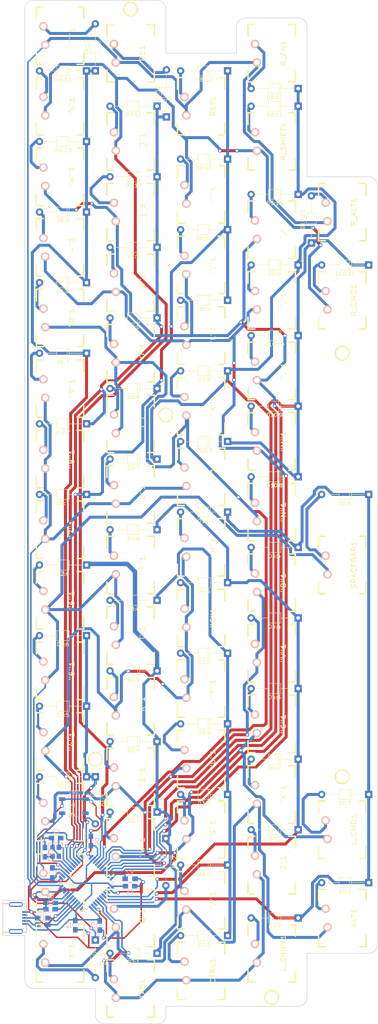
<source format=kicad_pcb>
(kicad_pcb (version 4) (host pcbnew 4.0.7-e2-6376~58~ubuntu16.04.1)
  (layers (0 F.Cu signal) (31 B.Cu signal) (34 B.Paste user hide) (35 F.Paste user hide) (36 B.SilkS user hide) (37 F.SilkS user hide) (38 B.Mask user hide) (39 F.Mask user hide) (44 Edge.Cuts user))
  (net 0 "")
  (net 1 /COL12)
  (net 2 /COL11)
  (net 3 /COL2)
  (net 4 "Net-(\"1\"1-Pad2)")
  (net 5 /COL3)
  (net 6 "Net-(\"2\"1-Pad2)")
  (net 7 /COL4)
  (net 8 "Net-(\"3\"1-Pad2)")
  (net 9 /COL5)
  (net 10 "Net-(\"4\"1-Pad2)")
  (net 11 "Net-(\"5\"1-Pad2)")
  (net 12 /COL7)
  (net 13 "Net-(\"6\"1-Pad2)")
  (net 14 /COL8)
  (net 15 "Net-(\"7\"1-Pad2)")
  (net 16 /COL9)
  (net 17 "Net-(\"8\"1-Pad2)")
  (net 18 /COL10)
  (net 19 "Net-(\"9\"1-Pad2)")
  (net 20 "Net-(\"A\"1-Pad2)")
  (net 21 "Net-(\"B\"1-Pad2)")
  (net 22 "Net-(\"C\"1-Pad2)")
  (net 23 "Net-(\"D\"1-Pad2)")
  (net 24 "Net-(\"E\"1-Pad2)")
  (net 25 "Net-(\"F\"1-Pad2)")
  (net 26 "Net-(\"G\"1-Pad2)")
  (net 27 "Net-(\"H\"1-Pad2)")
  (net 28 "Net-(\"I\"1-Pad2)")
  (net 29 "Net-(\"J\"1-Pad2)")
  (net 30 "Net-(\"N\"1-Pad2)")
  (net 31 "Net-(\"Q\"1-Pad2)")
  (net 32 "Net-(\"R\"1-Pad2)")
  (net 33 "Net-(\"S\"1-Pad2)")
  (net 34 "Net-(\"T\"1-Pad2)")
  (net 35 "Net-(\"U\"1-Pad2)")
  (net 36 "Net-(\"V\"1-Pad2)")
  (net 37 "Net-(\"W\"1-Pad2)")
  (net 38 "Net-(\"X\"1-Pad2)")
  (net 39 "Net-(\"Y\"1-Pad2)")
  (net 40 "Net-(\"Z\"1-Pad2)")
  (net 41 "Net-(ALT1-Pad2)")
  (net 42 "Net-(C1-Pad1)")
  (net 43 GND)
  (net 44 "Net-(C2-Pad1)")
  (net 45 VCC)
  (net 46 "Net-(C8-Pad1)")
  (net 47 "Net-(CTRL1-Pad2)")
  (net 48 /ROW1)
  (net 49 "Net-(D2:1-Pad2)")
  (net 50 /ROW3)
  (net 51 /ROW4)
  (net 52 /ROW5)
  (net 53 "Net-(D5:6-Pad2)")
  (net 54 /COL1)
  (net 55 "Net-(J1-Pad2)")
  (net 56 "Net-(J1-Pad3)")
  (net 57 "Net-(J1-Pad6)")
  (net 58 "Net-(R1-Pad1)")
  (net 59 "Net-(R2-Pad2)")
  (net 60 /ROW2)
  (net 61 /COL6)
  (net 62 "Net-(\"'\"1-Pad2)")
  (net 63 "Net-(\",\"1-Pad2)")
  (net 64 "Net-(\"-\"1-Pad2)")
  (net 65 "Net-(\".\"1-Pad2)")
  (net 66 "Net-(\"/\"1-Pad2)")
  (net 67 "Net-(\"0\"1-Pad2)")
  (net 68 "Net-(\";\"1-Pad2)")
  (net 69 "Net-(\"=\"1-Pad2)")
  (net 70 "Net-(\"K\"1-Pad2)")
  (net 71 "Net-(\"L\"1-Pad2)")
  (net 72 "Net-(\"M\"1-Pad2)")
  (net 73 "Net-(\"O\"1-Pad2)")
  (net 74 "Net-(\"P\"1-Pad2)")
  (net 75 "Net-(\"[\"1-Pad2)")
  (net 76 "Net-(\"\\\"1-Pad2)")
  (net 77 "Net-(\"]\"1-Pad2)")
  (net 78 "Net-(\"`\"1-Pad2)")
  (net 79 "Net-(BS1-Pad2)")
  (net 80 /ROW8)
  (net 81 /ROW7)
  (net 82 /ROW6)
  (net 83 /ROW9)
  (net 84 /ROW10)
  (net 85 "Net-(D5:1-Pad2)")
  (net 86 "Net-(D5:3-Pad2)")
  (net 87 "Net-(D10:11-Pad2)")
  (net 88 "Net-(D10:12-Pad2)")
  (net 89 "Net-(D8:12-Pad2)")
  (net 90 "Net-(D9:11-Pad2)")
  (net 91 "Net-(D9:12-Pad2)")
  (net 92 /D+)
  (net 93 /D-)
  (module AlpsKeys:Alps150 (layer F.Cu) (at 137.421875 325.778125 90)
    (fp_text reference L_CMD1 (at 0 3.175 90) (layer F.SilkS) (effects (font (size 1.27 1.524) (thickness 0.2032))))
    (fp_text value KEYSW hide)
    (pad 1 thru_hole circle (at -2.5 -4 90) (size 2.286 2.286) (drill 1.4986) (layers *.Cu *.SilkS *.Mask) (net 5 /COL3))
    (pad 2 thru_hole circle (at 2.5 -4.5 90) (size 2.286 2.286) (drill 1.4986) (layers *.Cu *.SilkS *.Mask) (net 86 "Net-(D5:3-Pad2)"))
  )
  (module AlpsKeys:Alps100 (layer F.Cu) (at 61.221875 340.065625 90)
    (fp_text reference "\"2\"1" (at 0 3.175 90) (layer F.SilkS) (effects (font (size 1.27 1.524) (thickness 0.2032))))
    (fp_text value KEYSW hide)
    (pad 1 thru_hole circle (at -2.5 -4 90) (size 2.286 2.286) (drill 1.4986) (layers *.Cu *.SilkS *.Mask) (net 5 /COL3))
    (pad 2 thru_hole circle (at 2.5 -4.5 90) (size 2.286 2.286) (drill 1.4986) (layers *.Cu *.SilkS *.Mask) (net 6 "Net-(\"2\"1-Pad2)"))
  )
  (module Housings_QFP:TQFP-44_10x10mm_Pitch0.8mm (layer B.Cu) (at 68.365625 340.065625 45)
    (fp_text reference U1 (at 0 7.450001 45) (layer B.SilkS) (effects (justify mirror)))
    (fp_text value ATMEGA32U4)
    (pad 1 smd rect (at -5.7 4 45) (size 1.5 0.55) (layers B.Cu B.Paste B.Mask))
    (pad 2 smd rect (at -5.7 3.2 45) (size 1.5 0.55) (layers B.Cu B.Paste B.Mask) (net 45 VCC))
    (pad 3 smd rect (at -5.7 2.4 45) (size 1.5 0.55) (layers B.Cu B.Paste B.Mask) (net 93 /D-))
    (pad 4 smd rect (at -5.7 1.6 45) (size 1.5 0.55) (layers B.Cu B.Paste B.Mask) (net 92 /D+))
    (pad 5 smd rect (at -5.7 0.8 45) (size 1.5 0.55) (layers B.Cu B.Paste B.Mask) (net 43 GND))
    (pad 6 smd rect (at -5.7 0 45) (size 1.5 0.55) (layers B.Cu B.Paste B.Mask) (net 46 "Net-(C8-Pad1)"))
    (pad 7 smd rect (at -5.7 -0.8 45) (size 1.5 0.55) (layers B.Cu B.Paste B.Mask) (net 45 VCC))
    (pad 8 smd rect (at -5.7 -1.6 45) (size 1.5 0.55) (layers B.Cu B.Paste B.Mask) (net 1 /COL12))
    (pad 9 smd rect (at -5.7 -2.4 45) (size 1.5 0.55) (layers B.Cu B.Paste B.Mask))
    (pad 10 smd rect (at -5.7 -3.2 45) (size 1.5 0.55) (layers B.Cu B.Paste B.Mask) (net 5 /COL3))
    (pad 11 smd rect (at -5.7 -4 45) (size 1.5 0.55) (layers B.Cu B.Paste B.Mask) (net 12 /COL7))
    (pad 12 smd rect (at -4 -5.7 315) (size 1.5 0.55) (layers B.Cu B.Paste B.Mask) (net 61 /COL6))
    (pad 13 smd rect (at -3.2 -5.7 315) (size 1.5 0.55) (layers B.Cu B.Paste B.Mask) (net 58 "Net-(R1-Pad1)"))
    (pad 14 smd rect (at -2.4 -5.7 315) (size 1.5 0.55) (layers B.Cu B.Paste B.Mask) (net 45 VCC))
    (pad 15 smd rect (at -1.6 -5.7 315) (size 1.5 0.55) (layers B.Cu B.Paste B.Mask) (net 43 GND))
    (pad 16 smd rect (at -0.8 -5.7 315) (size 1.5 0.55) (layers B.Cu B.Paste B.Mask) (net 42 "Net-(C1-Pad1)"))
    (pad 17 smd rect (at 0 -5.7 315) (size 1.5 0.55) (layers B.Cu B.Paste B.Mask) (net 44 "Net-(C2-Pad1)"))
    (pad 18 smd rect (at 0.8 -5.7 315) (size 1.5 0.55) (layers B.Cu B.Paste B.Mask) (net 9 /COL5))
    (pad 19 smd rect (at 1.6 -5.7 315) (size 1.5 0.55) (layers B.Cu B.Paste B.Mask) (net 82 /ROW6))
    (pad 20 smd rect (at 2.4 -5.7 315) (size 1.5 0.55) (layers B.Cu B.Paste B.Mask) (net 81 /ROW7))
    (pad 21 smd rect (at 3.2 -5.7 315) (size 1.5 0.55) (layers B.Cu B.Paste B.Mask) (net 80 /ROW8))
    (pad 22 smd rect (at 4 -5.7 315) (size 1.5 0.55) (layers B.Cu B.Paste B.Mask) (net 48 /ROW1))
    (pad 23 smd rect (at 5.7 -4 45) (size 1.5 0.55) (layers B.Cu B.Paste B.Mask) (net 43 GND))
    (pad 24 smd rect (at 5.7 -3.2 45) (size 1.5 0.55) (layers B.Cu B.Paste B.Mask) (net 45 VCC))
    (pad 25 smd rect (at 5.7 -2.4 45) (size 1.5 0.55) (layers B.Cu B.Paste B.Mask) (net 2 /COL11))
    (pad 26 smd rect (at 5.7 -1.6 45) (size 1.5 0.55) (layers B.Cu B.Paste B.Mask) (net 14 /COL8))
    (pad 27 smd rect (at 5.7 -0.8 45) (size 1.5 0.55) (layers B.Cu B.Paste B.Mask) (net 83 /ROW9))
    (pad 28 smd rect (at 5.7 0 45) (size 1.5 0.55) (layers B.Cu B.Paste B.Mask) (net 84 /ROW10))
    (pad 29 smd rect (at 5.7 0.8 45) (size 1.5 0.55) (layers B.Cu B.Paste B.Mask) (net 18 /COL10))
    (pad 30 smd rect (at 5.7 1.6 45) (size 1.5 0.55) (layers B.Cu B.Paste B.Mask) (net 16 /COL9))
    (pad 31 smd rect (at 5.7 2.4 45) (size 1.5 0.55) (layers B.Cu B.Paste B.Mask) (net 7 /COL4))
    (pad 32 smd rect (at 5.7 3.2 45) (size 1.5 0.55) (layers B.Cu B.Paste B.Mask) (net 60 /ROW2))
    (pad 33 smd rect (at 5.7 4 45) (size 1.5 0.55) (layers B.Cu B.Paste B.Mask) (net 59 "Net-(R2-Pad2)"))
    (pad 34 smd rect (at 4 5.7 315) (size 1.5 0.55) (layers B.Cu B.Paste B.Mask) (net 45 VCC))
    (pad 35 smd rect (at 3.2 5.7 315) (size 1.5 0.55) (layers B.Cu B.Paste B.Mask) (net 43 GND))
    (pad 36 smd rect (at 2.4 5.7 315) (size 1.5 0.55) (layers B.Cu B.Paste B.Mask))
    (pad 37 smd rect (at 1.6 5.7 315) (size 1.5 0.55) (layers B.Cu B.Paste B.Mask) (net 51 /ROW4))
    (pad 38 smd rect (at 0.8 5.7 315) (size 1.5 0.55) (layers B.Cu B.Paste B.Mask) (net 50 /ROW3))
    (pad 39 smd rect (at 0 5.7 315) (size 1.5 0.55) (layers B.Cu B.Paste B.Mask) (net 52 /ROW5))
    (pad 40 smd rect (at -0.8 5.7 315) (size 1.5 0.55) (layers B.Cu B.Paste B.Mask) (net 54 /COL1))
    (pad 41 smd rect (at -1.6 5.7 315) (size 1.5 0.55) (layers B.Cu B.Paste B.Mask) (net 3 /COL2))
    (pad 42 smd rect (at -2.4 5.7 315) (size 1.5 0.55) (layers B.Cu B.Paste B.Mask))
    (pad 43 smd rect (at -3.2 5.7 315) (size 1.5 0.55) (layers B.Cu B.Paste B.Mask) (net 43 GND))
    (pad 44 smd rect (at -4 5.7 315) (size 1.5 0.55) (layers B.Cu B.Paste B.Mask) (net 45 VCC))
  )
  (module AlpsKeys:Alps100 (layer F.Cu) (at 99.321875 154.328125 90)
    (fp_text reference "\"'\"1" (at 0 3.175 90) (layer F.SilkS) (effects (font (size 1.27 1.524) (thickness 0.2032))))
    (fp_text value KEYSW hide)
    (pad 1 thru_hole circle (at -2.5 -4 90) (size 2.286 2.286) (drill 1.4986) (layers *.Cu *.SilkS *.Mask) (net 2 /COL11))
    (pad 2 thru_hole circle (at 2.5 -4.5 90) (size 2.286 2.286) (drill 1.4986) (layers *.Cu *.SilkS *.Mask) (net 62 "Net-(\"'\"1-Pad2)"))
  )
  (module AlpsKeys:Alps100 (layer F.Cu) (at 118.371875 201.953125 90)
    (fp_text reference "\",\"1" (at 0 3.175 90) (layer F.SilkS) (effects (font (size 1.27 1.524) (thickness 0.2032))))
    (fp_text value KEYSW hide)
    (pad 1 thru_hole circle (at -2.5 -4 90) (size 2.286 2.286) (drill 1.4986) (layers *.Cu *.SilkS *.Mask) (net 18 /COL10))
    (pad 2 thru_hole circle (at 2.5 -4.5 90) (size 2.286 2.286) (drill 1.4986) (layers *.Cu *.SilkS *.Mask) (net 63 "Net-(\",\"1-Pad2)"))
  )
  (module AlpsKeys:Alps100 (layer F.Cu) (at 61.221875 168.615625 90)
    (fp_text reference "\"-\"1" (at 0 3.175 90) (layer F.SilkS) (effects (font (size 1.27 1.524) (thickness 0.2032))))
    (fp_text value KEYSW hide)
    (pad 1 thru_hole circle (at -2.5 -4 90) (size 2.286 2.286) (drill 1.4986) (layers *.Cu *.SilkS *.Mask) (net 16 /COL9))
    (pad 2 thru_hole circle (at 2.5 -4.5 90) (size 2.286 2.286) (drill 1.4986) (layers *.Cu *.SilkS *.Mask) (net 64 "Net-(\"-\"1-Pad2)"))
  )
  (module AlpsKeys:Alps100 (layer F.Cu) (at 118.371875 182.903125 90)
    (fp_text reference "\".\"1" (at 0 3.175 90) (layer F.SilkS) (effects (font (size 1.27 1.524) (thickness 0.2032))))
    (fp_text value KEYSW hide)
    (pad 1 thru_hole circle (at -2.5 -4 90) (size 2.286 2.286) (drill 1.4986) (layers *.Cu *.SilkS *.Mask) (net 16 /COL9))
    (pad 2 thru_hole circle (at 2.5 -4.5 90) (size 2.286 2.286) (drill 1.4986) (layers *.Cu *.SilkS *.Mask) (net 65 "Net-(\".\"1-Pad2)"))
  )
  (module AlpsKeys:Alps100 (layer F.Cu) (at 118.371875 163.853125 90)
    (fp_text reference "\"/\"1" (at 0 3.175 90) (layer F.SilkS) (effects (font (size 1.27 1.524) (thickness 0.2032))))
    (fp_text value KEYSW hide)
    (pad 1 thru_hole circle (at -2.5 -4 90) (size 2.286 2.286) (drill 1.4986) (layers *.Cu *.SilkS *.Mask) (net 18 /COL10))
    (pad 2 thru_hole circle (at 2.5 -4.5 90) (size 2.286 2.286) (drill 1.4986) (layers *.Cu *.SilkS *.Mask) (net 66 "Net-(\"/\"1-Pad2)"))
  )
  (module AlpsKeys:Alps100 (layer F.Cu) (at 61.221875 187.665625 90)
    (fp_text reference "\"0\"1" (at 0 3.175 90) (layer F.SilkS) (effects (font (size 1.27 1.524) (thickness 0.2032))))
    (fp_text value KEYSW hide)
    (pad 1 thru_hole circle (at -2.5 -4 90) (size 2.286 2.286) (drill 1.4986) (layers *.Cu *.SilkS *.Mask) (net 14 /COL8))
    (pad 2 thru_hole circle (at 2.5 -4.5 90) (size 2.286 2.286) (drill 1.4986) (layers *.Cu *.SilkS *.Mask) (net 67 "Net-(\"0\"1-Pad2)"))
  )
  (module AlpsKeys:Alps100 (layer F.Cu) (at 61.221875 359.115625 90)
    (fp_text reference "\"1\"1" (at 0 3.175 90) (layer F.SilkS) (effects (font (size 1.27 1.524) (thickness 0.2032))))
    (fp_text value KEYSW hide)
    (pad 1 thru_hole circle (at -2.5 -4 90) (size 2.286 2.286) (drill 1.4986) (layers *.Cu *.SilkS *.Mask) (net 3 /COL2))
    (pad 2 thru_hole circle (at 2.5 -4.5 90) (size 2.286 2.286) (drill 1.4986) (layers *.Cu *.SilkS *.Mask) (net 4 "Net-(\"1\"1-Pad2)"))
  )
  (module AlpsKeys:Alps100 (layer F.Cu) (at 61.221875 321.015625 90)
    (fp_text reference "\"3\"1" (at 0 3.175 90) (layer F.SilkS) (effects (font (size 1.27 1.524) (thickness 0.2032))))
    (fp_text value KEYSW hide)
    (pad 1 thru_hole circle (at -2.5 -4 90) (size 2.286 2.286) (drill 1.4986) (layers *.Cu *.SilkS *.Mask) (net 7 /COL4))
    (pad 2 thru_hole circle (at 2.5 -4.5 90) (size 2.286 2.286) (drill 1.4986) (layers *.Cu *.SilkS *.Mask) (net 8 "Net-(\"3\"1-Pad2)"))
  )
  (module AlpsKeys:Alps100 (layer F.Cu) (at 61.221875 301.965625 90)
    (fp_text reference "\"4\"1" (at 0 3.175 90) (layer F.SilkS) (effects (font (size 1.27 1.524) (thickness 0.2032))))
    (fp_text value KEYSW hide)
    (pad 1 thru_hole circle (at -2.5 -4 90) (size 2.286 2.286) (drill 1.4986) (layers *.Cu *.SilkS *.Mask) (net 9 /COL5))
    (pad 2 thru_hole circle (at 2.5 -4.5 90) (size 2.286 2.286) (drill 1.4986) (layers *.Cu *.SilkS *.Mask) (net 10 "Net-(\"4\"1-Pad2)"))
  )
  (module AlpsKeys:Alps100 (layer F.Cu) (at 61.221875 282.915625 90)
    (fp_text reference "\"5\"1" (at 0 3.175 90) (layer F.SilkS) (effects (font (size 1.27 1.524) (thickness 0.2032))))
    (fp_text value KEYSW hide)
    (pad 1 thru_hole circle (at -2.5 -4 90) (size 2.286 2.286) (drill 1.4986) (layers *.Cu *.SilkS *.Mask) (net 61 /COL6))
    (pad 2 thru_hole circle (at 2.5 -4.5 90) (size 2.286 2.286) (drill 1.4986) (layers *.Cu *.SilkS *.Mask) (net 11 "Net-(\"5\"1-Pad2)"))
  )
  (module AlpsKeys:Alps100 (layer F.Cu) (at 61.221875 263.865625 90)
    (fp_text reference "\"6\"1" (at 0 3.175 90) (layer F.SilkS) (effects (font (size 1.27 1.524) (thickness 0.2032))))
    (fp_text value KEYSW hide)
    (pad 1 thru_hole circle (at -2.5 -4 90) (size 2.286 2.286) (drill 1.4986) (layers *.Cu *.SilkS *.Mask) (net 61 /COL6))
    (pad 2 thru_hole circle (at 2.5 -4.5 90) (size 2.286 2.286) (drill 1.4986) (layers *.Cu *.SilkS *.Mask) (net 13 "Net-(\"6\"1-Pad2)"))
  )
  (module AlpsKeys:Alps100 (layer F.Cu) (at 61.221875 244.815625 90)
    (fp_text reference "\"7\"1" (at 0 3.175 90) (layer F.SilkS) (effects (font (size 1.27 1.524) (thickness 0.2032))))
    (fp_text value KEYSW hide)
    (pad 1 thru_hole circle (at -2.5 -4 90) (size 2.286 2.286) (drill 1.4986) (layers *.Cu *.SilkS *.Mask) (net 12 /COL7))
    (pad 2 thru_hole circle (at 2.5 -4.5 90) (size 2.286 2.286) (drill 1.4986) (layers *.Cu *.SilkS *.Mask) (net 15 "Net-(\"7\"1-Pad2)"))
  )
  (module AlpsKeys:Alps100 (layer F.Cu) (at 61.221875 225.765625 90)
    (fp_text reference "\"8\"1" (at 0 3.175 90) (layer F.SilkS) (effects (font (size 1.27 1.524) (thickness 0.2032))))
    (fp_text value KEYSW hide)
    (pad 1 thru_hole circle (at -2.5 -4 90) (size 2.286 2.286) (drill 1.4986) (layers *.Cu *.SilkS *.Mask) (net 12 /COL7))
    (pad 2 thru_hole circle (at 2.5 -4.5 90) (size 2.286 2.286) (drill 1.4986) (layers *.Cu *.SilkS *.Mask) (net 17 "Net-(\"8\"1-Pad2)"))
  )
  (module AlpsKeys:Alps100 (layer F.Cu) (at 61.221875 206.715625 90)
    (fp_text reference "\"9\"1" (at 0 3.175 90) (layer F.SilkS) (effects (font (size 1.27 1.524) (thickness 0.2032))))
    (fp_text value KEYSW hide)
    (pad 1 thru_hole circle (at -2.5 -4 90) (size 2.286 2.286) (drill 1.4986) (layers *.Cu *.SilkS *.Mask) (net 12 /COL7))
    (pad 2 thru_hole circle (at 2.5 -4.5 90) (size 2.286 2.286) (drill 1.4986) (layers *.Cu *.SilkS *.Mask) (net 19 "Net-(\"9\"1-Pad2)"))
  )
  (module AlpsKeys:Alps100 (layer F.Cu) (at 99.321875 173.378125 90)
    (fp_text reference "\";\"1" (at 0 3.175 90) (layer F.SilkS) (effects (font (size 1.27 1.524) (thickness 0.2032))))
    (fp_text value KEYSW hide)
    (pad 1 thru_hole circle (at -2.5 -4 90) (size 2.286 2.286) (drill 1.4986) (layers *.Cu *.SilkS *.Mask) (net 18 /COL10))
    (pad 2 thru_hole circle (at 2.5 -4.5 90) (size 2.286 2.286) (drill 1.4986) (layers *.Cu *.SilkS *.Mask) (net 68 "Net-(\";\"1-Pad2)"))
  )
  (module AlpsKeys:Alps100 (layer F.Cu) (at 61.221875 149.565625 90)
    (fp_text reference "\"=\"1" (at 0 3.175 90) (layer F.SilkS) (effects (font (size 1.27 1.524) (thickness 0.2032))))
    (fp_text value KEYSW hide)
    (pad 1 thru_hole circle (at -2.5 -4 90) (size 2.286 2.286) (drill 1.4986) (layers *.Cu *.SilkS *.Mask) (net 18 /COL10))
    (pad 2 thru_hole circle (at 2.5 -4.5 90) (size 2.286 2.286) (drill 1.4986) (layers *.Cu *.SilkS *.Mask) (net 69 "Net-(\"=\"1-Pad2)"))
  )
  (module AlpsKeys:Alps100 (layer F.Cu) (at 99.321875 344.828125 90)
    (fp_text reference "\"A\"1" (at 0 3.175 90) (layer F.SilkS) (effects (font (size 1.27 1.524) (thickness 0.2032))))
    (fp_text value KEYSW hide)
    (pad 1 thru_hole circle (at -2.5 -4 90) (size 2.286 2.286) (drill 1.4986) (layers *.Cu *.SilkS *.Mask) (net 3 /COL2))
    (pad 2 thru_hole circle (at 2.5 -4.5 90) (size 2.286 2.286) (drill 1.4986) (layers *.Cu *.SilkS *.Mask) (net 20 "Net-(\"A\"1-Pad2)"))
  )
  (module AlpsKeys:Alps100 (layer F.Cu) (at 118.371875 259.103125 90)
    (fp_text reference "\"B\"1" (at 0 3.175 90) (layer F.SilkS) (effects (font (size 1.27 1.524) (thickness 0.2032))))
    (fp_text value KEYSW hide)
    (pad 1 thru_hole circle (at -2.5 -4 90) (size 2.286 2.286) (drill 1.4986) (layers *.Cu *.SilkS *.Mask) (net 7 /COL4))
    (pad 2 thru_hole circle (at 2.5 -4.5 90) (size 2.286 2.286) (drill 1.4986) (layers *.Cu *.SilkS *.Mask) (net 21 "Net-(\"B\"1-Pad2)"))
  )
  (module AlpsKeys:Alps100 (layer F.Cu) (at 118.371875 297.203125 90)
    (fp_text reference "\"C\"1" (at 0 3.175 90) (layer F.SilkS) (effects (font (size 1.27 1.524) (thickness 0.2032))))
    (fp_text value KEYSW hide)
    (pad 1 thru_hole circle (at -2.5 -4 90) (size 2.286 2.286) (drill 1.4986) (layers *.Cu *.SilkS *.Mask) (net 5 /COL3))
    (pad 2 thru_hole circle (at 2.5 -4.5 90) (size 2.286 2.286) (drill 1.4986) (layers *.Cu *.SilkS *.Mask) (net 22 "Net-(\"C\"1-Pad2)"))
  )
  (module AlpsKeys:Alps100 (layer F.Cu) (at 99.321875 306.728125 90)
    (fp_text reference "\"D\"1" (at 0 3.175 90) (layer F.SilkS) (effects (font (size 1.27 1.524) (thickness 0.2032))))
    (fp_text value KEYSW hide)
    (pad 1 thru_hole circle (at -2.5 -4 90) (size 2.286 2.286) (drill 1.4986) (layers *.Cu *.SilkS *.Mask) (net 7 /COL4))
    (pad 2 thru_hole circle (at 2.5 -4.5 90) (size 2.286 2.286) (drill 1.4986) (layers *.Cu *.SilkS *.Mask) (net 23 "Net-(\"D\"1-Pad2)"))
  )
  (module AlpsKeys:Alps100 (layer F.Cu) (at 80.271875 311.490625 90)
    (fp_text reference "\"E\"1" (at 0 3.175 90) (layer F.SilkS) (effects (font (size 1.27 1.524) (thickness 0.2032))))
    (fp_text value KEYSW hide)
    (pad 1 thru_hole circle (at -2.5 -4 90) (size 2.286 2.286) (drill 1.4986) (layers *.Cu *.SilkS *.Mask) (net 7 /COL4))
    (pad 2 thru_hole circle (at 2.5 -4.5 90) (size 2.286 2.286) (drill 1.4986) (layers *.Cu *.SilkS *.Mask) (net 24 "Net-(\"E\"1-Pad2)"))
  )
  (module AlpsKeys:Alps100 (layer F.Cu) (at 99.321875 287.678125 90)
    (fp_text reference "\"F\"1" (at 0 3.175 90) (layer F.SilkS) (effects (font (size 1.27 1.524) (thickness 0.2032))))
    (fp_text value KEYSW hide)
    (pad 1 thru_hole circle (at -2.5 -4 90) (size 2.286 2.286) (drill 1.4986) (layers *.Cu *.SilkS *.Mask) (net 9 /COL5))
    (pad 2 thru_hole circle (at 2.5 -4.5 90) (size 2.286 2.286) (drill 1.4986) (layers *.Cu *.SilkS *.Mask) (net 25 "Net-(\"F\"1-Pad2)"))
  )
  (module AlpsKeys:Alps100 (layer F.Cu) (at 99.321875 268.628125 90)
    (fp_text reference "\"G\"1" (at 0 3.175 90) (layer F.SilkS) (effects (font (size 1.27 1.524) (thickness 0.2032))))
    (fp_text value KEYSW hide)
    (pad 1 thru_hole circle (at -2.5 -4 90) (size 2.286 2.286) (drill 1.4986) (layers *.Cu *.SilkS *.Mask) (net 9 /COL5))
    (pad 2 thru_hole circle (at 2.5 -4.5 90) (size 2.286 2.286) (drill 1.4986) (layers *.Cu *.SilkS *.Mask) (net 26 "Net-(\"G\"1-Pad2)"))
  )
  (module AlpsKeys:Alps100 (layer F.Cu) (at 99.321875 249.578125 90)
    (fp_text reference "\"H\"1" (at 0 3.175 90) (layer F.SilkS) (effects (font (size 1.27 1.524) (thickness 0.2032))))
    (fp_text value KEYSW hide)
    (pad 1 thru_hole circle (at -2.5 -4 90) (size 2.286 2.286) (drill 1.4986) (layers *.Cu *.SilkS *.Mask) (net 9 /COL5))
    (pad 2 thru_hole circle (at 2.5 -4.5 90) (size 2.286 2.286) (drill 1.4986) (layers *.Cu *.SilkS *.Mask) (net 27 "Net-(\"H\"1-Pad2)"))
  )
  (module AlpsKeys:Alps100 (layer F.Cu) (at 80.271875 216.240625 90)
    (fp_text reference "\"I\"1" (at 0 3.175 90) (layer F.SilkS) (effects (font (size 1.27 1.524) (thickness 0.2032))))
    (fp_text value KEYSW hide)
    (pad 1 thru_hole circle (at -2.5 -4 90) (size 2.286 2.286) (drill 1.4986) (layers *.Cu *.SilkS *.Mask) (net 14 /COL8))
    (pad 2 thru_hole circle (at 2.5 -4.5 90) (size 2.286 2.286) (drill 1.4986) (layers *.Cu *.SilkS *.Mask) (net 28 "Net-(\"I\"1-Pad2)"))
  )
  (module AlpsKeys:Alps100 (layer F.Cu) (at 99.321875 230.528125 90)
    (fp_text reference "\"J\"1" (at 0 3.175 90) (layer F.SilkS) (effects (font (size 1.27 1.524) (thickness 0.2032))))
    (fp_text value KEYSW hide)
    (pad 1 thru_hole circle (at -2.5 -4 90) (size 2.286 2.286) (drill 1.4986) (layers *.Cu *.SilkS *.Mask) (net 12 /COL7))
    (pad 2 thru_hole circle (at 2.5 -4.5 90) (size 2.286 2.286) (drill 1.4986) (layers *.Cu *.SilkS *.Mask) (net 29 "Net-(\"J\"1-Pad2)"))
  )
  (module AlpsKeys:Alps100 (layer F.Cu) (at 99.321875 211.478125 90)
    (fp_text reference "\"K\"1" (at 0 3.175 90) (layer F.SilkS) (effects (font (size 1.27 1.524) (thickness 0.2032))))
    (fp_text value KEYSW hide)
    (pad 1 thru_hole circle (at -2.5 -4 90) (size 2.286 2.286) (drill 1.4986) (layers *.Cu *.SilkS *.Mask) (net 14 /COL8))
    (pad 2 thru_hole circle (at 2.5 -4.5 90) (size 2.286 2.286) (drill 1.4986) (layers *.Cu *.SilkS *.Mask) (net 70 "Net-(\"K\"1-Pad2)"))
  )
  (module AlpsKeys:Alps100 (layer F.Cu) (at 99.321875 192.428125 90)
    (fp_text reference "\"L\"1" (at 0 3.175 90) (layer F.SilkS) (effects (font (size 1.27 1.524) (thickness 0.2032))))
    (fp_text value KEYSW hide)
    (pad 1 thru_hole circle (at -2.5 -4 90) (size 2.286 2.286) (drill 1.4986) (layers *.Cu *.SilkS *.Mask) (net 16 /COL9))
    (pad 2 thru_hole circle (at 2.5 -4.5 90) (size 2.286 2.286) (drill 1.4986) (layers *.Cu *.SilkS *.Mask) (net 71 "Net-(\"L\"1-Pad2)"))
  )
  (module AlpsKeys:Alps100 (layer F.Cu) (at 118.371875 221.003125 90)
    (fp_text reference "\"M\"1" (at 0 3.175 90) (layer F.SilkS) (effects (font (size 1.27 1.524) (thickness 0.2032))))
    (fp_text value KEYSW hide)
    (pad 1 thru_hole circle (at -2.5 -4 90) (size 2.286 2.286) (drill 1.4986) (layers *.Cu *.SilkS *.Mask) (net 16 /COL9))
    (pad 2 thru_hole circle (at 2.5 -4.5 90) (size 2.286 2.286) (drill 1.4986) (layers *.Cu *.SilkS *.Mask) (net 72 "Net-(\"M\"1-Pad2)"))
  )
  (module AlpsKeys:Alps100 (layer F.Cu) (at 118.371875 240.053125 90)
    (fp_text reference "\"N\"1" (at 0 3.175 90) (layer F.SilkS) (effects (font (size 1.27 1.524) (thickness 0.2032))))
    (fp_text value KEYSW hide)
    (pad 1 thru_hole circle (at -2.5 -4 90) (size 2.286 2.286) (drill 1.4986) (layers *.Cu *.SilkS *.Mask) (net 14 /COL8))
    (pad 2 thru_hole circle (at 2.5 -4.5 90) (size 2.286 2.286) (drill 1.4986) (layers *.Cu *.SilkS *.Mask) (net 30 "Net-(\"N\"1-Pad2)"))
  )
  (module AlpsKeys:Alps100 (layer F.Cu) (at 80.271875 197.190625 90)
    (fp_text reference "\"O\"1" (at 0 3.175 90) (layer F.SilkS) (effects (font (size 1.27 1.524) (thickness 0.2032))))
    (fp_text value KEYSW hide)
    (pad 1 thru_hole circle (at -2.5 -4 90) (size 2.286 2.286) (drill 1.4986) (layers *.Cu *.SilkS *.Mask) (net 14 /COL8))
    (pad 2 thru_hole circle (at 2.5 -4.5 90) (size 2.286 2.286) (drill 1.4986) (layers *.Cu *.SilkS *.Mask) (net 73 "Net-(\"O\"1-Pad2)"))
  )
  (module AlpsKeys:Alps100 (layer F.Cu) (at 80.271875 178.140625 90)
    (fp_text reference "\"P\"1" (at 0 3.175 90) (layer F.SilkS) (effects (font (size 1.27 1.524) (thickness 0.2032))))
    (fp_text value KEYSW hide)
    (pad 1 thru_hole circle (at -2.5 -4 90) (size 2.286 2.286) (drill 1.4986) (layers *.Cu *.SilkS *.Mask) (net 16 /COL9))
    (pad 2 thru_hole circle (at 2.5 -4.5 90) (size 2.286 2.286) (drill 1.4986) (layers *.Cu *.SilkS *.Mask) (net 74 "Net-(\"P\"1-Pad2)"))
  )
  (module AlpsKeys:Alps100 (layer F.Cu) (at 80.271875 349.590625 90)
    (fp_text reference "\"Q\"1" (at 0 3.175 90) (layer F.SilkS) (effects (font (size 1.27 1.524) (thickness 0.2032))))
    (fp_text value KEYSW hide)
    (pad 1 thru_hole circle (at -2.5 -4 90) (size 2.286 2.286) (drill 1.4986) (layers *.Cu *.SilkS *.Mask) (net 3 /COL2))
    (pad 2 thru_hole circle (at 2.5 -4.5 90) (size 2.286 2.286) (drill 1.4986) (layers *.Cu *.SilkS *.Mask) (net 31 "Net-(\"Q\"1-Pad2)"))
  )
  (module AlpsKeys:Alps100 (layer F.Cu) (at 80.271875 292.440625 90)
    (fp_text reference "\"R\"1" (at 0 3.175 90) (layer F.SilkS) (effects (font (size 1.27 1.524) (thickness 0.2032))))
    (fp_text value KEYSW hide)
    (pad 1 thru_hole circle (at -2.5 -4 90) (size 2.286 2.286) (drill 1.4986) (layers *.Cu *.SilkS *.Mask) (net 9 /COL5))
    (pad 2 thru_hole circle (at 2.5 -4.5 90) (size 2.286 2.286) (drill 1.4986) (layers *.Cu *.SilkS *.Mask) (net 32 "Net-(\"R\"1-Pad2)"))
  )
  (module AlpsKeys:Alps100 (layer F.Cu) (at 99.321875 325.778125 90)
    (fp_text reference "\"S\"1" (at 0 3.175 90) (layer F.SilkS) (effects (font (size 1.27 1.524) (thickness 0.2032))))
    (fp_text value KEYSW hide)
    (pad 1 thru_hole circle (at -2.5 -4 90) (size 2.286 2.286) (drill 1.4986) (layers *.Cu *.SilkS *.Mask) (net 5 /COL3))
    (pad 2 thru_hole circle (at 2.5 -4.5 90) (size 2.286 2.286) (drill 1.4986) (layers *.Cu *.SilkS *.Mask) (net 33 "Net-(\"S\"1-Pad2)"))
  )
  (module AlpsKeys:Alps100 (layer F.Cu) (at 80.271875 273.390625 90)
    (fp_text reference "\"T\"1" (at 0 3.175 90) (layer F.SilkS) (effects (font (size 1.27 1.524) (thickness 0.2032))))
    (fp_text value KEYSW hide)
    (pad 1 thru_hole circle (at -2.5 -4 90) (size 2.286 2.286) (drill 1.4986) (layers *.Cu *.SilkS *.Mask) (net 61 /COL6))
    (pad 2 thru_hole circle (at 2.5 -4.5 90) (size 2.286 2.286) (drill 1.4986) (layers *.Cu *.SilkS *.Mask) (net 34 "Net-(\"T\"1-Pad2)"))
  )
  (module AlpsKeys:Alps100 (layer F.Cu) (at 80.271875 235.290625 90)
    (fp_text reference "\"U\"1" (at 0 3.175 90) (layer F.SilkS) (effects (font (size 1.27 1.524) (thickness 0.2032))))
    (fp_text value KEYSW hide)
    (pad 1 thru_hole circle (at -2.5 -4 90) (size 2.286 2.286) (drill 1.4986) (layers *.Cu *.SilkS *.Mask) (net 12 /COL7))
    (pad 2 thru_hole circle (at 2.5 -4.5 90) (size 2.286 2.286) (drill 1.4986) (layers *.Cu *.SilkS *.Mask) (net 35 "Net-(\"U\"1-Pad2)"))
  )
  (module AlpsKeys:Alps100 (layer F.Cu) (at 118.371875 278.153125 90)
    (fp_text reference "\"V\"1" (at 0 3.175 90) (layer F.SilkS) (effects (font (size 1.27 1.524) (thickness 0.2032))))
    (fp_text value KEYSW hide)
    (pad 1 thru_hole circle (at -2.5 -4 90) (size 2.286 2.286) (drill 1.4986) (layers *.Cu *.SilkS *.Mask) (net 7 /COL4))
    (pad 2 thru_hole circle (at 2.5 -4.5 90) (size 2.286 2.286) (drill 1.4986) (layers *.Cu *.SilkS *.Mask) (net 36 "Net-(\"V\"1-Pad2)"))
  )
  (module AlpsKeys:Alps100 (layer F.Cu) (at 80.271875 330.540625 90)
    (fp_text reference "\"W\"1" (at 0 3.175 90) (layer F.SilkS) (effects (font (size 1.27 1.524) (thickness 0.2032))))
    (fp_text value KEYSW hide)
    (pad 1 thru_hole circle (at -2.5 -4 90) (size 2.286 2.286) (drill 1.4986) (layers *.Cu *.SilkS *.Mask) (net 5 /COL3))
    (pad 2 thru_hole circle (at 2.5 -4.5 90) (size 2.286 2.286) (drill 1.4986) (layers *.Cu *.SilkS *.Mask) (net 37 "Net-(\"W\"1-Pad2)"))
  )
  (module AlpsKeys:Alps100 (layer F.Cu) (at 118.371875 316.253125 90)
    (fp_text reference "\"X\"1" (at 0 3.175 90) (layer F.SilkS) (effects (font (size 1.27 1.524) (thickness 0.2032))))
    (fp_text value KEYSW hide)
    (pad 1 thru_hole circle (at -2.5 -4 90) (size 2.286 2.286) (drill 1.4986) (layers *.Cu *.SilkS *.Mask) (net 3 /COL2))
    (pad 2 thru_hole circle (at 2.5 -4.5 90) (size 2.286 2.286) (drill 1.4986) (layers *.Cu *.SilkS *.Mask) (net 38 "Net-(\"X\"1-Pad2)"))
  )
  (module AlpsKeys:Alps100 (layer F.Cu) (at 80.271875 254.340625 90)
    (fp_text reference "\"Y\"1" (at 0 3.175 90) (layer F.SilkS) (effects (font (size 1.27 1.524) (thickness 0.2032))))
    (fp_text value KEYSW hide)
    (pad 1 thru_hole circle (at -2.5 -4 90) (size 2.286 2.286) (drill 1.4986) (layers *.Cu *.SilkS *.Mask) (net 61 /COL6))
    (pad 2 thru_hole circle (at 2.5 -4.5 90) (size 2.286 2.286) (drill 1.4986) (layers *.Cu *.SilkS *.Mask) (net 39 "Net-(\"Y\"1-Pad2)"))
  )
  (module AlpsKeys:Alps100 (layer F.Cu) (at 118.371875 335.303125 90)
    (fp_text reference "\"Z\"1" (at 0 3.175 90) (layer F.SilkS) (effects (font (size 1.27 1.524) (thickness 0.2032))))
    (fp_text value KEYSW hide)
    (pad 1 thru_hole circle (at -2.5 -4 90) (size 2.286 2.286) (drill 1.4986) (layers *.Cu *.SilkS *.Mask) (net 54 /COL1))
    (pad 2 thru_hole circle (at 2.5 -4.5 90) (size 2.286 2.286) (drill 1.4986) (layers *.Cu *.SilkS *.Mask) (net 40 "Net-(\"Z\"1-Pad2)"))
  )
  (module AlpsKeys:Alps100 (layer F.Cu) (at 80.271875 159.090625 90)
    (fp_text reference "\"[\"1" (at 0 3.175 90) (layer F.SilkS) (effects (font (size 1.27 1.524) (thickness 0.2032))))
    (fp_text value KEYSW hide)
    (pad 1 thru_hole circle (at -2.5 -4 90) (size 2.286 2.286) (drill 1.4986) (layers *.Cu *.SilkS *.Mask) (net 18 /COL10))
    (pad 2 thru_hole circle (at 2.5 -4.5 90) (size 2.286 2.286) (drill 1.4986) (layers *.Cu *.SilkS *.Mask) (net 75 "Net-(\"[\"1-Pad2)"))
  )
  (module AlpsKeys:Alps100 (layer F.Cu) (at 61.221875 130.515625 90)
    (fp_text reference "\"\\\"1" (at 0 3.175 90) (layer F.SilkS) (effects (font (size 1.27 1.524) (thickness 0.2032))))
    (fp_text value KEYSW hide)
    (pad 1 thru_hole circle (at -2.5 -4 90) (size 2.286 2.286) (drill 1.4986) (layers *.Cu *.SilkS *.Mask) (net 2 /COL11))
    (pad 2 thru_hole circle (at 2.5 -4.5 90) (size 2.286 2.286) (drill 1.4986) (layers *.Cu *.SilkS *.Mask) (net 76 "Net-(\"\\\"1-Pad2)"))
  )
  (module AlpsKeys:Alps100 (layer F.Cu) (at 80.271875 140.040625 90)
    (fp_text reference "\"]\"1" (at 0 3.175 90) (layer F.SilkS) (effects (font (size 1.27 1.524) (thickness 0.2032))))
    (fp_text value KEYSW hide)
    (pad 1 thru_hole circle (at -2.5 -4 90) (size 2.286 2.286) (drill 1.4986) (layers *.Cu *.SilkS *.Mask) (net 2 /COL11))
    (pad 2 thru_hole circle (at 2.5 -4.5 90) (size 2.286 2.286) (drill 1.4986) (layers *.Cu *.SilkS *.Mask) (net 77 "Net-(\"]\"1-Pad2)"))
  )
  (module AlpsKeys:Alps100 (layer F.Cu) (at 61.221875 111.465625 90)
    (fp_text reference "\"`\"1" (at 0 3.175 90) (layer F.SilkS) (effects (font (size 1.27 1.524) (thickness 0.2032))))
    (fp_text value KEYSW hide)
    (pad 1 thru_hole circle (at -2.5 -4 90) (size 2.286 2.286) (drill 1.4986) (layers *.Cu *.SilkS *.Mask) (net 1 /COL12))
    (pad 2 thru_hole circle (at 2.5 -4.5 90) (size 2.286 2.286) (drill 1.4986) (layers *.Cu *.SilkS *.Mask) (net 78 "Net-(\"`\"1-Pad2)"))
  )
  (module AlpsKeys:Alps100 (layer F.Cu) (at 137.421875 349.590625 90)
    (fp_text reference ALT1 (at 0 3.175 90) (layer F.SilkS) (effects (font (size 1.27 1.524) (thickness 0.2032))))
    (fp_text value KEYSW hide)
    (pad 1 thru_hole circle (at -2.5 -4 90) (size 2.286 2.286) (drill 1.4986) (layers *.Cu *.SilkS *.Mask) (net 3 /COL2))
    (pad 2 thru_hole circle (at 2.5 -4.5 90) (size 2.286 2.286) (drill 1.4986) (layers *.Cu *.SilkS *.Mask) (net 41 "Net-(ALT1-Pad2)"))
  )
  (module Capacitors_SMD:C_0805_HandSoldering (layer B.Cu) (at 57.134375 331.821875 90)
    (fp_text reference C1 (at 0 1.75 90) (layer B.SilkS) (effects (justify mirror)))
    (fp_text value 22p)
    (pad 1 smd rect (at -1.25 0 90) (size 1.5 1.25) (layers B.Cu B.Paste B.Mask) (net 42 "Net-(C1-Pad1)"))
    (pad 2 smd rect (at 1.25 0 90) (size 1.5 1.25) (layers B.Cu B.Paste B.Mask) (net 43 GND))
  )
  (module Capacitors_SMD:C_0805_HandSoldering (layer B.Cu) (at 60.134375 328.021875 180)
    (fp_text reference C2 (at 0 1.75 180) (layer B.SilkS) (effects (justify mirror)))
    (fp_text value 22p)
    (pad 1 smd rect (at -1.25 0 180) (size 1.5 1.25) (layers B.Cu B.Paste B.Mask) (net 44 "Net-(C2-Pad1)"))
    (pad 2 smd rect (at 1.25 0 180) (size 1.5 1.25) (layers B.Cu B.Paste B.Mask) (net 43 GND))
  )
  (module Capacitors_SMD:C_0805_HandSoldering (layer B.Cu) (at 80.134375 341.021875)
    (fp_text reference C3 (at 0 1.75) (layer B.SilkS) (effects (justify mirror)))
    (fp_text value 0.1u)
    (pad 1 smd rect (at -1.25 0) (size 1.5 1.25) (layers B.Cu B.Paste B.Mask) (net 45 VCC))
    (pad 2 smd rect (at 1.25 0) (size 1.5 1.25) (layers B.Cu B.Paste B.Mask) (net 43 GND))
  )
  (module Capacitors_SMD:C_0805_HandSoldering (layer B.Cu) (at 69.534375 328.821875 90)
    (fp_text reference C4 (at 0 1.75 90) (layer B.SilkS) (effects (justify mirror)))
    (fp_text value 0.1u)
    (pad 1 smd rect (at -1.25 0 90) (size 1.5 1.25) (layers B.Cu B.Paste B.Mask) (net 45 VCC))
    (pad 2 smd rect (at 1.25 0 90) (size 1.5 1.25) (layers B.Cu B.Paste B.Mask) (net 43 GND))
  )
  (module Capacitors_SMD:C_0805_HandSoldering (layer B.Cu) (at 65.334375 351.521875 270)
    (fp_text reference C5 (at 0 1.75 270) (layer B.SilkS) (effects (justify mirror)))
    (fp_text value 0.1u)
    (pad 1 smd rect (at -1.25 0 270) (size 1.5 1.25) (layers B.Cu B.Paste B.Mask) (net 45 VCC))
    (pad 2 smd rect (at 1.25 0 270) (size 1.5 1.25) (layers B.Cu B.Paste B.Mask) (net 43 GND))
  )
  (module Capacitors_SMD:C_0805_HandSoldering (layer B.Cu) (at 58.634375 345.521875 180)
    (fp_text reference C6 (at 0 1.75 180) (layer B.SilkS) (effects (justify mirror)))
    (fp_text value 0.1u)
    (pad 1 smd rect (at -1.25 0 180) (size 1.5 1.25) (layers B.Cu B.Paste B.Mask) (net 45 VCC))
    (pad 2 smd rect (at 1.25 0 180) (size 1.5 1.25) (layers B.Cu B.Paste B.Mask) (net 43 GND))
  )
  (module Capacitors_SMD:C_0805_HandSoldering (layer B.Cu) (at 71.934375 351.621875 270)
    (fp_text reference C7 (at 0 1.75 270) (layer B.SilkS) (effects (justify mirror)))
    (fp_text value 4.7u)
    (pad 1 smd rect (at -1.25 0 270) (size 1.5 1.25) (layers B.Cu B.Paste B.Mask) (net 45 VCC))
    (pad 2 smd rect (at 1.25 0 270) (size 1.5 1.25) (layers B.Cu B.Paste B.Mask) (net 43 GND))
  )
  (module Capacitors_SMD:C_0805_HandSoldering (layer B.Cu) (at 58.634375 347.221875 180)
    (fp_text reference C8 (at 0 1.75 180) (layer B.SilkS) (effects (justify mirror)))
    (fp_text value 1u)
    (pad 1 smd rect (at -1.25 0 180) (size 1.5 1.25) (layers B.Cu B.Paste B.Mask) (net 46 "Net-(C8-Pad1)"))
    (pad 2 smd rect (at 1.25 0 180) (size 1.5 1.25) (layers B.Cu B.Paste B.Mask) (net 43 GND))
  )
  (module keyboard_parts:USB_miniB_hirose_5S8 (layer B.Cu) (at 51.696875 349.590625 90)
    (fp_text reference J1 hide)
    (fp_text value USB_mini_micro_B hide)
    (pad 1 smd rect (at -1.6 0 90) (size 0.5 1.4) (layers B.Cu B.Paste B.Mask) (net 45 VCC))
    (pad 2 smd rect (at -0.8 0 90) (size 0.5 1.4) (layers B.Cu B.Paste B.Mask) (net 55 "Net-(J1-Pad2)"))
    (pad 3 smd rect (at 0 0 90) (size 0.5 1.4) (layers B.Cu B.Paste B.Mask) (net 56 "Net-(J1-Pad3)"))
    (pad 4 smd rect (at 0.8 0 90) (size 0.5 1.4) (layers B.Cu B.Paste B.Mask))
    (pad 5 smd rect (at 1.6 0 90) (size 0.5 1.4) (layers B.Cu B.Paste B.Mask) (net 43 GND))
    (pad 6 thru_hole oval (at -3.65 -2.4 90) (size 1.3 3.8) (drill oval 0.7 3.2) (layers *.Cu *.Mask B.Paste) (net 57 "Net-(J1-Pad6)"))
    (pad 6 thru_hole oval (at 3.65 -2.4 90) (size 1.3 3.8) (drill oval 0.7 3.2) (layers *.Cu *.Mask B.Paste) (net 57 "Net-(J1-Pad6)"))
  )
  (module Resistors_SMD:R_0805_HandSoldering (layer B.Cu) (at 59.134375 337.421875 90)
    (fp_text reference R1 (at 0 1.7 90) (layer B.SilkS) (effects (justify mirror)))
    (fp_text value 10k)
    (pad 1 smd rect (at -1.35 0 90) (size 1.5 1.3) (layers B.Cu B.Paste B.Mask) (net 58 "Net-(R1-Pad1)"))
    (pad 2 smd rect (at 1.35 0 90) (size 1.5 1.3) (layers B.Cu B.Paste B.Mask) (net 45 VCC))
  )
  (module Resistors_SMD:R_0805_HandSoldering (layer B.Cu) (at 80.134375 339.021875 180)
    (fp_text reference R2 (at 0 1.7 180) (layer B.SilkS) (effects (justify mirror)))
    (fp_text value 10k)
    (pad 1 smd rect (at -1.35 0 180) (size 1.5 1.3) (layers B.Cu B.Paste B.Mask) (net 43 GND))
    (pad 2 smd rect (at 1.35 0 180) (size 1.5 1.3) (layers B.Cu B.Paste B.Mask) (net 59 "Net-(R2-Pad2)"))
  )
  (module Resistors_SMD:R_0805_HandSoldering (layer B.Cu) (at 56.534375 351.421875 180)
    (fp_text reference R3 (at 0 1.7 180) (layer B.SilkS) (effects (justify mirror)))
    (fp_text value 22)
    (pad 1 smd rect (at -1.35 0 180) (size 1.5 1.3) (layers B.Cu B.Paste B.Mask) (net 93 /D-))
    (pad 2 smd rect (at 1.35 0 180) (size 1.5 1.3) (layers B.Cu B.Paste B.Mask) (net 55 "Net-(J1-Pad2)"))
  )
  (module Resistors_SMD:R_0805_HandSoldering (layer B.Cu) (at 56.534375 349.621875 180)
    (fp_text reference R4 (at 0 1.7 180) (layer B.SilkS) (effects (justify mirror)))
    (fp_text value 22)
    (pad 1 smd rect (at -1.35 0 180) (size 1.5 1.3) (layers B.Cu B.Paste B.Mask) (net 92 /D+))
    (pad 2 smd rect (at 1.35 0 180) (size 1.5 1.3) (layers B.Cu B.Paste B.Mask) (net 56 "Net-(J1-Pad3)"))
  )
  (module Buttons_Switches_SMD:SW_SPST_TL3342 (layer B.Cu) (at 64.934375 319.421875 180)
    (fp_text reference SW1 (at 0 3.75 180) (layer B.SilkS) (effects (justify mirror)))
    (fp_text value SW_PUSH)
    (pad 1 smd rect (at -3.15 1.9 180) (size 1.7 1) (layers B.Cu B.Paste B.Mask) (net 43 GND))
    (pad 1 smd rect (at 3.15 1.9 180) (size 1.7 1) (layers B.Cu B.Paste B.Mask) (net 43 GND))
    (pad 2 smd rect (at -3.15 -1.9 180) (size 1.7 1) (layers B.Cu B.Paste B.Mask) (net 58 "Net-(R1-Pad1)"))
    (pad 2 smd rect (at 3.15 -1.9 180) (size 1.7 1) (layers B.Cu B.Paste B.Mask) (net 58 "Net-(R1-Pad1)"))
  )
  (module keyboard_parts:FA-238 (layer B.Cu) (at 60.03125 331.73125 90)
    (fp_text reference X1 hide)
    (fp_text value XTAL_GND hide)
    (pad 3 smd rect (at -1.1 0.8 90) (size 1.4 1.2) (drill (offset -0.1 0.05)) (layers B.Cu B.Paste B.Mask) (net 43 GND) (clearance 0.2))
    (pad 2 smd rect (at 1.1 0.8 90) (size 1.4 1.2) (drill (offset 0.1 0.05)) (layers B.Cu B.Paste B.Mask) (net 44 "Net-(C2-Pad1)") (clearance 0.2))
    (pad 1 smd rect (at -1.1 -0.8 90) (size 1.4 1.2) (drill (offset -0.1 -0.05)) (layers B.Cu B.Paste B.Mask) (net 42 "Net-(C1-Pad1)") (clearance 0.2))
    (pad 3 smd rect (at 1.1 -0.8 90) (size 1.4 1.2) (drill (offset 0.1 -0.05)) (layers B.Cu B.Paste B.Mask) (net 43 GND) (clearance 0.2))
  )
  (module AlpsKeys:Alps100 (layer F.Cu) (at 99.321875 363.878125 90)
    (fp_text reference CTRL1 (at 0 3.175 90) (layer F.SilkS) (effects (font (size 1.27 1.524) (thickness 0.2032))))
    (fp_text value KEYSW hide)
    (pad 1 thru_hole circle (at -2.5 -4 90) (size 2.286 2.286) (drill 1.4986) (layers *.Cu *.SilkS *.Mask) (net 54 /COL1))
    (pad 2 thru_hole circle (at 2.5 -4.5 90) (size 2.286 2.286) (drill 1.4986) (layers *.Cu *.SilkS *.Mask) (net 47 "Net-(CTRL1-Pad2)"))
  )
  (module Diodes_THT:D_T-1_P12.70mm_Horizontal (layer F.Cu) (at 70.746875 311.490625 270)
    (fp_text reference D1:3 (at 6.35 -2.36 270) (layer F.SilkS))
    (fp_text value D)
    (pad 1 thru_hole rect (at 0 0 270) (size 2 2) (drill 1) (layers *.Cu *.Mask) (net 48 /ROW1))
    (pad 2 thru_hole oval (at 12.7 0 270) (size 2 2) (drill 1) (layers *.Cu *.Mask) (net 6 "Net-(\"2\"1-Pad2)"))
  )
  (module Diodes_THT:D_T-1_P12.70mm_Horizontal (layer F.Cu) (at 68.365625 311.490625 180)
    (fp_text reference D1:4 (at 6.35 -2.36 180) (layer F.SilkS))
    (fp_text value D)
    (pad 1 thru_hole rect (at 0 0 180) (size 2 2) (drill 1) (layers *.Cu *.Mask) (net 48 /ROW1))
    (pad 2 thru_hole oval (at 12.7 0 180) (size 2 2) (drill 1) (layers *.Cu *.Mask) (net 8 "Net-(\"3\"1-Pad2)"))
  )
  (module Diodes_THT:D_T-1_P12.70mm_Horizontal (layer F.Cu) (at 68.365625 292.440625 180)
    (fp_text reference D1:5 (at 6.35 -2.36 180) (layer F.SilkS))
    (fp_text value D)
    (pad 1 thru_hole rect (at 0 0 180) (size 2 2) (drill 1) (layers *.Cu *.Mask) (net 48 /ROW1))
    (pad 2 thru_hole oval (at 12.7 0 180) (size 2 2) (drill 1) (layers *.Cu *.Mask) (net 10 "Net-(\"4\"1-Pad2)"))
  )
  (module Diodes_THT:D_T-1_P12.70mm_Horizontal (layer F.Cu) (at 68.365625 273.390625 180)
    (fp_text reference D1:6 (at 6.35 -2.36 180) (layer F.SilkS))
    (fp_text value D)
    (pad 1 thru_hole rect (at 0 0 180) (size 2 2) (drill 1) (layers *.Cu *.Mask) (net 48 /ROW1))
    (pad 2 thru_hole oval (at 12.7 0 180) (size 2 2) (drill 1) (layers *.Cu *.Mask) (net 11 "Net-(\"5\"1-Pad2)"))
  )
  (module Diodes_THT:D_T-1_P12.70mm_Horizontal (layer F.Cu) (at 87.415625 359.115625 180)
    (fp_text reference D2:1 (at 6.35 -2.36 180) (layer F.SilkS))
    (fp_text value D)
    (pad 1 thru_hole rect (at 0 0 180) (size 2 2) (drill 1) (layers *.Cu *.Mask) (net 60 /ROW2))
    (pad 2 thru_hole oval (at 12.7 0 180) (size 2 2) (drill 1) (layers *.Cu *.Mask) (net 49 "Net-(D2:1-Pad2)"))
  )
  (module Diodes_THT:D_T-1_P12.70mm_Horizontal (layer F.Cu) (at 89.796875 328.159375 270)
    (fp_text reference D2:2 (at 6.35 -2.36 270) (layer F.SilkS))
    (fp_text value D)
    (pad 1 thru_hole rect (at 0 0 270) (size 2 2) (drill 1) (layers *.Cu *.Mask) (net 60 /ROW2))
    (pad 2 thru_hole oval (at 12.7 0 270) (size 2 2) (drill 1) (layers *.Cu *.Mask) (net 31 "Net-(\"Q\"1-Pad2)"))
  )
  (module Diodes_THT:D_T-1_P12.70mm_Horizontal (layer F.Cu) (at 87.415625 321.015625 180)
    (fp_text reference D2:3 (at 6.35 -2.36 180) (layer F.SilkS))
    (fp_text value D)
    (pad 1 thru_hole rect (at 0 0 180) (size 2 2) (drill 1) (layers *.Cu *.Mask) (net 60 /ROW2))
    (pad 2 thru_hole oval (at 12.7 0 180) (size 2 2) (drill 1) (layers *.Cu *.Mask) (net 37 "Net-(\"W\"1-Pad2)"))
  )
  (module Diodes_THT:D_T-1_P12.70mm_Horizontal (layer F.Cu) (at 87.415625 301.965625 180)
    (fp_text reference D2:4 (at 6.35 -2.36 180) (layer F.SilkS))
    (fp_text value D)
    (pad 1 thru_hole rect (at 0 0 180) (size 2 2) (drill 1) (layers *.Cu *.Mask) (net 60 /ROW2))
    (pad 2 thru_hole oval (at 12.7 0 180) (size 2 2) (drill 1) (layers *.Cu *.Mask) (net 24 "Net-(\"E\"1-Pad2)"))
  )
  (module Diodes_THT:D_T-1_P12.70mm_Horizontal (layer F.Cu) (at 87.415625 282.915625 180)
    (fp_text reference D2:5 (at 6.35 -2.36 180) (layer F.SilkS))
    (fp_text value D)
    (pad 1 thru_hole rect (at 0 0 180) (size 2 2) (drill 1) (layers *.Cu *.Mask) (net 60 /ROW2))
    (pad 2 thru_hole oval (at 12.7 0 180) (size 2 2) (drill 1) (layers *.Cu *.Mask) (net 32 "Net-(\"R\"1-Pad2)"))
  )
  (module Diodes_THT:D_T-1_P12.70mm_Horizontal (layer F.Cu) (at 68.365625 254.340625 180)
    (fp_text reference D2:6 (at 6.35 -2.36 180) (layer F.SilkS))
    (fp_text value D)
    (pad 1 thru_hole rect (at 0 0 180) (size 2 2) (drill 1) (layers *.Cu *.Mask) (net 60 /ROW2))
    (pad 2 thru_hole oval (at 12.7 0 180) (size 2 2) (drill 1) (layers *.Cu *.Mask) (net 13 "Net-(\"6\"1-Pad2)"))
  )
  (module Diodes_THT:D_T-1_P12.70mm_Horizontal (layer F.Cu) (at 106.465625 354.353125 180)
    (fp_text reference D3:1 (at 6.35 -2.36 180) (layer F.SilkS))
    (fp_text value D)
    (pad 1 thru_hole rect (at 0 0 180) (size 2 2) (drill 1) (layers *.Cu *.Mask) (net 50 /ROW3))
    (pad 2 thru_hole oval (at 12.7 0 180) (size 2 2) (drill 1) (layers *.Cu *.Mask) (net 47 "Net-(CTRL1-Pad2)"))
  )
  (module Diodes_THT:D_T-1_P12.70mm_Horizontal (layer F.Cu) (at 106.465625 335.303125 180)
    (fp_text reference D3:2 (at 6.35 -2.36 180) (layer F.SilkS))
    (fp_text value D)
    (pad 1 thru_hole rect (at 0 0 180) (size 2 2) (drill 1) (layers *.Cu *.Mask) (net 50 /ROW3))
    (pad 2 thru_hole oval (at 12.7 0 180) (size 2 2) (drill 1) (layers *.Cu *.Mask) (net 20 "Net-(\"A\"1-Pad2)"))
  )
  (module Diodes_THT:D_T-1_P12.70mm_Horizontal (layer F.Cu) (at 106.465625 316.253125 180)
    (fp_text reference D3:3 (at 6.35 -2.36 180) (layer F.SilkS))
    (fp_text value D)
    (pad 1 thru_hole rect (at 0 0 180) (size 2 2) (drill 1) (layers *.Cu *.Mask) (net 50 /ROW3))
    (pad 2 thru_hole oval (at 12.7 0 180) (size 2 2) (drill 1) (layers *.Cu *.Mask) (net 33 "Net-(\"S\"1-Pad2)"))
  )
  (module Diodes_THT:D_T-1_P12.70mm_Horizontal (layer F.Cu) (at 106.465625 297.203125 180)
    (fp_text reference D3:4 (at 6.35 -2.36 180) (layer F.SilkS))
    (fp_text value D)
    (pad 1 thru_hole rect (at 0 0 180) (size 2 2) (drill 1) (layers *.Cu *.Mask) (net 50 /ROW3))
    (pad 2 thru_hole oval (at 12.7 0 180) (size 2 2) (drill 1) (layers *.Cu *.Mask) (net 23 "Net-(\"D\"1-Pad2)"))
  )
  (module Diodes_THT:D_T-1_P12.70mm_Horizontal (layer F.Cu) (at 106.465625 278.153125 180)
    (fp_text reference D3:5 (at 6.35 -2.36 180) (layer F.SilkS))
    (fp_text value D)
    (pad 1 thru_hole rect (at 0 0 180) (size 2 2) (drill 1) (layers *.Cu *.Mask) (net 50 /ROW3))
    (pad 2 thru_hole oval (at 12.7 0 180) (size 2 2) (drill 1) (layers *.Cu *.Mask) (net 25 "Net-(\"F\"1-Pad2)"))
  )
  (module Diodes_THT:D_T-1_P12.70mm_Horizontal (layer F.Cu) (at 87.415625 263.865625 180)
    (fp_text reference D3:6 (at 6.35 -2.36 180) (layer F.SilkS))
    (fp_text value D)
    (pad 1 thru_hole rect (at 0 0 180) (size 2 2) (drill 1) (layers *.Cu *.Mask) (net 50 /ROW3))
    (pad 2 thru_hole oval (at 12.7 0 180) (size 2 2) (drill 1) (layers *.Cu *.Mask) (net 34 "Net-(\"T\"1-Pad2)"))
  )
  (module Diodes_THT:D_T-1_P12.70mm_Horizontal (layer F.Cu) (at 125.515625 325.778125 180)
    (fp_text reference D4:1 (at 6.35 -2.36 180) (layer F.SilkS))
    (fp_text value D)
    (pad 1 thru_hole rect (at 0 0 180) (size 2 2) (drill 1) (layers *.Cu *.Mask) (net 51 /ROW4))
    (pad 2 thru_hole oval (at 12.7 0 180) (size 2 2) (drill 1) (layers *.Cu *.Mask) (net 40 "Net-(\"Z\"1-Pad2)"))
  )
  (module Diodes_THT:D_T-1_P12.70mm_Horizontal (layer F.Cu) (at 125.515625 306.728125 180)
    (fp_text reference D4:2 (at 6.35 -2.36 180) (layer F.SilkS))
    (fp_text value D)
    (pad 1 thru_hole rect (at 0 0 180) (size 2 2) (drill 1) (layers *.Cu *.Mask) (net 51 /ROW4))
    (pad 2 thru_hole oval (at 12.7 0 180) (size 2 2) (drill 1) (layers *.Cu *.Mask) (net 38 "Net-(\"X\"1-Pad2)"))
  )
  (module Diodes_THT:D_T-1_P12.70mm_Horizontal (layer F.Cu) (at 125.515625 287.678125 180)
    (fp_text reference D4:3 (at 6.35 -2.36 180) (layer F.SilkS))
    (fp_text value D)
    (pad 1 thru_hole rect (at 0 0 180) (size 2 2) (drill 1) (layers *.Cu *.Mask) (net 51 /ROW4))
    (pad 2 thru_hole oval (at 12.7 0 180) (size 2 2) (drill 1) (layers *.Cu *.Mask) (net 22 "Net-(\"C\"1-Pad2)"))
  )
  (module Diodes_THT:D_T-1_P12.70mm_Horizontal (layer F.Cu) (at 125.515625 268.628125 180)
    (fp_text reference D4:4 (at 6.35 -2.36 180) (layer F.SilkS))
    (fp_text value D)
    (pad 1 thru_hole rect (at 0 0 180) (size 2 2) (drill 1) (layers *.Cu *.Mask) (net 51 /ROW4))
    (pad 2 thru_hole oval (at 12.7 0 180) (size 2 2) (drill 1) (layers *.Cu *.Mask) (net 36 "Net-(\"V\"1-Pad2)"))
  )
  (module Diodes_THT:D_T-1_P12.70mm_Horizontal (layer F.Cu) (at 106.465625 259.103125 180)
    (fp_text reference D4:5 (at 6.35 -2.36 180) (layer F.SilkS))
    (fp_text value D)
    (pad 1 thru_hole rect (at 0 0 180) (size 2 2) (drill 1) (layers *.Cu *.Mask) (net 51 /ROW4))
    (pad 2 thru_hole oval (at 12.7 0 180) (size 2 2) (drill 1) (layers *.Cu *.Mask) (net 26 "Net-(\"G\"1-Pad2)"))
  )
  (module Diodes_THT:D_T-1_P12.70mm_Horizontal (layer F.Cu) (at 87.415625 244.815625 180)
    (fp_text reference D4:6 (at 6.35 -2.36 180) (layer F.SilkS))
    (fp_text value D)
    (pad 1 thru_hole rect (at 0 0 180) (size 2 2) (drill 1) (layers *.Cu *.Mask) (net 51 /ROW4))
    (pad 2 thru_hole oval (at 12.7 0 180) (size 2 2) (drill 1) (layers *.Cu *.Mask) (net 39 "Net-(\"Y\"1-Pad2)"))
  )
  (module Diodes_THT:D_T-1_P12.70mm_Horizontal (layer F.Cu) (at 125.515625 349.590625 180)
    (fp_text reference D5:1 (at 6.35 -2.36 180) (layer F.SilkS))
    (fp_text value D)
    (pad 1 thru_hole rect (at 0 0 180) (size 2 2) (drill 1) (layers *.Cu *.Mask) (net 52 /ROW5))
    (pad 2 thru_hole oval (at 12.7 0 180) (size 2 2) (drill 1) (layers *.Cu *.Mask) (net 85 "Net-(D5:1-Pad2)"))
  )
  (module Diodes_THT:D_T-1_P12.70mm_Horizontal (layer F.Cu) (at 144.565625 340.065625 180)
    (fp_text reference D5:2 (at 6.35 -2.36 180) (layer F.SilkS))
    (fp_text value D)
    (pad 1 thru_hole rect (at 0 0 180) (size 2 2) (drill 1) (layers *.Cu *.Mask) (net 52 /ROW5))
    (pad 2 thru_hole oval (at 12.7 0 180) (size 2 2) (drill 1) (layers *.Cu *.Mask) (net 41 "Net-(ALT1-Pad2)"))
  )
  (module Diodes_THT:D_T-1_P12.70mm_Horizontal (layer F.Cu) (at 144.565625 316.253125 180)
    (fp_text reference D5:3 (at 6.35 -2.36 180) (layer F.SilkS))
    (fp_text value D)
    (pad 1 thru_hole rect (at 0 0 180) (size 2 2) (drill 1) (layers *.Cu *.Mask) (net 52 /ROW5))
    (pad 2 thru_hole oval (at 12.7 0 180) (size 2 2) (drill 1) (layers *.Cu *.Mask) (net 86 "Net-(D5:3-Pad2)"))
  )
  (module Diodes_THT:D_T-1_P12.70mm_Horizontal (layer F.Cu) (at 125.515625 249.578125 180)
    (fp_text reference D5:4 (at 6.35 -2.36 180) (layer F.SilkS))
    (fp_text value D)
    (pad 1 thru_hole rect (at 0 0 180) (size 2 2) (drill 1) (layers *.Cu *.Mask) (net 52 /ROW5))
    (pad 2 thru_hole oval (at 12.7 0 180) (size 2 2) (drill 1) (layers *.Cu *.Mask) (net 21 "Net-(\"B\"1-Pad2)"))
  )
  (module Diodes_THT:D_T-1_P12.70mm_Horizontal (layer F.Cu) (at 106.465625 240.053125 180)
    (fp_text reference D5:5 (at 6.35 -2.36 180) (layer F.SilkS))
    (fp_text value D)
    (pad 1 thru_hole rect (at 0 0 180) (size 2 2) (drill 1) (layers *.Cu *.Mask) (net 52 /ROW5))
    (pad 2 thru_hole oval (at 12.7 0 180) (size 2 2) (drill 1) (layers *.Cu *.Mask) (net 27 "Net-(\"H\"1-Pad2)"))
  )
  (module Diodes_THT:D_T-1_P12.70mm_Horizontal (layer F.Cu) (at 144.565625 235.290625 180)
    (fp_text reference D5:6 (at 6.35 -2.36 180) (layer F.SilkS))
    (fp_text value D)
    (pad 1 thru_hole rect (at 0 0 180) (size 2 2) (drill 1) (layers *.Cu *.Mask) (net 52 /ROW5))
    (pad 2 thru_hole oval (at 12.7 0 180) (size 2 2) (drill 1) (layers *.Cu *.Mask) (net 53 "Net-(D5:6-Pad2)"))
  )
  (module Diodes_THT:D_T-1_P12.70mm_Horizontal (layer F.Cu) (at 68.365625 197.190625 180)
    (fp_text reference D6:7 (at 6.35 -2.36 180) (layer F.SilkS))
    (fp_text value D)
    (pad 1 thru_hole rect (at 0 0 180) (size 2 2) (drill 1) (layers *.Cu *.Mask) (net 82 /ROW6))
    (pad 2 thru_hole oval (at 12.7 0 180) (size 2 2) (drill 1) (layers *.Cu *.Mask) (net 19 "Net-(\"9\"1-Pad2)"))
  )
  (module Diodes_THT:D_T-1_P12.70mm_Horizontal (layer F.Cu) (at 68.365625 178.140625 180)
    (fp_text reference D6:8 (at 6.35 -2.36 180) (layer F.SilkS))
    (fp_text value D)
    (pad 1 thru_hole rect (at 0 0 180) (size 2 2) (drill 1) (layers *.Cu *.Mask) (net 82 /ROW6))
    (pad 2 thru_hole oval (at 12.7 0 180) (size 2 2) (drill 1) (layers *.Cu *.Mask) (net 67 "Net-(\"0\"1-Pad2)"))
  )
  (module Diodes_THT:D_T-1_P12.70mm_Horizontal (layer F.Cu) (at 68.365625 159.090625 180)
    (fp_text reference D6:9 (at 6.35 -2.36 180) (layer F.SilkS))
    (fp_text value D)
    (pad 1 thru_hole rect (at 0 0 180) (size 2 2) (drill 1) (layers *.Cu *.Mask) (net 82 /ROW6))
    (pad 2 thru_hole oval (at 12.7 0 180) (size 2 2) (drill 1) (layers *.Cu *.Mask) (net 64 "Net-(\"-\"1-Pad2)"))
  )
  (module Diodes_THT:D_T-1_P12.70mm_Horizontal (layer F.Cu) (at 70.746875 120.990625 90)
    (fp_text reference D6:12 (at 6.35 -2.36 90) (layer F.SilkS))
    (fp_text value D)
    (pad 1 thru_hole rect (at 0 0 90) (size 2 2) (drill 1) (layers *.Cu *.Mask) (net 82 /ROW6))
    (pad 2 thru_hole oval (at 12.7 0 90) (size 2 2) (drill 1) (layers *.Cu *.Mask) (net 78 "Net-(\"`\"1-Pad2)"))
  )
  (module Diodes_THT:D_T-1_P12.70mm_Horizontal (layer F.Cu) (at 87.415625 187.665625 180)
    (fp_text reference D7:8 (at 6.35 -2.36 180) (layer F.SilkS))
    (fp_text value D)
    (pad 1 thru_hole rect (at 0 0 180) (size 2 2) (drill 1) (layers *.Cu *.Mask) (net 81 /ROW7))
    (pad 2 thru_hole oval (at 12.7 0 180) (size 2 2) (drill 1) (layers *.Cu *.Mask) (net 73 "Net-(\"O\"1-Pad2)"))
  )
  (module Diodes_THT:D_T-1_P12.70mm_Horizontal (layer F.Cu) (at 87.415625 168.615625 180)
    (fp_text reference D7:9 (at 6.35 -2.36 180) (layer F.SilkS))
    (fp_text value D)
    (pad 1 thru_hole rect (at 0 0 180) (size 2 2) (drill 1) (layers *.Cu *.Mask) (net 81 /ROW7))
    (pad 2 thru_hole oval (at 12.7 0 180) (size 2 2) (drill 1) (layers *.Cu *.Mask) (net 74 "Net-(\"P\"1-Pad2)"))
  )
  (module Diodes_THT:D_T-1_P12.70mm_Horizontal (layer F.Cu) (at 87.415625 149.565625 180)
    (fp_text reference D7:10 (at 6.35 -2.36 180) (layer F.SilkS))
    (fp_text value D)
    (pad 1 thru_hole rect (at 0 0 180) (size 2 2) (drill 1) (layers *.Cu *.Mask) (net 81 /ROW7))
    (pad 2 thru_hole oval (at 12.7 0 180) (size 2 2) (drill 1) (layers *.Cu *.Mask) (net 75 "Net-(\"[\"1-Pad2)"))
  )
  (module Diodes_THT:D_T-1_P12.70mm_Horizontal (layer F.Cu) (at 87.415625 130.515625 180)
    (fp_text reference D7:11 (at 6.35 -2.36 180) (layer F.SilkS))
    (fp_text value D)
    (pad 1 thru_hole rect (at 0 0 180) (size 2 2) (drill 1) (layers *.Cu *.Mask) (net 81 /ROW7))
    (pad 2 thru_hole oval (at 12.7 0 180) (size 2 2) (drill 1) (layers *.Cu *.Mask) (net 77 "Net-(\"]\"1-Pad2)"))
  )
  (module Diodes_THT:D_T-1_P12.70mm_Horizontal (layer F.Cu) (at 89.934375 133.421875 90)
    (fp_text reference D7:12 (at 6.35 -2.36 90) (layer F.SilkS))
    (fp_text value D)
    (pad 1 thru_hole rect (at 0 0 90) (size 2 2) (drill 1) (layers *.Cu *.Mask) (net 81 /ROW7))
    (pad 2 thru_hole oval (at 12.7 0 90) (size 2 2) (drill 1) (layers *.Cu *.Mask) (net 79 "Net-(BS1-Pad2)"))
  )
  (module Diodes_THT:D_T-1_P12.70mm_Horizontal (layer F.Cu) (at 68.365625 235.290625 180)
    (fp_text reference D8:7 (at 6.35 -2.36 180) (layer F.SilkS))
    (fp_text value D)
    (pad 1 thru_hole rect (at 0 0 180) (size 2 2) (drill 1) (layers *.Cu *.Mask) (net 80 /ROW8))
    (pad 2 thru_hole oval (at 12.7 0 180) (size 2 2) (drill 1) (layers *.Cu *.Mask) (net 15 "Net-(\"7\"1-Pad2)"))
  )
  (module Diodes_THT:D_T-1_P12.70mm_Horizontal (layer F.Cu) (at 87.415625 206.715625 180)
    (fp_text reference D8:8 (at 6.35 -2.36 180) (layer F.SilkS))
    (fp_text value D)
    (pad 1 thru_hole rect (at 0 0 180) (size 2 2) (drill 1) (layers *.Cu *.Mask) (net 80 /ROW8))
    (pad 2 thru_hole oval (at 12.7 0 180) (size 2 2) (drill 1) (layers *.Cu *.Mask) (net 28 "Net-(\"I\"1-Pad2)"))
  )
  (module Diodes_THT:D_T-1_P12.70mm_Horizontal (layer F.Cu) (at 106.465625 182.903125 180)
    (fp_text reference D8:9 (at 6.35 -2.36 180) (layer F.SilkS))
    (fp_text value D)
    (pad 1 thru_hole rect (at 0 0 180) (size 2 2) (drill 1) (layers *.Cu *.Mask) (net 80 /ROW8))
    (pad 2 thru_hole oval (at 12.7 0 180) (size 2 2) (drill 1) (layers *.Cu *.Mask) (net 71 "Net-(\"L\"1-Pad2)"))
  )
  (module Diodes_THT:D_T-1_P12.70mm_Horizontal (layer F.Cu) (at 106.465625 163.853125 180)
    (fp_text reference D8:10 (at 6.35 -2.36 180) (layer F.SilkS))
    (fp_text value D)
    (pad 1 thru_hole rect (at 0 0 180) (size 2 2) (drill 1) (layers *.Cu *.Mask) (net 80 /ROW8))
    (pad 2 thru_hole oval (at 12.7 0 180) (size 2 2) (drill 1) (layers *.Cu *.Mask) (net 68 "Net-(\";\"1-Pad2)"))
  )
  (module Diodes_THT:D_T-1_P12.70mm_Horizontal (layer F.Cu) (at 106.465625 144.803125 180)
    (fp_text reference D8:11 (at 6.35 -2.36 180) (layer F.SilkS))
    (fp_text value D)
    (pad 1 thru_hole rect (at 0 0 180) (size 2 2) (drill 1) (layers *.Cu *.Mask) (net 80 /ROW8))
    (pad 2 thru_hole oval (at 12.7 0 180) (size 2 2) (drill 1) (layers *.Cu *.Mask) (net 62 "Net-(\"'\"1-Pad2)"))
  )
  (module Diodes_THT:D_T-1_P12.70mm_Horizontal (layer F.Cu) (at 106.465625 120.990625 180)
    (fp_text reference D8:12 (at 6.35 -2.36 180) (layer F.SilkS))
    (fp_text value D)
    (pad 1 thru_hole rect (at 0 0 180) (size 2 2) (drill 1) (layers *.Cu *.Mask) (net 80 /ROW8))
    (pad 2 thru_hole oval (at 12.7 0 180) (size 2 2) (drill 1) (layers *.Cu *.Mask) (net 89 "Net-(D8:12-Pad2)"))
  )
  (module Diodes_THT:D_T-1_P12.70mm_Horizontal (layer F.Cu) (at 87.415625 225.765625 180)
    (fp_text reference D9:7 (at 6.35 -2.36 180) (layer F.SilkS))
    (fp_text value D)
    (pad 1 thru_hole rect (at 0 0 180) (size 2 2) (drill 1) (layers *.Cu *.Mask) (net 83 /ROW9))
    (pad 2 thru_hole oval (at 12.7 0 180) (size 2 2) (drill 1) (layers *.Cu *.Mask) (net 35 "Net-(\"U\"1-Pad2)"))
  )
  (module Diodes_THT:D_T-1_P12.70mm_Horizontal (layer F.Cu) (at 106.465625 201.953125 180)
    (fp_text reference D9:8 (at 6.35 -2.36 180) (layer F.SilkS))
    (fp_text value D)
    (pad 1 thru_hole rect (at 0 0 180) (size 2 2) (drill 1) (layers *.Cu *.Mask) (net 83 /ROW9))
    (pad 2 thru_hole oval (at 12.7 0 180) (size 2 2) (drill 1) (layers *.Cu *.Mask) (net 70 "Net-(\"K\"1-Pad2)"))
  )
  (module Diodes_THT:D_T-1_P12.70mm_Horizontal (layer F.Cu) (at 125.515625 173.378125 180)
    (fp_text reference D9:9 (at 6.35 -2.36 180) (layer F.SilkS))
    (fp_text value D)
    (pad 1 thru_hole rect (at 0 0 180) (size 2 2) (drill 1) (layers *.Cu *.Mask) (net 83 /ROW9))
    (pad 2 thru_hole oval (at 12.7 0 180) (size 2 2) (drill 1) (layers *.Cu *.Mask) (net 65 "Net-(\".\"1-Pad2)"))
  )
  (module Diodes_THT:D_T-1_P12.70mm_Horizontal (layer F.Cu) (at 125.515625 154.328125 180)
    (fp_text reference D9:10 (at 6.35 -2.36 180) (layer F.SilkS))
    (fp_text value D)
    (pad 1 thru_hole rect (at 0 0 180) (size 2 2) (drill 1) (layers *.Cu *.Mask) (net 83 /ROW9))
    (pad 2 thru_hole oval (at 12.7 0 180) (size 2 2) (drill 1) (layers *.Cu *.Mask) (net 66 "Net-(\"/\"1-Pad2)"))
  )
  (module Diodes_THT:D_T-1_P12.70mm_Horizontal (layer F.Cu) (at 125.515625 130.515625 180)
    (fp_text reference D9:11 (at 6.35 -2.36 180) (layer F.SilkS))
    (fp_text value D)
    (pad 1 thru_hole rect (at 0 0 180) (size 2 2) (drill 1) (layers *.Cu *.Mask) (net 83 /ROW9))
    (pad 2 thru_hole oval (at 12.7 0 180) (size 2 2) (drill 1) (layers *.Cu *.Mask) (net 90 "Net-(D9:11-Pad2)"))
  )
  (module Diodes_THT:D_T-1_P12.70mm_Horizontal (layer F.Cu) (at 125.515625 125.753125 180)
    (fp_text reference D9:12 (at 6.35 -2.36 180) (layer F.SilkS))
    (fp_text value D)
    (pad 1 thru_hole rect (at 0 0 180) (size 2 2) (drill 1) (layers *.Cu *.Mask) (net 83 /ROW9))
    (pad 2 thru_hole oval (at 12.7 0 180) (size 2 2) (drill 1) (layers *.Cu *.Mask) (net 91 "Net-(D9:12-Pad2)"))
  )
  (module Diodes_THT:D_T-1_P12.70mm_Horizontal (layer F.Cu) (at 106.465625 221.003125 180)
    (fp_text reference D10:7 (at 6.35 -2.36 180) (layer F.SilkS))
    (fp_text value D)
    (pad 1 thru_hole rect (at 0 0 180) (size 2 2) (drill 1) (layers *.Cu *.Mask) (net 84 /ROW10))
    (pad 2 thru_hole oval (at 12.7 0 180) (size 2 2) (drill 1) (layers *.Cu *.Mask) (net 29 "Net-(\"J\"1-Pad2)"))
  )
  (module Diodes_THT:D_T-1_P12.70mm_Horizontal (layer F.Cu) (at 125.515625 230.528125 180)
    (fp_text reference D10:8 (at 6.35 -2.36 180) (layer F.SilkS))
    (fp_text value D)
    (pad 1 thru_hole rect (at 0 0 180) (size 2 2) (drill 1) (layers *.Cu *.Mask) (net 84 /ROW10))
    (pad 2 thru_hole oval (at 12.7 0 180) (size 2 2) (drill 1) (layers *.Cu *.Mask) (net 30 "Net-(\"N\"1-Pad2)"))
  )
  (module Diodes_THT:D_T-1_P12.70mm_Horizontal (layer F.Cu) (at 125.515625 211.478125 180)
    (fp_text reference D10:9 (at 6.35 -2.36 180) (layer F.SilkS))
    (fp_text value D)
    (pad 1 thru_hole rect (at 0 0 180) (size 2 2) (drill 1) (layers *.Cu *.Mask) (net 84 /ROW10))
    (pad 2 thru_hole oval (at 12.7 0 180) (size 2 2) (drill 1) (layers *.Cu *.Mask) (net 72 "Net-(\"M\"1-Pad2)"))
  )
  (module Diodes_THT:D_T-1_P12.70mm_Horizontal (layer F.Cu) (at 125.515625 192.428125 180)
    (fp_text reference D10:10 (at 6.35 -2.36 180) (layer F.SilkS))
    (fp_text value D)
    (pad 1 thru_hole rect (at 0 0 180) (size 2 2) (drill 1) (layers *.Cu *.Mask) (net 84 /ROW10))
    (pad 2 thru_hole oval (at 12.7 0 180) (size 2 2) (drill 1) (layers *.Cu *.Mask) (net 63 "Net-(\",\"1-Pad2)"))
  )
  (module Diodes_THT:D_T-1_P12.70mm_Horizontal (layer F.Cu) (at 144.565625 173.378125 180)
    (fp_text reference D10:11 (at 6.35 -2.36 180) (layer F.SilkS))
    (fp_text value D)
    (pad 1 thru_hole rect (at 0 0 180) (size 2 2) (drill 1) (layers *.Cu *.Mask) (net 84 /ROW10))
    (pad 2 thru_hole oval (at 12.7 0 180) (size 2 2) (drill 1) (layers *.Cu *.Mask) (net 87 "Net-(D10:11-Pad2)"))
  )
  (module Diodes_THT:D_T-1_P12.70mm_Horizontal (layer F.Cu) (at 129.0875 167.425 90)
    (fp_text reference D10:12 (at 6.35 -2.36 90) (layer F.SilkS))
    (fp_text value D)
    (pad 1 thru_hole rect (at 0 0 90) (size 2 2) (drill 1) (layers *.Cu *.Mask) (net 84 /ROW10))
    (pad 2 thru_hole oval (at 12.7 0 90) (size 2 2) (drill 1) (layers *.Cu *.Mask) (net 88 "Net-(D10:12-Pad2)"))
  )
  (module Diodes_THT:D_T-1_P12.70mm_Horizontal (layer F.Cu) (at 68.365625 140.040625 180)
    (fp_text reference D:6:10 (at 6.35 -2.36 180) (layer F.SilkS))
    (fp_text value D)
    (pad 1 thru_hole rect (at 0 0 180) (size 2 2) (drill 1) (layers *.Cu *.Mask) (net 82 /ROW6))
    (pad 2 thru_hole oval (at 12.7 0 180) (size 2 2) (drill 1) (layers *.Cu *.Mask) (net 69 "Net-(\"=\"1-Pad2)"))
  )
  (module Diodes_THT:D_T-1_P12.70mm_Horizontal (layer F.Cu) (at 68.365625 120.990625 180)
    (fp_text reference D:6:11 (at 6.35 -2.36 180) (layer F.SilkS))
    (fp_text value D)
    (pad 1 thru_hole rect (at 0 0 180) (size 2 2) (drill 1) (layers *.Cu *.Mask) (net 82 /ROW6))
    (pad 2 thru_hole oval (at 12.7 0 180) (size 2 2) (drill 1) (layers *.Cu *.Mask) (net 76 "Net-(\"\\\"1-Pad2)"))
  )
  (module Diodes_THT:D_T-1_P12.70mm_Horizontal (layer F.Cu) (at 68.365625 216.240625 180)
    (fp_text reference D:7:7 (at 6.35 -2.36 180) (layer F.SilkS))
    (fp_text value D)
    (pad 1 thru_hole rect (at 0 0 180) (size 2 2) (drill 1) (layers *.Cu *.Mask) (net 81 /ROW7))
    (pad 2 thru_hole oval (at 12.7 0 180) (size 2 2) (drill 1) (layers *.Cu *.Mask) (net 17 "Net-(\"8\"1-Pad2)"))
  )
  (module AlpsKeys:Alps100 (layer F.Cu) (at 80.271875 368.640625 90)
    (fp_text reference TAB1 (at 0 3.175 90) (layer F.SilkS) (effects (font (size 1.27 1.524) (thickness 0.2032))))
    (fp_text value KEYSW hide)
    (pad 1 thru_hole circle (at -2.5 -4 90) (size 2.286 2.286) (drill 1.4986) (layers *.Cu *.SilkS *.Mask) (net 54 /COL1))
    (pad 2 thru_hole circle (at 2.5 -4.5 90) (size 2.286 2.286) (drill 1.4986) (layers *.Cu *.SilkS *.Mask) (net 49 "Net-(D2:1-Pad2)"))
  )
  (module Diodes_THT:D_T-1_P10.16mm_Horizontal (layer F.Cu) (at 70.746875 355.54375 270)
    (fp_text reference D1:2 (at 5.08 -2.36 270) (layer F.SilkS))
    (fp_text value D)
    (pad 1 thru_hole rect (at 0 0 270) (size 2 2) (drill 1) (layers *.Cu *.Mask) (net 48 /ROW1))
    (pad 2 thru_hole oval (at 10.16 0 270) (size 2 2) (drill 1) (layers *.Cu *.Mask) (net 4 "Net-(\"1\"1-Pad2)"))
  )
  (module AlpsKeys:Alps150 (layer F.Cu) (at 80.271875 116.228125 90)
    (fp_text reference BS1 (at 0 3.175 90) (layer F.SilkS) (effects (font (size 1.27 1.524) (thickness 0.2032))))
    (fp_text value KEYSW hide)
    (pad 1 thru_hole circle (at -2.5 -4 90) (size 2.286 2.286) (drill 1.4986) (layers *.Cu *.SilkS *.Mask) (net 1 /COL12))
    (pad 2 thru_hole circle (at 2.5 -4.5 90) (size 2.286 2.286) (drill 1.4986) (layers *.Cu *.SilkS *.Mask) (net 79 "Net-(BS1-Pad2)"))
  )
  (module AlpsKeys:Alps150 (layer F.Cu) (at 118.371875 359.115625 90)
    (fp_text reference L_SHIFT1 (at 0 3.175 90) (layer F.SilkS) (effects (font (size 1.27 1.524) (thickness 0.2032))))
    (fp_text value KEYSW hide)
    (pad 1 thru_hole circle (at -2.5 -4 90) (size 2.286 2.286) (drill 1.4986) (layers *.Cu *.SilkS *.Mask) (net 54 /COL1))
    (pad 2 thru_hole circle (at 2.5 -4.5 90) (size 2.286 2.286) (drill 1.4986) (layers *.Cu *.SilkS *.Mask) (net 85 "Net-(D5:1-Pad2)"))
  )
  (module AlpsKeys:Alps150 (layer F.Cu) (at 99.321875 130.515625 90)
    (fp_text reference RET1 (at 0 3.175 90) (layer F.SilkS) (effects (font (size 1.27 1.524) (thickness 0.2032))))
    (fp_text value KEYSW hide)
    (pad 1 thru_hole circle (at -2.5 -4 90) (size 2.286 2.286) (drill 1.4986) (layers *.Cu *.SilkS *.Mask) (net 1 /COL12))
    (pad 2 thru_hole circle (at 2.5 -4.5 90) (size 2.286 2.286) (drill 1.4986) (layers *.Cu *.SilkS *.Mask) (net 89 "Net-(D8:12-Pad2)"))
  )
  (module AlpsKeys:Alps100 (layer F.Cu) (at 137.421875 159.090625 90)
    (fp_text reference R_ALT1 (at 0 3.175 90) (layer F.SilkS) (effects (font (size 1.27 1.524) (thickness 0.2032))))
    (fp_text value KEYSW hide)
    (pad 1 thru_hole circle (at -2.5 -4 90) (size 2.286 2.286) (drill 1.4986) (layers *.Cu *.SilkS *.Mask) (net 1 /COL12))
    (pad 2 thru_hole circle (at 2.5 -4.5 90) (size 2.286 2.286) (drill 1.4986) (layers *.Cu *.SilkS *.Mask) (net 88 "Net-(D10:12-Pad2)"))
  )
  (module AlpsKeys:Alps150 (layer F.Cu) (at 137.421875 182.903125 90)
    (fp_text reference R_CMD1 (at 0 3.175 90) (layer F.SilkS) (effects (font (size 1.27 1.524) (thickness 0.2032))))
    (fp_text value KEYSW hide)
    (pad 1 thru_hole circle (at -2.5 -4 90) (size 2.286 2.286) (drill 1.4986) (layers *.Cu *.SilkS *.Mask) (net 2 /COL11))
    (pad 2 thru_hole circle (at 2.5 -4.5 90) (size 2.286 2.286) (drill 1.4986) (layers *.Cu *.SilkS *.Mask) (net 87 "Net-(D10:11-Pad2)"))
  )
  (module AlpsKeys:Alps100 (layer F.Cu) (at 118.371875 116.228125 90)
    (fp_text reference R_FN1 (at 0 3.175 90) (layer F.SilkS) (effects (font (size 1.27 1.524) (thickness 0.2032))))
    (fp_text value KEYSW hide)
    (pad 1 thru_hole circle (at -2.5 -4 90) (size 2.286 2.286) (drill 1.4986) (layers *.Cu *.SilkS *.Mask) (net 1 /COL12))
    (pad 2 thru_hole circle (at 2.5 -4.5 90) (size 2.286 2.286) (drill 1.4986) (layers *.Cu *.SilkS *.Mask) (net 91 "Net-(D9:12-Pad2)"))
  )
  (module AlpsKeys:Alps150 (layer F.Cu) (at 118.371875 140.040625 90)
    (fp_text reference R_SHIFT1 (at 0 3.175 90) (layer F.SilkS) (effects (font (size 1.27 1.524) (thickness 0.2032))))
    (fp_text value KEYSW hide)
    (pad 1 thru_hole circle (at -2.5 -4 90) (size 2.286 2.286) (drill 1.4986) (layers *.Cu *.SilkS *.Mask) (net 2 /COL11))
    (pad 2 thru_hole circle (at 2.5 -4.5 90) (size 2.286 2.286) (drill 1.4986) (layers *.Cu *.SilkS *.Mask) (net 90 "Net-(D9:11-Pad2)"))
  )
  (module AlpsKeys:Alps600 (layer F.Cu) (at 137.421875 254.340625 90)
    (fp_text reference SPACEBAR1 (at 0 3.175 90) (layer F.SilkS) (effects (font (size 1.27 1.524) (thickness 0.2032))))
    (fp_text value KEYSW hide)
    (pad 1 thru_hole circle (at -2.5 -4 90) (size 2.286 2.286) (drill 1.4986) (layers *.Cu *.SilkS *.Mask) (net 61 /COL6))
    (pad 2 thru_hole circle (at 2.5 -4.5 90) (size 2.286 2.286) (drill 1.4986) (layers *.Cu *.SilkS *.Mask) (net 53 "Net-(D5:6-Pad2)"))
  )
  (module keyboard_parts:HOLE_M3 (layer F.Cu) (at 118.371875 371.021875 90)
    (fp_text reference HOLE_M3 hide)
    (fp_text value VAL** hide)
    (pad 1 thru_hole circle (at 0 0 90) (size 4 4) (drill 3.2) (layers *.Cu *.Mask F.SilkS))
  )
  (module keyboard_parts:HOLE_M3 (layer F.Cu) (at 80.271875 104.321875 90)
    (fp_text reference HOLE_M3 hide)
    (fp_text value VAL** hide)
    (pad 1 thru_hole circle (at 0 0 90) (size 4 4) (drill 3.2) (layers *.Cu *.Mask F.SilkS))
  )
  (module keyboard_parts:HOLE_M3 (layer F.Cu) (at 137.421875 197.190625 90)
    (fp_text reference HOLE_M3 hide)
    (fp_text value VAL** hide)
    (pad 1 thru_hole circle (at 0 0 90) (size 4 4) (drill 3.2) (layers *.Cu *.Mask F.SilkS))
  )
  (module keyboard_parts:HOLE_M3 (layer F.Cu) (at 137.421875 311.490625 90)
    (fp_text reference HOLE_M3 hide)
    (fp_text value VAL** hide)
    (pad 1 thru_hole circle (at 0 0 90) (size 4 4) (drill 3.2) (layers *.Cu *.Mask F.SilkS))
  )
  (module keyboard_parts:HOLE_M3 (layer F.Cu) (at 70.746875 306.728125 90)
    (fp_text reference HOLE_M3 hide)
    (fp_text value VAL** hide)
    (pad 1 thru_hole circle (at 0 0 90) (size 4 4) (drill 3.2) (layers *.Cu *.Mask F.SilkS))
  )
  (module keyboard_parts:HOLE_M3 (layer F.Cu) (at 89.796875 213.859375 90)
    (fp_text reference HOLE_M3 hide)
    (fp_text value VAL** hide)
    (pad 1 thru_hole circle (at 0 0 90) (size 4 4) (drill 3.2) (layers *.Cu *.Mask F.SilkS))
  )
  (gr_line (start 87.415625 101.940625) (end 54.078125 101.940625) (angle 90) (layer Edge.Cuts) (width 0.15))
  (gr_arc (start 87.415625 104.321875) (end 87.415625 101.940625) (angle 90) (layer Edge.Cuts) (width 0.15))
  (gr_line (start 89.796875 116.228125) (end 89.796875 104.321875) (angle 90) (layer Edge.Cuts) (width 0.15))
  (gr_line (start 108.846875 116.228125) (end 89.796875 116.228125) (angle 90) (layer Edge.Cuts) (width 0.15))
  (gr_line (start 108.846875 109.084375) (end 108.846875 116.228125) (angle 90) (layer Edge.Cuts) (width 0.15))
  (gr_arc (start 111.228125 109.084375) (end 108.846875 109.084375) (angle 90) (layer Edge.Cuts) (width 0.15))
  (gr_line (start 125.515625 106.703125) (end 111.228125 106.703125) (angle 90) (layer Edge.Cuts) (width 0.15))
  (gr_arc (start 125.515625 109.084375) (end 125.515625 106.703125) (angle 90) (layer Edge.Cuts) (width 0.15))
  (gr_line (start 127.896875 149.565625) (end 127.896875 109.084375) (angle 90) (layer Edge.Cuts) (width 0.15))
  (gr_line (start 144.565625 149.565625) (end 127.896875 149.565625) (angle 90) (layer Edge.Cuts) (width 0.15))
  (gr_arc (start 144.565625 151.946875) (end 144.565625 149.565625) (angle 90) (layer Edge.Cuts) (width 0.15))
  (gr_line (start 146.946875 153.1375) (end 146.946875 151.946875) (angle 90) (layer Edge.Cuts) (width 0.15))
  (gr_line (start 146.946875 356.734375) (end 146.946875 153.1375) (angle 90) (layer Edge.Cuts) (width 0.15))
  (gr_arc (start 144.565625 356.734375) (end 146.946875 356.734375) (angle 90) (layer Edge.Cuts) (width 0.15))
  (gr_line (start 127.896875 359.115625) (end 144.565625 359.115625) (angle 90) (layer Edge.Cuts) (width 0.15))
  (gr_line (start 127.896875 371.021875) (end 127.896875 359.115625) (angle 90) (layer Edge.Cuts) (width 0.15))
  (gr_arc (start 125.515625 371.021875) (end 127.896875 371.021875) (angle 90) (layer Edge.Cuts) (width 0.15))
  (gr_line (start 89.796875 373.403125) (end 125.515625 373.403125) (angle 90) (layer Edge.Cuts) (width 0.15))
  (gr_line (start 89.796875 375.784375) (end 89.796875 373.403125) (angle 90) (layer Edge.Cuts) (width 0.15))
  (gr_arc (start 87.415625 375.784375) (end 89.796875 375.784375) (angle 90) (layer Edge.Cuts) (width 0.15))
  (gr_line (start 73.128125 378.165625) (end 87.415625 378.165625) (angle 90) (layer Edge.Cuts) (width 0.15))
  (gr_arc (start 73.128125 375.784375) (end 73.128125 378.165625) (angle 90) (layer Edge.Cuts) (width 0.15))
  (gr_line (start 70.746875 368.640625) (end 70.746875 375.784375) (angle 90) (layer Edge.Cuts) (width 0.15))
  (gr_line (start 54.078125 368.640625) (end 70.746875 368.640625) (angle 90) (layer Edge.Cuts) (width 0.15))
  (gr_arc (start 54.078125 366.259375) (end 54.078125 368.640625) (angle 90) (layer Edge.Cuts) (width 0.15))
  (gr_line (start 51.696875 354.353125) (end 51.696875 366.259375) (angle 90) (layer Edge.Cuts) (width 0.15))
  (gr_line (start 45.74375 354.353125) (end 51.696875 354.353125) (angle 90) (layer Edge.Cuts) (width 0.15))
  (gr_line (start 45.74375 344.828125) (end 45.74375 354.353125) (angle 90) (layer Edge.Cuts) (width 0.15))
  (gr_line (start 51.696875 344.828125) (end 45.74375 344.828125) (angle 90) (layer Edge.Cuts) (width 0.15))
  (gr_line (start 51.696875 104.321875) (end 51.696875 344.828125) (angle 90) (layer Edge.Cuts) (width 0.15))
  (gr_arc (start 54.078125 104.321875) (end 51.696875 104.321875) (angle 90) (layer Edge.Cuts) (width 0.15))
  (segment (start 110.978125 123.54375) (end 110.978125 137.44375) (width 0.8) (layer B.Cu) (net 1))
  (segment (start 110.978125 137.44375) (end 113.575 140.040625) (width 0.8) (layer B.Cu) (net 1))
  (segment (start 113.575 140.040625) (end 114.875 140.040625) (width 0.8) (layer B.Cu) (net 1))
  (segment (start 114.875 140.040625) (end 116.178125 141.34375) (width 0.8) (layer B.Cu) (net 1))
  (segment (start 124.796875 161.94375) (end 133.421875 161.94375) (width 0.8) (layer B.Cu) (net 1))
  (segment (start 118.478125 155.625) (end 124.796875 161.94375) (width 0.8) (layer B.Cu) (net 1))
  (segment (start 118.478125 143.64375) (end 118.478125 155.625) (width 0.8) (layer B.Cu) (net 1))
  (segment (start 114.875 140.040625) (end 116.178125 141.34375) (width 0.8) (layer B.Cu) (net 1))
  (segment (start 116.178125 141.34375) (end 118.478125 143.64375) (width 0.8) (layer B.Cu) (net 1))
  (segment (start 110.978125 123.54375) (end 114.371875 120.15) (width 0.8) (layer B.Cu) (net 1))
  (segment (start 114.371875 120.15) (end 114.371875 118.728125) (width 0.8) (layer B.Cu) (net 1))
  (segment (start 95.321875 133.015625) (end 95.321875 130.2) (width 0.8) (layer B.Cu) (net 1))
  (segment (start 95.321875 130.2) (end 99.321875 126.2) (width 0.8) (layer B.Cu) (net 1))
  (segment (start 92.678125 128.64375) (end 92.678125 123.64375) (width 0.8) (layer B.Cu) (net 1))
  (segment (start 92.678125 123.64375) (end 91.578125 122.54375) (width 0.8) (layer B.Cu) (net 1))
  (segment (start 57.221875 113.965625) (end 57.221875 113.7) (width 0.8) (layer B.Cu) (net 1))
  (segment (start 57.221875 113.7) (end 58.678125 112.24375) (width 0.8) (layer B.Cu) (net 1))
  (segment (start 71.278125 112.24375) (end 73.678125 114.64375) (width 0.8) (layer B.Cu) (net 1))
  (segment (start 58.678125 112.24375) (end 71.278125 112.24375) (width 0.8) (layer B.Cu) (net 1))
  (segment (start 76.271875 118.728125) (end 76.271875 117.2375) (width 0.8) (layer B.Cu) (net 1))
  (segment (start 76.271875 117.2375) (end 73.678125 114.64375) (width 0.8) (layer B.Cu) (net 1))
  (segment (start 76.271875 118.728125) (end 82.3625 118.728125) (width 0.8) (layer B.Cu) (net 1))
  (segment (start 86.178125 122.54375) (end 91.578125 122.54375) (width 0.8) (layer B.Cu) (net 1))
  (segment (start 82.3625 118.728125) (end 86.178125 122.54375) (width 0.8) (layer B.Cu) (net 1))
  (segment (start 95.321875 133.015625) (end 95.321875 131.2875) (width 0.8) (layer B.Cu) (net 1))
  (segment (start 95.321875 131.2875) (end 92.678125 128.64375) (width 0.8) (layer B.Cu) (net 1))
  (segment (start 53.1 343.7) (end 53.1 339.5875) (width 0.4) (layer B.Cu) (net 1))
  (segment (start 52.534375 339.021875) (end 52.534375 248.221875) (width 0.4) (layer B.Cu) (net 1))
  (segment (start 53.8 344.4) (end 53.1 343.7) (width 0.4) (layer B.Cu) (net 1))
  (segment (start 61.75625 344.4) (end 53.8 344.4) (width 0.4) (layer B.Cu) (net 1))
  (segment (start 63.191487 342.964763) (end 61.75625 344.4) (width 0.4) (layer B.Cu) (net 1))
  (segment (start 52.534375 118.653125) (end 57.221875 113.965625) (width 0.4) (layer B.Cu) (net 1))
  (segment (start 52.534375 248.221875) (end 52.534375 118.653125) (width 0.4) (layer B.Cu) (net 1))
  (segment (start 53.1 339.5875) (end 52.534375 339.021875) (width 0.4) (layer B.Cu) (net 1))
  (segment (start 95.321875 132.209375) (end 95.321875 133.015625) (width 0.8) (layer B.Cu) (net 1))
  (segment (start 99.321875 126.2) (end 99.321875 120.990625) (width 0.8) (layer B.Cu) (net 1))
  (segment (start 99.321875 120.990625) (end 101.584375 118.728125) (width 0.8) (layer B.Cu) (net 1))
  (segment (start 101.584375 118.728125) (end 114.371875 118.728125) (width 0.8) (layer B.Cu) (net 1))
  (segment (start 114.371875 118.728125) (end 113.490625 118.728125) (width 0.8) (layer B.Cu) (net 1))
  (segment (start 95.321875 133.015625) (end 95.321875 132.209375) (width 1.2) (layer B.Cu) (net 1))
  (segment (start 63.203745 342.964763) (end 63.191487 342.964763) (width 0.4) (layer B.Cu) (net 1))
  (segment (start 114.371875 118.728125) (end 114.371875 119.0375) (width 1.2) (layer B.Cu) (net 1))
  (segment (start 95.321875 132.46875) (end 95.321875 133.015625) (width 1.2) (layer B.Cu) (net 1))
  (segment (start 72.534375 323.5) (end 72.534375 321.965625) (width 0.8) (layer B.Cu) (net 2))
  (segment (start 72.6 319.6) (end 72.734375 319.6) (width 0.8) (layer F.Cu) (net 2))
  (segment (start 72.734375 319.734375) (end 72.6 319.6) (width 0.8) (layer F.Cu) (net 2))
  (segment (start 72.734375 321.765625) (end 72.734375 319.734375) (width 0.8) (layer F.Cu) (net 2))
  (segment (start 72.7 321.8) (end 72.734375 321.765625) (width 0.8) (layer F.Cu) (net 2))
  (via (at 72.7 321.8) (size 1) (drill 0.6) (layers F.Cu B.Cu) (net 2))
  (segment (start 72.534375 321.965625) (end 72.7 321.8) (width 0.8) (layer B.Cu) (net 2))
  (segment (start 129.578125 163.34375) (end 129.578125 163.44375) (width 0.8) (layer F.Cu) (net 2))
  (segment (start 129.578125 163.44375) (end 130.878125 164.74375) (width 0.8) (layer F.Cu) (net 2))
  (segment (start 130.878125 167.34375) (end 131.578125 168.04375) (width 0.8) (layer F.Cu) (net 2))
  (segment (start 130.878125 164.74375) (end 130.878125 167.34375) (width 0.8) (layer F.Cu) (net 2))
  (segment (start 128.578125 176.34375) (end 128.578125 171.04375) (width 0.8) (layer B.Cu) (net 2))
  (segment (start 128.578125 171.04375) (end 131.578125 168.04375) (width 0.8) (layer B.Cu) (net 2))
  (via (at 131.578125 168.04375) (size 1) (drill 0.6) (layers F.Cu B.Cu) (net 2))
  (segment (start 128.578125 176.34375) (end 128.578125 179.54375) (width 0.8) (layer B.Cu) (net 2))
  (segment (start 117.18125 146.64375) (end 117.18125 144.146875) (width 0.8) (layer B.Cu) (net 2))
  (segment (start 115.575 142.540625) (end 114.371875 142.540625) (width 0.8) (layer B.Cu) (net 2))
  (segment (start 117.18125 144.146875) (end 115.575 142.540625) (width 0.8) (layer B.Cu) (net 2))
  (segment (start 104.378125 142.54375) (end 104.378125 142.14375) (width 0.8) (layer B.Cu) (net 2))
  (segment (start 108.98125 142.540625) (end 108.978125 142.54375) (width 0.8) (layer B.Cu) (net 2))
  (via (at 108.978125 142.54375) (size 1) (drill 0.6) (layers F.Cu B.Cu) (net 2))
  (segment (start 114.371875 142.540625) (end 108.98125 142.540625) (width 0.8) (layer B.Cu) (net 2))
  (via (at 104.378125 142.54375) (size 1) (drill 0.6) (layers F.Cu B.Cu) (net 2))
  (segment (start 108.978125 142.54375) (end 104.378125 142.54375) (width 0.8) (layer F.Cu) (net 2))
  (segment (start 104.378125 142.14375) (end 101.240625 139.00625) (width 0.8) (layer B.Cu) (net 2))
  (segment (start 101.240625 139.00625) (end 94.715625 139.00625) (width 0.8) (layer B.Cu) (net 2))
  (segment (start 87.209375 126.175) (end 82.409375 126.175) (width 0.8) (layer B.Cu) (net 2))
  (segment (start 82.409375 126.175) (end 79.24375 123.009375) (width 0.8) (layer B.Cu) (net 2))
  (segment (start 76.478125 123.009375) (end 79.24375 123.009375) (width 0.8) (layer B.Cu) (net 2))
  (segment (start 87.209375 126.175) (end 91.778125 130.74375) (width 0.8) (layer B.Cu) (net 2))
  (segment (start 76.271875 142.540625) (end 76.271875 140.15) (width 0.8) (layer B.Cu) (net 2))
  (segment (start 76.478125 130.74375) (end 76.478125 123.009375) (width 0.8) (layer B.Cu) (net 2))
  (segment (start 77.628125 131.89375) (end 76.478125 130.74375) (width 0.8) (layer B.Cu) (net 2))
  (segment (start 77.628125 138.79375) (end 77.628125 131.89375) (width 0.8) (layer B.Cu) (net 2))
  (segment (start 76.271875 140.15) (end 77.628125 138.79375) (width 0.8) (layer B.Cu) (net 2))
  (segment (start 133.421875 185.403125) (end 133.421875 184.6875) (width 0.8) (layer B.Cu) (net 2))
  (segment (start 117.18125 153.84375) (end 117.18125 156.046875) (width 0.8) (layer B.Cu) (net 2))
  (segment (start 117.18125 146.64375) (end 117.18125 153.84375) (width 0.8) (layer B.Cu) (net 2))
  (segment (start 117.18125 156.046875) (end 124.378125 163.24375) (width 0.8) (layer B.Cu) (net 2))
  (segment (start 124.378125 163.24375) (end 129.478125 163.24375) (width 0.8) (layer B.Cu) (net 2))
  (segment (start 129.478125 163.24375) (end 129.578125 163.34375) (width 0.8) (layer B.Cu) (net 2))
  (via (at 129.578125 163.34375) (size 1) (drill 0.6) (layers F.Cu B.Cu) (net 2))
  (segment (start 133.421875 185.403125) (end 133.421875 184.3875) (width 0.8) (layer B.Cu) (net 2))
  (segment (start 133.421875 184.3875) (end 128.578125 179.54375) (width 0.8) (layer B.Cu) (net 2))
  (segment (start 95.321875 156.828125) (end 95.321875 154.8) (width 0.8) (layer B.Cu) (net 2))
  (segment (start 95.321875 154.8) (end 96.628125 153.49375) (width 0.8) (layer B.Cu) (net 2))
  (segment (start 96.628125 153.49375) (end 96.628125 145.59375) (width 0.8) (layer B.Cu) (net 2))
  (segment (start 96.628125 145.59375) (end 95.378125 144.34375) (width 0.8) (layer B.Cu) (net 2))
  (segment (start 95.378125 144.34375) (end 95.378125 139.84375) (width 0.8) (layer B.Cu) (net 2))
  (segment (start 95.378125 139.84375) (end 95.378125 139.66875) (width 0.8) (layer B.Cu) (net 2))
  (segment (start 57.221875 133.015625) (end 57.221875 130.9) (width 0.8) (layer B.Cu) (net 2))
  (segment (start 57.221875 130.9) (end 58.628125 129.49375) (width 0.8) (layer B.Cu) (net 2))
  (segment (start 58.628125 129.49375) (end 58.628125 121.89375) (width 0.8) (layer B.Cu) (net 2))
  (segment (start 58.628125 121.89375) (end 61.278125 119.24375) (width 0.8) (layer B.Cu) (net 2))
  (segment (start 61.278125 119.24375) (end 72.7125 119.24375) (width 0.8) (layer B.Cu) (net 2))
  (segment (start 72.7125 119.24375) (end 76.478125 123.009375) (width 0.8) (layer B.Cu) (net 2))
  (segment (start 72.134375 332.902762) (end 70.699077 334.33806) (width 0.4) (layer B.Cu) (net 2))
  (segment (start 72.134375 329.021875) (end 72.134375 332.902762) (width 0.4) (layer B.Cu) (net 2))
  (segment (start 72.534375 328.621875) (end 72.134375 329.021875) (width 0.4) (layer B.Cu) (net 2))
  (segment (start 72.534375 323.5) (end 72.534375 328.621875) (width 0.4) (layer B.Cu) (net 2))
  (segment (start 91.778125 130.74375) (end 91.778125 136.06875) (width 0.8) (layer B.Cu) (net 2))
  (segment (start 91.778125 136.06875) (end 94.715625 139.00625) (width 0.8) (layer B.Cu) (net 2))
  (segment (start 94.715625 139.00625) (end 95.378125 139.66875) (width 0.8) (layer B.Cu) (net 2))
  (segment (start 95.321875 156.828125) (end 95.63125 156.828125) (width 0.8) (layer B.Cu) (net 2))
  (segment (start 57.221875 133.015625) (end 57.221875 132.134375) (width 0.8) (layer B.Cu) (net 2))
  (segment (start 114.371875 142.540625) (end 114.91875 142.540625) (width 0.8) (layer B.Cu) (net 2))
  (segment (start 57.221875 133.015625) (end 57.53125 133.015625) (width 1.2) (layer B.Cu) (net 2))
  (segment (start 70.699077 334.33806) (end 70.81819 334.33806) (width 0.4) (layer B.Cu) (net 2))
  (segment (start 70.699077 334.257173) (end 70.699077 334.33806) (width 0.4) (layer B.Cu) (net 2))
  (segment (start 70.699077 334.257173) (end 70.699077 334.33806) (width 0.4) (layer B.Cu) (net 2))
  (segment (start 72.734375 315.84375) (end 72.734375 314.4875) (width 0.8) (layer F.Cu) (net 2))
  (segment (start 72.734375 315.84375) (end 72.734375 319.6) (width 0.8) (layer F.Cu) (net 2))
  (segment (start 81.534375 150.021875) (end 81.534375 175.621875) (width 0.8) (layer F.Cu) (net 2))
  (segment (start 81.534375 175.621875) (end 89.878125 183.965625) (width 0.8) (layer F.Cu) (net 2))
  (segment (start 89.878125 183.965625) (end 89.878125 192.14375) (width 0.8) (layer F.Cu) (net 2))
  (segment (start 76.271875 142.540625) (end 76.271875 144.759375) (width 0.8) (layer F.Cu) (net 2))
  (segment (start 76.271875 144.759375) (end 81.534375 150.021875) (width 0.8) (layer F.Cu) (net 2))
  (segment (start 72.734375 314.4875) (end 73.878125 313.34375) (width 0.8) (layer F.Cu) (net 2))
  (segment (start 73.878125 313.34375) (end 73.878125 303.94375) (width 0.8) (layer F.Cu) (net 2))
  (segment (start 73.878125 303.94375) (end 66.678125 296.74375) (width 0.8) (layer F.Cu) (net 2))
  (segment (start 66.678125 296.74375) (end 66.678125 214.54375) (width 0.8) (layer F.Cu) (net 2))
  (segment (start 66.678125 214.54375) (end 72.578125 208.64375) (width 0.8) (layer F.Cu) (net 2))
  (segment (start 72.578125 208.64375) (end 75.578125 208.64375) (width 0.8) (layer F.Cu) (net 2))
  (segment (start 75.578125 208.64375) (end 76.678125 207.54375) (width 0.8) (layer F.Cu) (net 2))
  (segment (start 76.678125 207.54375) (end 76.678125 206.24375) (width 0.8) (layer F.Cu) (net 2))
  (segment (start 76.678125 206.24375) (end 89.878125 193.04375) (width 0.8) (layer F.Cu) (net 2))
  (segment (start 89.878125 193.04375) (end 89.878125 192.14375) (width 0.8) (layer F.Cu) (net 2))
  (segment (start 93.678125 351.84375) (end 93.678125 348.971875) (width 0.8) (layer B.Cu) (net 3))
  (segment (start 93.678125 348.971875) (end 95.321875 347.328125) (width 0.8) (layer B.Cu) (net 3))
  (segment (start 93.678125 351.84375) (end 89.478125 356.04375) (width 0.8) (layer B.Cu) (net 3))
  (segment (start 116.378125 332.54375) (end 116.378125 337.94375) (width 0.8) (layer B.Cu) (net 3))
  (segment (start 116.378125 337.94375) (end 117.378125 338.94375) (width 0.8) (layer B.Cu) (net 3))
  (segment (start 122.378125 354.84375) (end 118.878125 354.84375) (width 0.8) (layer B.Cu) (net 3))
  (segment (start 131.078125 354.84375) (end 122.378125 354.84375) (width 0.8) (layer B.Cu) (net 3))
  (segment (start 133.421875 352.5) (end 131.078125 354.84375) (width 0.8) (layer B.Cu) (net 3))
  (segment (start 118.878125 354.84375) (end 117.378125 353.34375) (width 0.8) (layer B.Cu) (net 3))
  (segment (start 117.378125 353.34375) (end 117.378125 338.94375) (width 0.8) (layer B.Cu) (net 3))
  (segment (start 116.378125 332.54375) (end 115.078125 331.24375) (width 0.8) (layer B.Cu) (net 3))
  (segment (start 115.078125 325.04375) (end 115.078125 319.459375) (width 0.8) (layer B.Cu) (net 3))
  (segment (start 115.078125 325.04375) (end 115.078125 331.24375) (width 0.8) (layer B.Cu) (net 3))
  (segment (start 115.078125 319.459375) (end 114.371875 318.753125) (width 0.8) (layer B.Cu) (net 3))
  (segment (start 133.421875 352.090625) (end 133.421875 352.5) (width 0.8) (layer B.Cu) (net 3))
  (segment (start 95.321875 347.328125) (end 96.1625 347.328125) (width 0.8) (layer B.Cu) (net 3))
  (segment (start 108.278125 324.846875) (end 114.371875 318.753125) (width 0.8) (layer B.Cu) (net 3))
  (segment (start 108.278125 355.84375) (end 108.278125 324.846875) (width 0.8) (layer B.Cu) (net 3))
  (segment (start 107.989062 356.132813) (end 108.278125 355.84375) (width 0.8) (layer B.Cu) (net 3))
  (segment (start 104.967188 356.132813) (end 107.989062 356.132813) (width 0.8) (layer B.Cu) (net 3))
  (segment (start 104.478125 355.64375) (end 104.967188 356.132813) (width 0.8) (layer B.Cu) (net 3))
  (segment (start 104.478125 355.64375) (end 104.478125 355.64375) (width 0.8) (layer B.Cu) (net 3))
  (segment (start 96.1625 347.328125) (end 104.478125 355.64375) (width 0.8) (layer B.Cu) (net 3))
  (segment (start 88.478125 361.24375) (end 88.878125 361.24375) (width 0.8) (layer B.Cu) (net 3))
  (segment (start 76.878125 353.64375) (end 76.878125 357.84375) (width 0.8) (layer B.Cu) (net 3))
  (segment (start 76.878125 357.84375) (end 80.278125 361.24375) (width 0.8) (layer B.Cu) (net 3))
  (segment (start 80.278125 361.24375) (end 88.478125 361.24375) (width 0.8) (layer B.Cu) (net 3))
  (segment (start 76.271875 353.0375) (end 76.878125 353.64375) (width 0.8) (layer B.Cu) (net 3))
  (segment (start 88.878125 361.24375) (end 89.478125 360.64375) (width 0.8) (layer B.Cu) (net 3))
  (segment (start 89.478125 360.64375) (end 89.478125 356.04375) (width 0.8) (layer B.Cu) (net 3))
  (segment (start 76.271875 352.090625) (end 76.271875 353.0375) (width 0.8) (layer B.Cu) (net 3))
  (segment (start 57.221875 361.615625) (end 57.45 361.615625) (width 0.8) (layer B.Cu) (net 3))
  (segment (start 57.45 361.615625) (end 58.278125 362.44375) (width 0.8) (layer B.Cu) (net 3))
  (segment (start 76.271875 353.35) (end 76.271875 352.090625) (width 0.8) (layer B.Cu) (net 3))
  (segment (start 67.178125 362.44375) (end 76.271875 353.35) (width 0.8) (layer B.Cu) (net 3))
  (segment (start 58.278125 362.44375) (end 67.178125 362.44375) (width 0.8) (layer B.Cu) (net 3))
  (segment (start 133.421875 352.090625) (end 133.421875 352.4) (width 1.2) (layer B.Cu) (net 3))
  (segment (start 76.271875 352.090625) (end 76.271875 351.459375) (width 0.4) (layer B.Cu) (net 3))
  (segment (start 76.271875 351.459375) (end 72.834375 348.021875) (width 0.4) (layer B.Cu) (net 3))
  (segment (start 72.834375 346.797117) (end 71.264763 345.227505) (width 0.4) (layer B.Cu) (net 3))
  (segment (start 72.834375 348.021875) (end 72.834375 346.797117) (width 0.4) (layer B.Cu) (net 3))
  (segment (start 95.321875 347.328125) (end 95.321875 346.781249) (width 1.2) (layer B.Cu) (net 3))
  (segment (start 56.721875 356.615625) (end 56.721875 359.2) (width 0.8) (layer B.Cu) (net 4))
  (segment (start 68.636875 363.59375) (end 70.746875 365.70375) (width 0.8) (layer B.Cu) (net 4))
  (segment (start 56.028125 363.59375) (end 68.636875 363.59375) (width 0.8) (layer B.Cu) (net 4))
  (segment (start 55.078125 362.64375) (end 56.028125 363.59375) (width 0.8) (layer B.Cu) (net 4))
  (segment (start 55.078125 360.84375) (end 55.078125 362.64375) (width 0.8) (layer B.Cu) (net 4))
  (segment (start 56.721875 359.2) (end 55.078125 360.84375) (width 0.8) (layer B.Cu) (net 4))
  (segment (start 56.721875 356.615625) (end 56.578125 356.615625) (width 0.8) (layer B.Cu) (net 4))
  (segment (start 109.978125 304.34375) (end 109.978125 304.096875) (width 0.8) (layer B.Cu) (net 5))
  (segment (start 109.978125 304.096875) (end 114.371875 299.703125) (width 0.8) (layer B.Cu) (net 5))
  (segment (start 54.3 343.4) (end 54.3 343.5) (width 0.8) (layer F.Cu) (net 5))
  (segment (start 55.44375 344.64375) (end 58.7125 344.64375) (width 0.8) (layer F.Cu) (net 5))
  (segment (start 54.3 343.5) (end 55.44375 344.64375) (width 0.8) (layer F.Cu) (net 5))
  (segment (start 57.221875 342.565625) (end 55.134375 342.565625) (width 0.4) (layer B.Cu) (net 5))
  (via (at 54.3 343.4) (size 1) (drill 0.6) (layers F.Cu B.Cu) (net 5))
  (segment (start 55.134375 342.565625) (end 54.3 343.4) (width 0.4) (layer B.Cu) (net 5))
  (segment (start 92.178125 333.778125) (end 92.178125 333.34375) (width 0.8) (layer F.Cu) (net 5))
  (segment (start 92.178125 333.34375) (end 92.178125 332.04375) (width 0.8) (layer F.Cu) (net 5))
  (segment (start 58.7125 344.64375) (end 61.334375 342.021875) (width 0.8) (layer F.Cu) (net 5))
  (segment (start 61.334375 342.021875) (end 65.934375 342.021875) (width 0.8) (layer F.Cu) (net 5))
  (segment (start 65.934375 342.021875) (end 70.6125 337.34375) (width 0.8) (layer F.Cu) (net 5))
  (segment (start 70.6125 337.34375) (end 88.6125 337.34375) (width 0.8) (layer F.Cu) (net 5))
  (segment (start 88.6125 337.34375) (end 92.178125 333.778125) (width 0.8) (layer F.Cu) (net 5))
  (segment (start 87.534375 332.021875) (end 92.15625 332.021875) (width 0.8) (layer F.Cu) (net 5))
  (segment (start 92.15625 332.021875) (end 92.178125 332.04375) (width 0.8) (layer F.Cu) (net 5))
  (segment (start 109.978125 304.34375) (end 109.978125 304.64375) (width 0.8) (layer B.Cu) (net 5))
  (segment (start 110.978125 305.64375) (end 110.978125 313.64375) (width 0.8) (layer B.Cu) (net 5))
  (segment (start 109.978125 304.64375) (end 110.978125 305.64375) (width 0.8) (layer B.Cu) (net 5))
  (segment (start 115.332813 316.832813) (end 116.278125 317.778125) (width 0.8) (layer B.Cu) (net 5))
  (segment (start 114.167188 316.832813) (end 115.332813 316.832813) (width 0.8) (layer B.Cu) (net 5))
  (segment (start 110.978125 313.64375) (end 114.167188 316.832813) (width 0.8) (layer B.Cu) (net 5))
  (segment (start 113.71875 299.703125) (end 114.371875 299.703125) (width 0.8) (layer B.Cu) (net 5))
  (segment (start 114.371875 299.703125) (end 114.371875 299.95) (width 0.8) (layer B.Cu) (net 5))
  (segment (start 109.978125 304.34375) (end 107.978125 306.34375) (width 0.8) (layer F.Cu) (net 5))
  (via (at 109.978125 304.34375) (size 1) (drill 0.6) (layers F.Cu B.Cu) (net 5))
  (segment (start 122.128125 327.69375) (end 132.8375 327.69375) (width 0.8) (layer B.Cu) (net 5))
  (segment (start 116.278125 321.84375) (end 116.278125 317.778125) (width 0.8) (layer B.Cu) (net 5))
  (segment (start 122.128125 327.69375) (end 116.278125 321.84375) (width 0.8) (layer B.Cu) (net 5))
  (segment (start 132.8375 327.69375) (end 133.421875 328.278125) (width 0.8) (layer B.Cu) (net 5))
  (via (at 87.534375 332.021875) (size 1) (drill 0.6) (layers F.Cu B.Cu) (net 5))
  (segment (start 86.515625 333.040625) (end 87.534375 332.021875) (width 0.8) (layer B.Cu) (net 5))
  (segment (start 76.271875 333.040625) (end 86.515625 333.040625) (width 0.8) (layer B.Cu) (net 5))
  (segment (start 95.321875 328.278125) (end 95.321875 328.9) (width 0.8) (layer B.Cu) (net 5))
  (segment (start 95.321875 328.9) (end 92.178125 332.04375) (width 0.8) (layer B.Cu) (net 5))
  (via (at 92.178125 332.04375) (size 1) (drill 0.6) (layers F.Cu B.Cu) (net 5))
  (segment (start 97.078125 326.521875) (end 95.321875 328.278125) (width 0.8) (layer B.Cu) (net 5))
  (segment (start 97.078125 322.44375) (end 97.078125 326.521875) (width 0.8) (layer B.Cu) (net 5))
  (segment (start 96.178125 321.54375) (end 97.078125 322.44375) (width 0.8) (layer B.Cu) (net 5))
  (segment (start 96.178125 316.14375) (end 96.178125 321.54375) (width 0.8) (layer B.Cu) (net 5))
  (segment (start 96.678125 315.64375) (end 96.178125 316.14375) (width 0.8) (layer B.Cu) (net 5))
  (via (at 96.678125 315.64375) (size 1) (drill 0.6) (layers F.Cu B.Cu) (net 5))
  (segment (start 98.678125 315.64375) (end 96.678125 315.64375) (width 0.8) (layer F.Cu) (net 5))
  (segment (start 107.978125 306.34375) (end 98.678125 315.64375) (width 0.8) (layer F.Cu) (net 5))
  (segment (start 133.421875 328.278125) (end 132.678125 328.278125) (width 0.8) (layer B.Cu) (net 5))
  (segment (start 95.321875 328.278125) (end 95.321875 328.034375) (width 1.2) (layer B.Cu) (net 5))
  (segment (start 57.221875 342.565625) (end 61.340142 342.565625) (width 0.4) (layer B.Cu) (net 5))
  (segment (start 61.340142 342.565625) (end 62.072375 341.833392) (width 0.4) (layer B.Cu) (net 5))
  (segment (start 57.221875 342.565625) (end 57.221875 342.909375) (width 0.4) (layer B.Cu) (net 5))
  (segment (start 95.321875 328.278125) (end 95.63125 328.278125) (width 1.2) (layer B.Cu) (net 5))
  (segment (start 76.334375 333.103125) (end 76.271875 333.040625) (width 0.4) (layer F.Cu) (net 5))
  (segment (start 62.178125 326.610937) (end 62.445312 326.610937) (width 0.4) (layer B.Cu) (net 6))
  (segment (start 62.445312 326.610937) (end 62.978125 327.14375) (width 0.4) (layer B.Cu) (net 6))
  (segment (start 67.5 328.499999) (end 67.5 323.25625) (width 0.4) (layer B.Cu) (net 6))
  (segment (start 66.856249 329.14375) (end 67.5 328.499999) (width 0.4) (layer B.Cu) (net 6))
  (segment (start 64.978125 329.14375) (end 66.856249 329.14375) (width 0.4) (layer B.Cu) (net 6))
  (segment (start 64.378125 328.54375) (end 64.978125 329.14375) (width 0.4) (layer B.Cu) (net 6))
  (segment (start 63.378125 328.54375) (end 64.378125 328.54375) (width 0.4) (layer B.Cu) (net 6))
  (segment (start 62.978125 328.14375) (end 63.378125 328.54375) (width 0.4) (layer B.Cu) (net 6))
  (segment (start 62.978125 327.14375) (end 62.978125 328.14375) (width 0.4) (layer B.Cu) (net 6))
  (segment (start 57.145313 326.610937) (end 62.178125 326.610937) (width 0.4) (layer B.Cu) (net 6))
  (segment (start 67.5 323.25625) (end 68.134375 322.621875) (width 0.4) (layer B.Cu) (net 6))
  (segment (start 70.746875 324.190625) (end 70.703125 324.190625) (width 0.4) (layer B.Cu) (net 6))
  (segment (start 70.703125 324.190625) (end 69.134375 322.621875) (width 0.4) (layer B.Cu) (net 6))
  (segment (start 69.134375 322.621875) (end 68.134375 322.621875) (width 0.4) (layer B.Cu) (net 6))
  (segment (start 55.734375 329.221875) (end 55.734375 328.021875) (width 0.4) (layer B.Cu) (net 6))
  (segment (start 55.734375 328.021875) (end 56.934375 326.821875) (width 0.4) (layer B.Cu) (net 6))
  (segment (start 56.721875 337.565625) (end 56.721875 335.809375) (width 0.4) (layer B.Cu) (net 6))
  (segment (start 57.145313 326.610937) (end 56.934375 326.821875) (width 0.4) (layer B.Cu) (net 6))
  (segment (start 55.734375 334.821875) (end 55.734375 329.221875) (width 0.4) (layer B.Cu) (net 6))
  (segment (start 56.721875 335.809375) (end 55.734375 334.821875) (width 0.4) (layer B.Cu) (net 6))
  (segment (start 56.078125 337.565625) (end 56.721875 337.565625) (width 0.4) (layer B.Cu) (net 6))
  (segment (start 84.2 321.1) (end 84.2 318.321875) (width 0.8) (layer F.Cu) (net 7))
  (segment (start 84.2 318.321875) (end 91.078125 311.44375) (width 0.8) (layer F.Cu) (net 7))
  (via (at 91.078125 311.44375) (size 1) (drill 0.6) (layers F.Cu B.Cu) (net 7))
  (segment (start 91.078125 311.44375) (end 93.29375 309.228125) (width 0.8) (layer B.Cu) (net 7))
  (segment (start 93.29375 309.228125) (end 95.321875 309.228125) (width 0.8) (layer B.Cu) (net 7))
  (segment (start 84.167188 331.932813) (end 84.167188 321.132812) (width 0.8) (layer F.Cu) (net 7))
  (segment (start 84.2 321.1) (end 77.090625 313.990625) (width 0.8) (layer B.Cu) (net 7))
  (via (at 84.2 321.1) (size 1) (drill 0.6) (layers F.Cu B.Cu) (net 7))
  (segment (start 84.167188 321.132812) (end 84.2 321.1) (width 0.8) (layer F.Cu) (net 7))
  (segment (start 77.090625 313.990625) (end 76.271875 313.990625) (width 0.8) (layer B.Cu) (net 7))
  (segment (start 110.978125 291.34375) (end 110.978125 293.34375) (width 0.8) (layer B.Cu) (net 7))
  (segment (start 110.978125 291.34375) (end 110.978125 286.74375) (width 0.8) (layer B.Cu) (net 7))
  (segment (start 110.978125 286.74375) (end 114.371875 283.35) (width 0.8) (layer B.Cu) (net 7))
  (segment (start 114.371875 283.35) (end 114.371875 280.653125) (width 0.8) (layer B.Cu) (net 7))
  (segment (start 91.078125 311.44375) (end 96.878125 311.44375) (width 0.8) (layer F.Cu) (net 7))
  (segment (start 96.878125 311.44375) (end 108.178125 300.14375) (width 0.8) (layer F.Cu) (net 7))
  (segment (start 110.978125 293.34375) (end 111.778125 294.14375) (width 0.8) (layer B.Cu) (net 7))
  (segment (start 111.778125 294.14375) (end 111.778125 300.14375) (width 0.8) (layer B.Cu) (net 7))
  (via (at 111.778125 300.14375) (size 1) (drill 0.6) (layers F.Cu B.Cu) (net 7))
  (segment (start 111.778125 300.14375) (end 108.378125 300.14375) (width 0.8) (layer F.Cu) (net 7))
  (segment (start 108.378125 300.14375) (end 108.178125 300.14375) (width 0.8) (layer F.Cu) (net 7))
  (segment (start 77.678125 336.221875) (end 78 336.221875) (width 0.4) (layer B.Cu) (net 7))
  (segment (start 78.578125 335.64375) (end 88.5125 335.64375) (width 0.4) (layer B.Cu) (net 7))
  (segment (start 78 336.221875) (end 78.578125 335.64375) (width 0.4) (layer B.Cu) (net 7))
  (segment (start 95.321875 309.228125) (end 93.29375 309.228125) (width 0.8) (layer B.Cu) (net 7))
  (segment (start 91.378125 311.14375) (end 93.29375 309.228125) (width 0.8) (layer B.Cu) (net 7))
  (segment (start 89.334375 334.821875) (end 87.05625 334.821875) (width 0.8) (layer F.Cu) (net 7))
  (segment (start 87.05625 334.821875) (end 84.167188 331.932813) (width 0.8) (layer F.Cu) (net 7))
  (via (at 89.334375 334.821875) (size 1) (drill 0.6) (layers F.Cu B.Cu) (net 7))
  (segment (start 89.334375 334.821875) (end 88.5125 335.64375) (width 0.4) (layer B.Cu) (net 7))
  (segment (start 77.678125 336.221875) (end 75.603488 336.221875) (width 0.4) (layer B.Cu) (net 7))
  (segment (start 75.603488 336.221875) (end 74.09319 337.732173) (width 0.4) (layer B.Cu) (net 7))
  (segment (start 57.221875 323.515625) (end 59.00625 323.515625) (width 0.8) (layer B.Cu) (net 7))
  (segment (start 60.578125 315.84375) (end 69.146875 315.84375) (width 0.8) (layer B.Cu) (net 7))
  (segment (start 59.878125 316.54375) (end 60.578125 315.84375) (width 0.8) (layer B.Cu) (net 7))
  (segment (start 59.878125 322.64375) (end 59.878125 316.54375) (width 0.8) (layer B.Cu) (net 7))
  (segment (start 59.00625 323.515625) (end 59.878125 322.64375) (width 0.8) (layer B.Cu) (net 7))
  (segment (start 76.271875 314.5375) (end 76.271875 313.990625) (width 0.8) (layer B.Cu) (net 7))
  (segment (start 76.478125 314.196875) (end 76.271875 313.990625) (width 0.8) (layer B.Cu) (net 7))
  (segment (start 57.221875 323.515625) (end 57.221875 323.134375) (width 0.8) (layer B.Cu) (net 7))
  (segment (start 69.146875 315.84375) (end 70.746875 317.44375) (width 0.8) (layer B.Cu) (net 7))
  (segment (start 72.81875 317.44375) (end 76.271875 313.990625) (width 0.8) (layer B.Cu) (net 7))
  (segment (start 70.746875 317.44375) (end 72.81875 317.44375) (width 0.8) (layer B.Cu) (net 7))
  (segment (start 57.221875 323.515625) (end 57.840625 323.515625) (width 1.2) (layer B.Cu) (net 7))
  (segment (start 76.271875 314.3) (end 76.271875 313.990625) (width 1.2) (layer B.Cu) (net 7))
  (segment (start 114.371875 280.653125) (end 114.371875 278.35) (width 0.8) (layer B.Cu) (net 7))
  (segment (start 116.078125 263.309375) (end 114.371875 261.603125) (width 0.8) (layer B.Cu) (net 7))
  (segment (start 116.078125 276.64375) (end 116.078125 263.309375) (width 0.8) (layer B.Cu) (net 7))
  (segment (start 114.371875 278.35) (end 116.078125 276.64375) (width 0.8) (layer B.Cu) (net 7))
  (segment (start 55.665625 311.490625) (end 55.665625 312.25625) (width 0.8) (layer B.Cu) (net 8))
  (segment (start 55.665625 312.25625) (end 55.178125 312.74375) (width 0.8) (layer B.Cu) (net 8))
  (segment (start 55.178125 316.971875) (end 56.721875 318.515625) (width 0.8) (layer B.Cu) (net 8))
  (segment (start 55.178125 312.74375) (end 55.178125 316.971875) (width 0.8) (layer B.Cu) (net 8))
  (segment (start 95.321875 290.178125) (end 92.690625 290.178125) (width 0.8) (layer B.Cu) (net 9))
  (segment (start 92.690625 290.178125) (end 88.934375 286.421875) (width 0.8) (layer B.Cu) (net 9))
  (segment (start 57.221875 305.821875) (end 62.821875 311.421875) (width 0.8) (layer B.Cu) (net 9))
  (segment (start 57.221875 304.465625) (end 57.221875 305.821875) (width 0.8) (layer B.Cu) (net 9))
  (segment (start 63.015686 333.584315) (end 63.015686 330.215686) (width 0.4) (layer B.Cu) (net 9))
  (via (at 62.821875 311.421875) (size 1) (drill 0.6) (layers F.Cu B.Cu) (net 9))
  (segment (start 64.4 313) (end 62.821875 311.421875) (width 0.4) (layer F.Cu) (net 9))
  (segment (start 64.4 324.4) (end 64.4 313) (width 0.4) (layer F.Cu) (net 9))
  (segment (start 65 325) (end 64.4 324.4) (width 0.4) (layer F.Cu) (net 9))
  (segment (start 65 328.2) (end 65 325) (width 0.4) (layer F.Cu) (net 9))
  (segment (start 63 330.2) (end 65 328.2) (width 0.4) (layer F.Cu) (net 9))
  (via (at 63 330.2) (size 1) (drill 0.6) (layers F.Cu B.Cu) (net 9))
  (segment (start 63.015686 330.215686) (end 63 330.2) (width 0.4) (layer B.Cu) (net 9))
  (segment (start 63.534375 277.04375) (end 63.534375 274.3875) (width 0.8) (layer B.Cu) (net 9))
  (segment (start 69.478125 271.54375) (end 71.534375 273.6) (width 0.8) (layer B.Cu) (net 9))
  (segment (start 66.378125 271.54375) (end 69.478125 271.54375) (width 0.8) (layer B.Cu) (net 9))
  (segment (start 63.534375 274.3875) (end 66.378125 271.54375) (width 0.8) (layer B.Cu) (net 9))
  (segment (start 76.271875 294.940625) (end 76.271875 293.3375) (width 0.8) (layer B.Cu) (net 9))
  (segment (start 76.271875 293.3375) (end 71.534375 288.6) (width 0.8) (layer B.Cu) (net 9))
  (segment (start 71.534375 288.6) (end 71.534375 273.6) (width 0.8) (layer B.Cu) (net 9))
  (segment (start 76.271875 294.940625) (end 76.271875 292.55) (width 0.8) (layer B.Cu) (net 9))
  (segment (start 78.9 283.021875) (end 79.734375 283.021875) (width 0.8) (layer B.Cu) (net 9))
  (segment (start 77.778125 284.14375) (end 78.9 283.021875) (width 0.8) (layer B.Cu) (net 9))
  (segment (start 77.778125 291.04375) (end 77.778125 284.14375) (width 0.8) (layer B.Cu) (net 9))
  (segment (start 76.271875 292.55) (end 77.778125 291.04375) (width 0.8) (layer B.Cu) (net 9))
  (segment (start 79.734375 283.021875) (end 84.15625 283.021875) (width 0.8) (layer F.Cu) (net 9))
  (via (at 79.734375 283.021875) (size 1) (drill 0.6) (layers F.Cu B.Cu) (net 9))
  (via (at 88.934375 286.421875) (size 1) (drill 0.6) (layers F.Cu B.Cu) (net 9))
  (segment (start 84.15625 283.021875) (end 86.078125 284.94375) (width 0.8) (layer F.Cu) (net 9))
  (segment (start 86.078125 284.94375) (end 87.45625 284.94375) (width 0.8) (layer F.Cu) (net 9))
  (segment (start 87.45625 284.94375) (end 88.934375 286.421875) (width 0.8) (layer F.Cu) (net 9))
  (segment (start 63.015686 333.584315) (end 64.900802 335.469431) (width 0.4) (layer B.Cu) (net 9))
  (segment (start 76.271875 294.940625) (end 76.271875 294.684375) (width 0.8) (layer B.Cu) (net 9))
  (segment (start 57.221875 304.465625) (end 57.221875 303.584375) (width 0.8) (layer B.Cu) (net 9))
  (segment (start 57.221875 303.584375) (end 63.534375 297.271875) (width 0.8) (layer B.Cu) (net 9))
  (segment (start 63.534375 297.271875) (end 63.534375 277.04375) (width 0.8) (layer B.Cu) (net 9))
  (segment (start 76.271875 294.940625) (end 76.053125 294.940625) (width 1.2) (layer B.Cu) (net 9))
  (segment (start 95.778125 290.178125) (end 95.778125 287.14375) (width 0.8) (layer B.Cu) (net 9))
  (segment (start 95.321875 277.3875) (end 95.321875 271.128125) (width 0.8) (layer B.Cu) (net 9))
  (segment (start 96.878125 278.94375) (end 95.321875 277.3875) (width 0.8) (layer B.Cu) (net 9))
  (segment (start 96.878125 286.04375) (end 96.878125 278.94375) (width 0.8) (layer B.Cu) (net 9))
  (segment (start 95.778125 287.14375) (end 95.878125 287.04375) (width 0.8) (layer B.Cu) (net 9))
  (segment (start 95.878125 287.04375) (end 96.878125 286.04375) (width 0.8) (layer B.Cu) (net 9))
  (segment (start 95.321875 271.128125) (end 95.321875 268.3) (width 0.8) (layer B.Cu) (net 9))
  (segment (start 95.321875 290.178125) (end 95.63125 290.178125) (width 0.8) (layer B.Cu) (net 9))
  (segment (start 95.321875 271.128125) (end 95.63125 271.128125) (width 0.8) (layer B.Cu) (net 9))
  (segment (start 95.321875 290.178125) (end 95.290625 290.178125) (width 1.2) (layer B.Cu) (net 9))
  (segment (start 96.978125 266.64375) (end 96.978125 259.74375) (width 0.8) (layer B.Cu) (net 9))
  (segment (start 96.978125 259.74375) (end 94.478125 257.24375) (width 0.8) (layer B.Cu) (net 9))
  (segment (start 94.478125 257.24375) (end 94.478125 252.378125) (width 0.8) (layer B.Cu) (net 9))
  (segment (start 95.321875 268.3) (end 96.978125 266.64375) (width 0.8) (layer B.Cu) (net 9))
  (segment (start 55.665625 292.440625) (end 55.665625 292.85625) (width 0.8) (layer B.Cu) (net 10))
  (segment (start 55.665625 292.85625) (end 55.178125 293.34375) (width 0.8) (layer B.Cu) (net 10))
  (segment (start 55.178125 297.921875) (end 56.721875 299.465625) (width 0.8) (layer B.Cu) (net 10))
  (segment (start 55.178125 293.34375) (end 55.178125 297.921875) (width 0.8) (layer B.Cu) (net 10))
  (segment (start 55.665625 273.390625) (end 55.33125 273.390625) (width 0.8) (layer B.Cu) (net 11))
  (segment (start 55.33125 273.390625) (end 54.178125 274.54375) (width 0.8) (layer B.Cu) (net 11))
  (segment (start 54.178125 277.871875) (end 56.721875 280.415625) (width 0.8) (layer B.Cu) (net 11))
  (segment (start 54.178125 274.54375) (end 54.178125 277.871875) (width 0.8) (layer B.Cu) (net 11))
  (segment (start 94.728125 233.621875) (end 95.321875 233.028125) (width 0.8) (layer B.Cu) (net 12))
  (segment (start 57.221875 228.265625) (end 57.221875 226) (width 0.8) (layer B.Cu) (net 12))
  (segment (start 57.221875 215.34375) (end 57.221875 209.215625) (width 0.8) (layer B.Cu) (net 12))
  (segment (start 58.528125 216.65) (end 57.221875 215.34375) (width 0.8) (layer B.Cu) (net 12))
  (segment (start 58.528125 224.69375) (end 58.528125 216.65) (width 0.8) (layer B.Cu) (net 12))
  (segment (start 57.221875 226) (end 58.528125 224.69375) (width 0.8) (layer B.Cu) (net 12))
  (segment (start 57.221875 247.315625) (end 59.40625 247.315625) (width 0.8) (layer B.Cu) (net 12))
  (segment (start 68.93125 237.790625) (end 76.271875 237.790625) (width 0.8) (layer B.Cu) (net 12))
  (segment (start 59.40625 247.315625) (end 68.93125 237.790625) (width 0.8) (layer B.Cu) (net 12))
  (segment (start 57.221875 247.315625) (end 57.221875 244.9) (width 0.8) (layer B.Cu) (net 12))
  (segment (start 57.221875 234.04375) (end 57.221875 228.265625) (width 0.8) (layer B.Cu) (net 12))
  (segment (start 58.578125 235.4) (end 57.221875 234.04375) (width 0.8) (layer B.Cu) (net 12))
  (segment (start 58.578125 243.54375) (end 58.578125 235.4) (width 0.8) (layer B.Cu) (net 12))
  (segment (start 57.221875 244.9) (end 58.578125 243.54375) (width 0.8) (layer B.Cu) (net 12))
  (segment (start 76.271875 237.790625) (end 79.965625 237.790625) (width 0.8) (layer B.Cu) (net 12))
  (segment (start 84.134375 233.621875) (end 94.728125 233.621875) (width 0.8) (layer B.Cu) (net 12))
  (segment (start 79.965625 237.790625) (end 84.134375 233.621875) (width 0.8) (layer B.Cu) (net 12))
  (segment (start 76.271875 237.790625) (end 76.271875 238.084375) (width 1.2) (layer B.Cu) (net 12))
  (segment (start 56.134375 340.821875) (end 55.334375 340.821875) (width 0.4) (layer B.Cu) (net 12))
  (segment (start 61.060857 340.821875) (end 61.506689 341.267707) (width 0.4) (layer B.Cu) (net 12))
  (segment (start 56.134375 340.821875) (end 61.060857 340.821875) (width 0.4) (layer B.Cu) (net 12))
  (segment (start 55.334375 340.821875) (end 53.334375 338.821875) (width 0.4) (layer B.Cu) (net 12))
  (segment (start 53.334375 338.821875) (end 53.334375 251.203125) (width 0.4) (layer B.Cu) (net 12))
  (segment (start 53.334375 251.203125) (end 57.221875 247.315625) (width 0.4) (layer B.Cu) (net 12))
  (segment (start 55.665625 254.340625) (end 55.58125 254.340625) (width 0.8) (layer B.Cu) (net 13))
  (segment (start 55.58125 254.340625) (end 54.378125 255.54375) (width 0.8) (layer B.Cu) (net 13))
  (segment (start 54.378125 259.021875) (end 56.721875 261.365625) (width 0.8) (layer B.Cu) (net 13))
  (segment (start 54.378125 255.54375) (end 54.378125 259.021875) (width 0.8) (layer B.Cu) (net 13))
  (segment (start 88.178125 208.79375) (end 89.10625 208.79375) (width 0.8) (layer B.Cu) (net 14))
  (segment (start 89.10625 208.79375) (end 89.828125 208.071875) (width 0.8) (layer B.Cu) (net 14))
  (segment (start 95.1 307.34375) (end 94.45625 307.34375) (width 0.8) (layer F.Cu) (net 14))
  (segment (start 91.6 310.2) (end 90.521875 310.2) (width 0.8) (layer F.Cu) (net 14))
  (segment (start 94.45625 307.34375) (end 91.6 310.2) (width 0.8) (layer F.Cu) (net 14))
  (segment (start 89.828125 208.071875) (end 89.828125 203.29375) (width 0.8) (layer B.Cu) (net 14))
  (segment (start 73.178125 330.34375) (end 73.178125 327.54375) (width 0.8) (layer F.Cu) (net 14))
  (segment (start 73.178125 327.54375) (end 73.478125 327.24375) (width 0.8) (layer F.Cu) (net 14))
  (segment (start 87.578125 227.84375) (end 91.078125 227.84375) (width 0.8) (layer B.Cu) (net 14))
  (segment (start 84.778125 226.24375) (end 84.778125 226.04375) (width 0.8) (layer B.Cu) (net 14))
  (segment (start 86.578125 227.84375) (end 87.578125 227.84375) (width 0.8) (layer B.Cu) (net 14))
  (segment (start 84.778125 226.04375) (end 86.578125 227.84375) (width 0.8) (layer B.Cu) (net 14))
  (segment (start 84.778125 211.94375) (end 84.778125 226.24375) (width 0.8) (layer B.Cu) (net 14))
  (segment (start 87.928125 208.79375) (end 88.178125 208.79375) (width 0.8) (layer B.Cu) (net 14))
  (segment (start 84.778125 211.94375) (end 87.928125 208.79375) (width 0.8) (layer B.Cu) (net 14))
  (segment (start 91.878125 227.04375) (end 91.878125 220.04375) (width 0.8) (layer B.Cu) (net 14))
  (segment (start 95.321875 216.6) (end 95.321875 213.978125) (width 0.8) (layer B.Cu) (net 14))
  (segment (start 91.878125 220.04375) (end 95.321875 216.6) (width 0.8) (layer B.Cu) (net 14))
  (segment (start 91.078125 227.84375) (end 91.878125 227.04375) (width 0.8) (layer B.Cu) (net 14))
  (segment (start 89.828125 203.29375) (end 86.225 199.690625) (width 0.8) (layer B.Cu) (net 14))
  (segment (start 86.225 199.690625) (end 76.271875 199.690625) (width 0.8) (layer B.Cu) (net 14))
  (segment (start 72.934375 331.74375) (end 72.934375 330.5875) (width 0.4) (layer B.Cu) (net 14))
  (via (at 73.178125 330.34375) (size 1) (drill 0.6) (layers F.Cu B.Cu) (net 14))
  (segment (start 72.934375 330.5875) (end 73.178125 330.34375) (width 0.4) (layer B.Cu) (net 14))
  (via (at 109.378125 236.04375) (size 1) (drill 0.6) (layers F.Cu B.Cu) (net 14))
  (segment (start 113.278125 239.94375) (end 109.378125 236.04375) (width 0.8) (layer F.Cu) (net 14))
  (segment (start 113.278125 239.94375) (end 114.978125 239.94375) (width 0.8) (layer F.Cu) (net 14))
  (segment (start 114.978125 239.94375) (end 116.878125 241.84375) (width 0.8) (layer F.Cu) (net 14))
  (segment (start 116.878125 241.84375) (end 116.878125 297.04375) (width 0.8) (layer F.Cu) (net 14))
  (segment (start 116.878125 297.04375) (end 116.278125 297.64375) (width 0.8) (layer F.Cu) (net 14))
  (segment (start 116.278125 297.64375) (end 113.478125 297.64375) (width 0.8) (layer F.Cu) (net 14))
  (segment (start 113.478125 297.64375) (end 112.278125 298.84375) (width 0.8) (layer F.Cu) (net 14))
  (segment (start 112.278125 298.84375) (end 107.478125 298.84375) (width 0.8) (layer F.Cu) (net 14))
  (segment (start 107.478125 298.84375) (end 98.978125 307.34375) (width 0.8) (layer F.Cu) (net 14))
  (segment (start 98.978125 307.34375) (end 95.1 307.34375) (width 0.8) (layer F.Cu) (net 14))
  (segment (start 90.521875 310.2) (end 73.478125 327.24375) (width 0.8) (layer F.Cu) (net 14))
  (segment (start 72.934375 333.221875) (end 72.934375 331.74375) (width 0.4) (layer B.Cu) (net 14))
  (segment (start 71.264763 334.891487) (end 72.934375 333.221875) (width 0.4) (layer B.Cu) (net 14))
  (segment (start 71.264763 334.903745) (end 71.264763 334.891487) (width 0.4) (layer B.Cu) (net 14))
  (segment (start 76.271875 199.690625) (end 76.271875 198.2375) (width 0.8) (layer B.Cu) (net 14))
  (segment (start 76.271875 198.2375) (end 73.578125 195.54375) (width 0.8) (layer B.Cu) (net 14))
  (segment (start 73.578125 195.54375) (end 73.578125 191.74375) (width 0.8) (layer B.Cu) (net 14))
  (segment (start 73.578125 191.74375) (end 72 190.165625) (width 0.8) (layer B.Cu) (net 14))
  (segment (start 72 190.165625) (end 57.221875 190.165625) (width 0.8) (layer B.Cu) (net 14))
  (segment (start 76.271875 218.740625) (end 77.890625 217.121875) (width 0.8) (layer B.Cu) (net 14))
  (segment (start 76.271875 205.5375) (end 76.271875 199.690625) (width 0.8) (layer B.Cu) (net 14))
  (segment (start 77.890625 207.15625) (end 76.271875 205.5375) (width 0.8) (layer B.Cu) (net 14))
  (segment (start 77.890625 217.121875) (end 77.890625 207.15625) (width 0.8) (layer B.Cu) (net 14))
  (segment (start 75.628125 199.690625) (end 76.271875 199.690625) (width 1.2) (layer B.Cu) (net 14))
  (segment (start 114.371875 242.553125) (end 114.371875 241.0375) (width 0.8) (layer B.Cu) (net 14))
  (segment (start 114.371875 241.0375) (end 109.378125 236.04375) (width 0.8) (layer B.Cu) (net 14))
  (segment (start 109.378125 236.04375) (end 95.678125 222.34375) (width 0.8) (layer B.Cu) (net 14))
  (segment (start 95.678125 214.965625) (end 95.678125 222.34375) (width 0.8) (layer B.Cu) (net 14))
  (segment (start 95.321875 214.609375) (end 95.678125 214.965625) (width 0.8) (layer B.Cu) (net 14))
  (segment (start 95.321875 213.978125) (end 95.321875 214.609375) (width 0.8) (layer B.Cu) (net 14))
  (segment (start 55.665625 235.290625) (end 56.825 235.290625) (width 0.8) (layer B.Cu) (net 15))
  (segment (start 57.478125 235.94375) (end 57.478125 241.559375) (width 0.8) (layer B.Cu) (net 15))
  (segment (start 56.825 235.290625) (end 57.478125 235.94375) (width 0.8) (layer B.Cu) (net 15))
  (segment (start 57.478125 241.559375) (end 56.721875 242.315625) (width 0.8) (layer B.Cu) (net 15))
  (segment (start 87.1 334.84375) (end 87.85625 334.84375) (width 0.4) (layer B.Cu) (net 16))
  (segment (start 87.85625 334.84375) (end 89.9 332.8) (width 0.4) (layer B.Cu) (net 16))
  (segment (start 89.9 331.1875) (end 88.178125 329.465625) (width 0.4) (layer B.Cu) (net 16))
  (segment (start 89.9 332.8) (end 89.9 331.1875) (width 0.4) (layer B.Cu) (net 16))
  (segment (start 89.3 326.1) (end 88.85625 326.1) (width 0.4) (layer B.Cu) (net 16))
  (segment (start 88.85625 326.1) (end 88.178125 326.778125) (width 0.4) (layer B.Cu) (net 16))
  (segment (start 92.678125 322.3) (end 92.678125 323.321875) (width 0.8) (layer F.Cu) (net 16))
  (via (at 89.3 326.1) (size 1) (drill 0.6) (layers F.Cu B.Cu) (net 16))
  (segment (start 89.9 326.1) (end 89.3 326.1) (width 0.8) (layer F.Cu) (net 16))
  (segment (start 92.678125 323.321875) (end 89.9 326.1) (width 0.8) (layer F.Cu) (net 16))
  (segment (start 92.678125 321.5) (end 92.678125 322.3) (width 0.8) (layer F.Cu) (net 16))
  (segment (start 108.2 204.4) (end 108.2 211.2) (width 0.8) (layer B.Cu) (net 16))
  (segment (start 108.2 211.2) (end 105.278125 214.121875) (width 0.8) (layer B.Cu) (net 16))
  (segment (start 108.210938 192.310937) (end 108.210938 199.789062) (width 0.8) (layer B.Cu) (net 16))
  (via (at 108.2 204.4) (size 1) (drill 0.6) (layers F.Cu B.Cu) (net 16))
  (segment (start 108.2 199.8) (end 108.2 204.4) (width 0.8) (layer F.Cu) (net 16))
  (via (at 108.2 199.8) (size 1) (drill 0.6) (layers F.Cu B.Cu) (net 16))
  (segment (start 108.210938 199.789062) (end 108.2 199.8) (width 0.8) (layer B.Cu) (net 16))
  (segment (start 111.978125 188.54375) (end 111.978125 186.34375) (width 0.8) (layer B.Cu) (net 16))
  (segment (start 112.91875 185.403125) (end 114.371875 185.403125) (width 0.8) (layer B.Cu) (net 16))
  (segment (start 111.978125 186.34375) (end 112.91875 185.403125) (width 0.8) (layer B.Cu) (net 16))
  (segment (start 109.328125 191.19375) (end 111.978125 188.54375) (width 0.8) (layer B.Cu) (net 16))
  (segment (start 109.328125 191.19375) (end 108.210938 192.310937) (width 0.8) (layer B.Cu) (net 16))
  (segment (start 108.210938 192.310937) (end 106.878125 193.64375) (width 0.8) (layer B.Cu) (net 16))
  (segment (start 106.878125 193.64375) (end 106.878125 193.74375) (width 0.8) (layer B.Cu) (net 16))
  (segment (start 95.321875 194.928125) (end 95.39375 194.928125) (width 0.8) (layer B.Cu) (net 16))
  (segment (start 95.39375 194.928125) (end 96.578125 193.74375) (width 0.8) (layer B.Cu) (net 16))
  (segment (start 96.578125 193.74375) (end 106.878125 193.74375) (width 0.8) (layer B.Cu) (net 16))
  (segment (start 77.278125 335.421875) (end 77.7 335.421875) (width 0.4) (layer B.Cu) (net 16))
  (segment (start 78.278125 334.84375) (end 87.1 334.84375) (width 0.4) (layer B.Cu) (net 16))
  (segment (start 77.7 335.421875) (end 78.278125 334.84375) (width 0.4) (layer B.Cu) (net 16))
  (segment (start 87.85625 334.84375) (end 89.834375 332.865625) (width 0.4) (layer B.Cu) (net 16))
  (segment (start 88.178125 326.778125) (end 88.178125 329.465625) (width 0.4) (layer B.Cu) (net 16))
  (segment (start 77.278125 335.421875) (end 75.272117 335.421875) (width 0.4) (layer B.Cu) (net 16))
  (segment (start 75.272117 335.421875) (end 73.527505 337.166487) (width 0.4) (layer B.Cu) (net 16))
  (segment (start 95.321875 194.928125) (end 95.321875 194.6875) (width 0.8) (layer B.Cu) (net 16))
  (segment (start 95.321875 194.6875) (end 94.478125 193.84375) (width 0.8) (layer B.Cu) (net 16))
  (segment (start 78.075 180.640625) (end 76.271875 180.640625) (width 0.8) (layer B.Cu) (net 16))
  (segment (start 79.078125 181.64375) (end 78.075 180.640625) (width 0.8) (layer B.Cu) (net 16))
  (segment (start 79.078125 187.14375) (end 79.078125 181.64375) (width 0.8) (layer B.Cu) (net 16))
  (segment (start 85.778125 193.84375) (end 79.078125 187.14375) (width 0.8) (layer B.Cu) (net 16))
  (segment (start 94.478125 193.84375) (end 85.778125 193.84375) (width 0.8) (layer B.Cu) (net 16))
  (segment (start 122.278125 300.74375) (end 114.178125 308.84375) (width 0.8) (layer F.Cu) (net 16))
  (segment (start 115.5375 223.503125) (end 122.278125 230.24375) (width 0.8) (layer B.Cu) (net 16))
  (segment (start 114.371875 223.503125) (end 115.5375 223.503125) (width 0.8) (layer B.Cu) (net 16))
  (segment (start 114.178125 308.84375) (end 109.478125 308.84375) (width 0.8) (layer F.Cu) (net 16))
  (segment (start 92.678125 321.5) (end 92.678125 320.14375) (width 0.8) (layer F.Cu) (net 16))
  (segment (start 92.678125 320.14375) (end 93.178125 319.64375) (width 0.8) (layer F.Cu) (net 16))
  (segment (start 93.178125 319.64375) (end 95.678125 319.64375) (width 0.8) (layer F.Cu) (net 16))
  (segment (start 95.678125 319.64375) (end 96.878125 318.44375) (width 0.8) (layer F.Cu) (net 16))
  (segment (start 96.878125 318.44375) (end 99.878125 318.44375) (width 0.8) (layer F.Cu) (net 16))
  (segment (start 99.878125 318.44375) (end 109.478125 308.84375) (width 0.8) (layer F.Cu) (net 16))
  (via (at 122.278125 230.24375) (size 1) (drill 0.6) (layers F.Cu B.Cu) (net 16))
  (segment (start 122.278125 230.24375) (end 122.278125 300.74375) (width 0.8) (layer F.Cu) (net 16))
  (segment (start 76.271875 180.640625) (end 72.915625 180.640625) (width 0.8) (layer B.Cu) (net 16))
  (segment (start 57.221875 175.109375) (end 57.221875 171.115625) (width 0.8) (layer B.Cu) (net 16))
  (segment (start 65.934375 183.821875) (end 57.221875 175.109375) (width 0.8) (layer B.Cu) (net 16))
  (segment (start 69.734375 183.821875) (end 65.934375 183.821875) (width 0.8) (layer B.Cu) (net 16))
  (segment (start 72.915625 180.640625) (end 69.734375 183.821875) (width 0.8) (layer B.Cu) (net 16))
  (segment (start 57.221875 171.759375) (end 57.221875 171.115625) (width 1.2) (layer B.Cu) (net 16))
  (segment (start 104.478125 219.44375) (end 105.278125 218.64375) (width 0.8) (layer B.Cu) (net 16))
  (segment (start 105.278125 218.64375) (end 105.278125 214.121875) (width 0.8) (layer B.Cu) (net 16))
  (segment (start 104.478125 219.44375) (end 104.478125 222.64375) (width 0.8) (layer B.Cu) (net 16))
  (segment (start 104.678125 222.84375) (end 113.7125 222.84375) (width 0.8) (layer B.Cu) (net 16))
  (segment (start 104.478125 222.64375) (end 104.678125 222.84375) (width 0.8) (layer B.Cu) (net 16))
  (segment (start 113.7125 222.84375) (end 114.371875 223.503125) (width 0.8) (layer B.Cu) (net 16))
  (segment (start 114.371875 223.503125) (end 114.371875 224.259375) (width 0.8) (layer B.Cu) (net 16))
  (segment (start 55.665625 216.240625) (end 56.275 216.240625) (width 0.8) (layer B.Cu) (net 17))
  (segment (start 56.275 216.240625) (end 57.378125 217.34375) (width 0.8) (layer B.Cu) (net 17))
  (segment (start 57.378125 217.34375) (end 57.378125 222.609375) (width 0.8) (layer B.Cu) (net 17))
  (segment (start 57.378125 222.609375) (end 56.721875 223.265625) (width 0.8) (layer B.Cu) (net 17))
  (segment (start 57.221875 152.065625) (end 57.221875 154.121875) (width 0.8) (layer B.Cu) (net 18))
  (segment (start 76.271875 160.371875) (end 76.271875 161.590625) (width 0.8) (layer B.Cu) (net 18))
  (segment (start 73.732813 157.832813) (end 76.271875 160.371875) (width 0.8) (layer B.Cu) (net 18))
  (segment (start 70.832813 157.832813) (end 73.732813 157.832813) (width 0.8) (layer B.Cu) (net 18))
  (segment (start 69.8 156.8) (end 70.832813 157.832813) (width 0.8) (layer B.Cu) (net 18))
  (via (at 69.8 156.8) (size 1) (drill 0.6) (layers F.Cu B.Cu) (net 18))
  (segment (start 67.3 156.8) (end 69.8 156.8) (width 0.8) (layer F.Cu) (net 18))
  (segment (start 65.6 158.5) (end 67.3 156.8) (width 0.8) (layer F.Cu) (net 18))
  (via (at 65.6 158.5) (size 1) (drill 0.6) (layers F.Cu B.Cu) (net 18))
  (segment (start 61.6 158.5) (end 65.6 158.5) (width 0.8) (layer B.Cu) (net 18))
  (segment (start 57.221875 154.121875) (end 61.6 158.5) (width 0.8) (layer B.Cu) (net 18))
  (segment (start 89.7 324.4) (end 89.15625 324.4) (width 0.4) (layer B.Cu) (net 18))
  (segment (start 91.278125 322.821875) (end 89.7 324.4) (width 0.8) (layer F.Cu) (net 18))
  (via (at 89.7 324.4) (size 1) (drill 0.6) (layers F.Cu B.Cu) (net 18))
  (segment (start 91.278125 321.4) (end 91.278125 322.821875) (width 0.8) (layer F.Cu) (net 18))
  (segment (start 89.15625 324.4) (end 87.378125 326.178125) (width 0.4) (layer B.Cu) (net 18))
  (segment (start 92.4 317.94375) (end 92.15625 317.94375) (width 0.8) (layer F.Cu) (net 18))
  (segment (start 92.15625 317.94375) (end 91.278125 318.821875) (width 0.8) (layer F.Cu) (net 18))
  (segment (start 76.3 334.621875) (end 77.278125 334.621875) (width 0.4) (layer B.Cu) (net 18))
  (segment (start 87.378125 329.865625) (end 87.378125 326.178125) (width 0.4) (layer B.Cu) (net 18))
  (segment (start 88.7 331.1875) (end 87.378125 329.865625) (width 0.4) (layer B.Cu) (net 18))
  (segment (start 88.7 332.6) (end 88.7 331.1875) (width 0.4) (layer B.Cu) (net 18))
  (segment (start 76.3 334.621875) (end 74.940746 334.621875) (width 0.4) (layer B.Cu) (net 18))
  (segment (start 74.940746 334.621875) (end 72.961819 336.600802) (width 0.4) (layer B.Cu) (net 18))
  (segment (start 77.9 334) (end 87.3 334) (width 0.4) (layer B.Cu) (net 18))
  (segment (start 87.3 334) (end 88.7 332.6) (width 0.4) (layer B.Cu) (net 18))
  (segment (start 77.278125 334.621875) (end 77.9 334) (width 0.4) (layer B.Cu) (net 18))
  (segment (start 95.321875 175.878125) (end 95.321875 181.7875) (width 0.8) (layer B.Cu) (net 18))
  (segment (start 96.778125 183.24375) (end 96.778125 192.428125) (width 0.8) (layer B.Cu) (net 18))
  (segment (start 95.321875 181.7875) (end 96.778125 183.24375) (width 0.8) (layer B.Cu) (net 18))
  (segment (start 104.578125 192.428125) (end 106.465625 192.428125) (width 0.8) (layer B.Cu) (net 18))
  (segment (start 106.465625 192.428125) (end 110.0375 188.85625) (width 0.8) (layer B.Cu) (net 18))
  (segment (start 110.0375 188.85625) (end 110.190625 188.85625) (width 0.8) (layer F.Cu) (net 18))
  (via (at 110.0375 188.85625) (size 1) (drill 0.6) (layers F.Cu B.Cu) (net 18))
  (segment (start 116.96875 204.453125) (end 121.94375 199.478125) (width 0.8) (layer B.Cu) (net 18))
  (segment (start 121.94375 199.478125) (end 121.94375 192.428125) (width 0.8) (layer B.Cu) (net 18))
  (via (at 121.94375 192.428125) (size 1) (drill 0.6) (layers F.Cu B.Cu) (net 18))
  (segment (start 114.371875 204.453125) (end 116.96875 204.453125) (width 0.8) (layer B.Cu) (net 18))
  (segment (start 110.190625 188.85625) (end 112.078125 190.74375) (width 0.8) (layer F.Cu) (net 18))
  (segment (start 112.078125 190.74375) (end 120.259375 190.74375) (width 0.8) (layer F.Cu) (net 18))
  (segment (start 120.259375 190.74375) (end 121.94375 192.428125) (width 0.8) (layer F.Cu) (net 18))
  (segment (start 110.0375 188.85625) (end 110.0375 188.784375) (width 0.8) (layer B.Cu) (net 18))
  (segment (start 110.0375 188.784375) (end 110.878125 187.94375) (width 0.8) (layer B.Cu) (net 18))
  (segment (start 110.878125 187.94375) (end 110.878125 169.846875) (width 0.8) (layer B.Cu) (net 18))
  (segment (start 110.878125 169.846875) (end 114.371875 166.353125) (width 0.8) (layer B.Cu) (net 18))
  (segment (start 80.271875 181.54375) (end 80.271875 181.1375) (width 0.8) (layer B.Cu) (net 18))
  (segment (start 86.225 192.428125) (end 80.271875 186.475) (width 0.8) (layer B.Cu) (net 18))
  (segment (start 80.271875 186.475) (end 80.271875 181.54375) (width 0.8) (layer B.Cu) (net 18))
  (segment (start 96.778125 192.428125) (end 86.225 192.428125) (width 0.8) (layer B.Cu) (net 18))
  (segment (start 80.271875 181.1375) (end 77.878125 178.74375) (width 0.8) (layer B.Cu) (net 18))
  (segment (start 77.878125 178.74375) (end 77.878125 174.64375) (width 0.8) (layer B.Cu) (net 18))
  (segment (start 77.878125 174.64375) (end 76.678125 173.44375) (width 0.8) (layer B.Cu) (net 18))
  (segment (start 76.678125 173.44375) (end 76.678125 161.996875) (width 0.8) (layer B.Cu) (net 18))
  (segment (start 76.678125 161.996875) (end 76.271875 161.590625) (width 0.8) (layer B.Cu) (net 18))
  (segment (start 119.134375 211.421875) (end 119.134375 209.215625) (width 0.8) (layer B.Cu) (net 18))
  (segment (start 119.134375 209.215625) (end 114.371875 204.453125) (width 0.8) (layer B.Cu) (net 18))
  (segment (start 120.878125 216.04375) (end 120.878125 213.165625) (width 0.8) (layer F.Cu) (net 18))
  (segment (start 120.878125 213.165625) (end 119.134375 211.421875) (width 0.8) (layer F.Cu) (net 18))
  (segment (start 91.278125 321.4) (end 91.278125 318.821875) (width 0.8) (layer F.Cu) (net 18))
  (segment (start 95.378125 317.94375) (end 96.278125 317.04375) (width 0.8) (layer F.Cu) (net 18))
  (segment (start 120.878125 300.04375) (end 120.878125 216.04375) (width 0.8) (layer F.Cu) (net 18))
  (via (at 119.134375 211.421875) (size 1) (drill 0.6) (layers F.Cu B.Cu) (net 18))
  (segment (start 92.4 317.94375) (end 95.378125 317.94375) (width 0.8) (layer F.Cu) (net 18))
  (segment (start 99.278125 317.04375) (end 111.678125 304.64375) (width 0.8) (layer F.Cu) (net 18))
  (segment (start 111.678125 304.64375) (end 116.278125 304.64375) (width 0.8) (layer F.Cu) (net 18))
  (segment (start 116.278125 304.64375) (end 120.878125 300.04375) (width 0.8) (layer F.Cu) (net 18))
  (segment (start 96.278125 317.04375) (end 99.278125 317.04375) (width 0.8) (layer F.Cu) (net 18))
  (segment (start 104.578125 192.428125) (end 96.778125 192.428125) (width 0.8) (layer B.Cu) (net 18))
  (segment (start 72.961819 336.600802) (end 72.961819 336.594431) (width 0.4) (layer B.Cu) (net 18))
  (segment (start 57.578125 152.065625) (end 57.76875 152.065625) (width 1.2) (layer B.Cu) (net 18))
  (segment (start 55.665625 197.190625) (end 54.13125 197.190625) (width 0.8) (layer B.Cu) (net 19))
  (segment (start 54.45 204.215625) (end 56.721875 204.215625) (width 0.8) (layer B.Cu) (net 19))
  (segment (start 53.478125 203.24375) (end 54.45 204.215625) (width 0.8) (layer B.Cu) (net 19))
  (segment (start 53.478125 197.84375) (end 53.478125 203.24375) (width 0.8) (layer B.Cu) (net 19))
  (segment (start 54.13125 197.190625) (end 53.478125 197.84375) (width 0.8) (layer B.Cu) (net 19))
  (segment (start 93.765625 335.303125) (end 93.765625 341.271875) (width 0.8) (layer B.Cu) (net 20))
  (segment (start 93.765625 341.271875) (end 94.821875 342.328125) (width 0.8) (layer B.Cu) (net 20))
  (segment (start 112.815625 249.578125) (end 112.815625 255.546875) (width 0.8) (layer B.Cu) (net 21))
  (segment (start 112.815625 255.546875) (end 113.871875 256.603125) (width 0.8) (layer B.Cu) (net 21))
  (segment (start 112.815625 287.678125) (end 112.815625 288.40625) (width 0.8) (layer B.Cu) (net 22))
  (segment (start 112.815625 288.40625) (end 112.278125 288.94375) (width 0.8) (layer B.Cu) (net 22))
  (segment (start 112.278125 293.109375) (end 113.871875 294.703125) (width 0.8) (layer B.Cu) (net 22))
  (segment (start 112.278125 288.94375) (end 112.278125 293.109375) (width 0.8) (layer B.Cu) (net 22))
  (segment (start 93.765625 297.203125) (end 92.51875 297.203125) (width 0.8) (layer B.Cu) (net 23))
  (segment (start 91.4625 304.228125) (end 94.821875 304.228125) (width 0.8) (layer B.Cu) (net 23))
  (segment (start 89.378125 302.14375) (end 91.4625 304.228125) (width 0.8) (layer B.Cu) (net 23))
  (segment (start 89.378125 300.34375) (end 89.378125 302.14375) (width 0.8) (layer B.Cu) (net 23))
  (segment (start 92.51875 297.203125) (end 89.378125 300.34375) (width 0.8) (layer B.Cu) (net 23))
  (segment (start 74.715625 301.965625) (end 74.715625 303.30625) (width 0.8) (layer B.Cu) (net 24))
  (segment (start 74.525 308.990625) (end 75.771875 308.990625) (width 0.8) (layer B.Cu) (net 24))
  (segment (start 73.578125 308.04375) (end 74.525 308.990625) (width 0.8) (layer B.Cu) (net 24))
  (segment (start 73.578125 304.44375) (end 73.578125 308.04375) (width 0.8) (layer B.Cu) (net 24))
  (segment (start 74.715625 303.30625) (end 73.578125 304.44375) (width 0.8) (layer B.Cu) (net 24))
  (segment (start 93.765625 278.153125) (end 94.3875 278.153125) (width 0.8) (layer B.Cu) (net 25))
  (segment (start 94.3875 278.153125) (end 95.778125 279.54375) (width 0.8) (layer B.Cu) (net 25))
  (segment (start 95.778125 279.54375) (end 95.778125 284.621875) (width 0.8) (layer B.Cu) (net 25))
  (segment (start 95.378125 284.621875) (end 94.821875 285.178125) (width 0.8) (layer B.Cu) (net 25))
  (segment (start 93.765625 259.103125) (end 94.4375 259.103125) (width 0.8) (layer B.Cu) (net 26))
  (segment (start 94.4375 259.103125) (end 95.678125 260.34375) (width 0.8) (layer B.Cu) (net 26))
  (segment (start 95.678125 260.34375) (end 95.678125 265.271875) (width 0.8) (layer B.Cu) (net 26))
  (segment (start 95.678125 265.271875) (end 94.821875 266.128125) (width 0.8) (layer B.Cu) (net 26))
  (segment (start 93.765625 240.053125) (end 93.765625 246.021875) (width 0.8) (layer B.Cu) (net 27))
  (segment (start 93.765625 246.021875) (end 94.821875 247.078125) (width 0.8) (layer B.Cu) (net 27))
  (segment (start 75.771875 213.740625) (end 75.771875 213.15) (width 0.8) (layer B.Cu) (net 28))
  (segment (start 75.771875 213.15) (end 76.778125 212.14375) (width 0.8) (layer B.Cu) (net 28))
  (segment (start 75.75 206.715625) (end 74.715625 206.715625) (width 0.8) (layer B.Cu) (net 28))
  (segment (start 76.778125 207.74375) (end 75.75 206.715625) (width 0.8) (layer B.Cu) (net 28))
  (segment (start 76.778125 212.14375) (end 76.778125 207.74375) (width 0.8) (layer B.Cu) (net 28))
  (segment (start 93.765625 221.003125) (end 93.765625 221.25625) (width 0.8) (layer B.Cu) (net 29))
  (segment (start 93.765625 221.25625) (end 93.178125 221.84375) (width 0.8) (layer B.Cu) (net 29))
  (segment (start 93.178125 226.384375) (end 94.821875 228.028125) (width 0.8) (layer B.Cu) (net 29))
  (segment (start 93.178125 221.84375) (end 93.178125 226.384375) (width 0.8) (layer B.Cu) (net 29))
  (segment (start 112.815625 230.528125) (end 112.815625 236.496875) (width 0.8) (layer B.Cu) (net 30))
  (segment (start 112.815625 236.496875) (end 113.871875 237.553125) (width 0.8) (layer B.Cu) (net 30))
  (segment (start 78.278125 346.44375) (end 76.41875 346.44375) (width 0.8) (layer B.Cu) (net 31))
  (segment (start 76.41875 346.44375) (end 75.771875 347.090625) (width 0.8) (layer B.Cu) (net 31))
  (segment (start 87.678125 346.44375) (end 89.796875 344.325) (width 0.8) (layer B.Cu) (net 31))
  (segment (start 78.278125 346.44375) (end 87.678125 346.44375) (width 0.8) (layer B.Cu) (net 31))
  (segment (start 89.796875 344.325) (end 89.796875 340.859375) (width 0.8) (layer B.Cu) (net 31))
  (segment (start 76.403125 347.090625) (end 75.771875 347.090625) (width 0.8) (layer B.Cu) (net 31))
  (segment (start 75.771875 289.940625) (end 75.771875 289.65) (width 0.8) (layer B.Cu) (net 32))
  (segment (start 75.771875 289.65) (end 76.578125 288.84375) (width 0.8) (layer B.Cu) (net 32))
  (segment (start 76.578125 284.778125) (end 74.715625 282.915625) (width 0.8) (layer B.Cu) (net 32))
  (segment (start 76.578125 288.84375) (end 76.578125 284.778125) (width 0.8) (layer B.Cu) (net 32))
  (segment (start 94.821875 323.278125) (end 94.821875 317.309375) (width 0.8) (layer B.Cu) (net 33))
  (segment (start 94.821875 317.309375) (end 93.765625 316.253125) (width 0.8) (layer B.Cu) (net 33))
  (segment (start 75.771875 270.890625) (end 75.93125 270.890625) (width 0.8) (layer B.Cu) (net 34))
  (segment (start 75.93125 270.890625) (end 76.778125 270.04375) (width 0.8) (layer B.Cu) (net 34))
  (segment (start 76.778125 265.04375) (end 75.6 263.865625) (width 0.8) (layer B.Cu) (net 34))
  (segment (start 76.778125 270.04375) (end 76.778125 265.04375) (width 0.8) (layer B.Cu) (net 34))
  (segment (start 75.6 263.865625) (end 74.715625 263.865625) (width 0.8) (layer B.Cu) (net 34))
  (segment (start 74.715625 225.765625) (end 74.715625 226.10625) (width 0.8) (layer B.Cu) (net 35))
  (segment (start 74.715625 226.10625) (end 73.878125 226.94375) (width 0.8) (layer B.Cu) (net 35))
  (segment (start 73.878125 231.94375) (end 74.725 232.790625) (width 0.8) (layer B.Cu) (net 35))
  (segment (start 73.878125 226.94375) (end 73.878125 231.94375) (width 0.8) (layer B.Cu) (net 35))
  (segment (start 74.725 232.790625) (end 75.771875 232.790625) (width 0.8) (layer B.Cu) (net 35))
  (segment (start 112.815625 268.628125) (end 113.4625 268.628125) (width 0.8) (layer B.Cu) (net 36))
  (segment (start 113.4625 268.628125) (end 114.778125 269.94375) (width 0.8) (layer B.Cu) (net 36))
  (segment (start 114.778125 274.746875) (end 113.871875 275.653125) (width 0.8) (layer B.Cu) (net 36))
  (segment (start 114.778125 269.94375) (end 114.778125 274.746875) (width 0.8) (layer B.Cu) (net 36))
  (segment (start 113.871875 275.653125) (end 113.871875 274.85) (width 0.8) (layer B.Cu) (net 36))
  (segment (start 75.771875 328.040625) (end 74.475 328.040625) (width 0.8) (layer B.Cu) (net 37))
  (segment (start 73.578125 323.44375) (end 74.715625 322.30625) (width 0.8) (layer B.Cu) (net 37))
  (segment (start 73.578125 327.14375) (end 73.578125 323.44375) (width 0.8) (layer B.Cu) (net 37))
  (segment (start 74.475 328.040625) (end 73.578125 327.14375) (width 0.8) (layer B.Cu) (net 37))
  (segment (start 74.715625 321.015625) (end 74.715625 322.30625) (width 0.8) (layer B.Cu) (net 37))
  (segment (start 113.871875 313.753125) (end 113.7875 313.753125) (width 0.8) (layer B.Cu) (net 38))
  (segment (start 113.1875 314.153125) (end 112.278125 313.24375) (width 0.8) (layer B.Cu) (net 38))
  (segment (start 112.278125 313.24375) (end 112.278125 307.265625) (width 0.8) (layer B.Cu) (net 38))
  (segment (start 112.278125 307.265625) (end 112.815625 306.728125) (width 0.8) (layer B.Cu) (net 38))
  (segment (start 113.871875 313.753125) (end 113.871875 313.45) (width 0.8) (layer B.Cu) (net 38))
  (segment (start 74.715625 244.815625) (end 74.715625 250.784375) (width 0.8) (layer B.Cu) (net 39))
  (segment (start 74.715625 250.784375) (end 75.771875 251.840625) (width 0.8) (layer B.Cu) (net 39))
  (segment (start 113.871875 332.803125) (end 113.871875 326.834375) (width 0.8) (layer B.Cu) (net 40))
  (segment (start 113.871875 326.834375) (end 112.815625 325.778125) (width 0.8) (layer B.Cu) (net 40))
  (segment (start 131.865625 340.065625) (end 131.865625 339.45625) (width 0.8) (layer B.Cu) (net 41))
  (segment (start 131.865625 339.45625) (end 130.578125 340.74375) (width 0.8) (layer B.Cu) (net 41))
  (segment (start 131.225 347.090625) (end 132.921875 347.090625) (width 0.8) (layer B.Cu) (net 41))
  (segment (start 130.578125 346.44375) (end 131.225 347.090625) (width 0.8) (layer B.Cu) (net 41))
  (segment (start 130.578125 340.74375) (end 130.578125 346.44375) (width 0.8) (layer B.Cu) (net 41))
  (segment (start 57.134375 333.071875) (end 58.990625 333.071875) (width 0.4) (layer B.Cu) (net 42))
  (segment (start 58.990625 333.071875) (end 59.23125 332.83125) (width 0.4) (layer B.Cu) (net 42))
  (segment (start 58.990625 333.071875) (end 59.23125 332.83125) (width 0.4) (layer B.Cu) (net 42))
  (segment (start 59.23125 332.83125) (end 59.23125 334.11875) (width 0.4) (layer B.Cu) (net 42))
  (segment (start 61.390504 334.221875) (end 63.769431 336.600802) (width 0.4) (layer B.Cu) (net 42))
  (segment (start 59.334375 334.221875) (end 61.390504 334.221875) (width 0.4) (layer B.Cu) (net 42))
  (segment (start 59.23125 334.11875) (end 59.334375 334.221875) (width 0.4) (layer B.Cu) (net 42))
  (segment (start 59.23125 332.83125) (end 59.23125 333.3125) (width 0.4) (layer B.Cu) (net 42))
  (segment (start 56.70625 351.19375) (end 57.90625 351.19375) (width 0.4) (layer F.Cu) (net 43))
  (segment (start 60.762621 348.8) (end 64.900802 344.661819) (width 0.4) (layer B.Cu) (net 43))
  (segment (start 60.3 348.8) (end 60.762621 348.8) (width 0.4) (layer B.Cu) (net 43))
  (segment (start 60 349.1) (end 60.3 348.8) (width 0.4) (layer B.Cu) (net 43))
  (via (at 60 349.1) (size 1) (drill 0.6) (layers F.Cu B.Cu) (net 43))
  (segment (start 57.90625 351.19375) (end 60 349.1) (width 0.4) (layer F.Cu) (net 43))
  (segment (start 56.6 327.621875) (end 56.6 327.15625) (width 0.4) (layer F.Cu) (net 43))
  (segment (start 56.6 327.15625) (end 57.334375 326.421875) (width 0.4) (layer F.Cu) (net 43))
  (segment (start 58.884375 328.021875) (end 57.278125 328.021875) (width 0.4) (layer B.Cu) (net 43))
  (segment (start 57.278125 328.021875) (end 56.7 328.6) (width 0.4) (layer B.Cu) (net 43))
  (segment (start 57.134375 330.571875) (end 57.134375 329.034375) (width 0.4) (layer B.Cu) (net 43))
  (segment (start 56.6 328.5) (end 56.6 327.621875) (width 0.4) (layer F.Cu) (net 43))
  (segment (start 56.7 328.6) (end 56.6 328.5) (width 0.4) (layer F.Cu) (net 43))
  (via (at 56.7 328.6) (size 1) (drill 0.6) (layers F.Cu B.Cu) (net 43))
  (segment (start 57.134375 329.034375) (end 56.7 328.6) (width 0.4) (layer B.Cu) (net 43))
  (segment (start 53.5 348) (end 54.6 348) (width 0.4) (layer B.Cu) (net 43))
  (segment (start 55.378125 347.221875) (end 57.384375 347.221875) (width 0.4) (layer B.Cu) (net 43))
  (segment (start 54.6 348) (end 55.378125 347.221875) (width 0.4) (layer B.Cu) (net 43))
  (segment (start 51.696875 347.990625) (end 53.490625 347.990625) (width 0.4) (layer B.Cu) (net 43))
  (segment (start 54.09375 348.59375) (end 54.10625 348.59375) (width 0.4) (layer F.Cu) (net 43))
  (segment (start 53.5 348) (end 54.09375 348.59375) (width 0.4) (layer F.Cu) (net 43))
  (via (at 53.5 348) (size 1) (drill 0.6) (layers F.Cu B.Cu) (net 43))
  (segment (start 53.490625 347.990625) (end 53.5 348) (width 0.4) (layer B.Cu) (net 43))
  (segment (start 64.900802 344.699198) (end 64.900802 344.661819) (width 0.4) (layer B.Cu) (net 43))
  (segment (start 83.134375 342.5) (end 77.2 342.5) (width 0.4) (layer F.Cu) (net 43))
  (segment (start 75.630171 342.804688) (end 74.658875 341.833392) (width 0.4) (layer B.Cu) (net 43))
  (segment (start 76.860938 342.804688) (end 75.630171 342.804688) (width 0.4) (layer B.Cu) (net 43))
  (segment (start 76.878125 342.821875) (end 76.860938 342.804688) (width 0.4) (layer B.Cu) (net 43))
  (via (at 76.878125 342.821875) (size 1) (drill 0.6) (layers F.Cu B.Cu) (net 43))
  (segment (start 77.2 342.5) (end 76.878125 342.821875) (width 0.4) (layer F.Cu) (net 43))
  (segment (start 81.384375 341.021875) (end 82.578125 341.021875) (width 0.4) (layer B.Cu) (net 43))
  (segment (start 82.578125 341.021875) (end 83.7 339.9) (width 0.4) (layer B.Cu) (net 43))
  (segment (start 81.484375 339.021875) (end 82.821875 339.021875) (width 0.4) (layer B.Cu) (net 43))
  (segment (start 82.821875 339.021875) (end 83.7 339.9) (width 0.4) (layer B.Cu) (net 43))
  (segment (start 83.134375 340.465625) (end 83.134375 342.5) (width 0.8) (layer F.Cu) (net 43))
  (segment (start 83.134375 342.5) (end 83.134375 342.821875) (width 0.8) (layer F.Cu) (net 43))
  (segment (start 83.7 339.9) (end 83.134375 340.465625) (width 0.8) (layer F.Cu) (net 43))
  (via (at 83.7 339.9) (size 1) (drill 0.6) (layers F.Cu B.Cu) (net 43))
  (segment (start 65.334375 352.771875) (end 67.90625 352.771875) (width 0.4) (layer B.Cu) (net 43))
  (segment (start 68.978125 353.84375) (end 68.978125 357.621875) (width 0.4) (layer F.Cu) (net 43))
  (segment (start 68.878125 353.74375) (end 68.978125 353.84375) (width 0.4) (layer F.Cu) (net 43))
  (via (at 68.878125 353.74375) (size 1) (drill 0.6) (layers F.Cu B.Cu) (net 43))
  (segment (start 67.90625 352.771875) (end 68.878125 353.74375) (width 0.4) (layer B.Cu) (net 43))
  (segment (start 71.934375 352.871875) (end 72.70625 352.871875) (width 0.4) (layer B.Cu) (net 43))
  (segment (start 73.05625 355.021875) (end 73.734375 355.021875) (width 0.4) (layer F.Cu) (net 43))
  (segment (start 72.978125 354.94375) (end 73.05625 355.021875) (width 0.4) (layer F.Cu) (net 43))
  (via (at 72.978125 354.94375) (size 1) (drill 0.6) (layers F.Cu B.Cu) (net 43))
  (segment (start 72.978125 353.14375) (end 72.978125 354.94375) (width 0.4) (layer B.Cu) (net 43))
  (segment (start 72.70625 352.871875) (end 72.978125 353.14375) (width 0.4) (layer B.Cu) (net 43))
  (segment (start 56.978125 334.821875) (end 60.25625 334.821875) (width 0.4) (layer F.Cu) (net 43))
  (segment (start 60.65625 335.221875) (end 61.134375 335.221875) (width 0.4) (layer B.Cu) (net 43))
  (via (at 60.65625 335.221875) (size 1) (drill 0.6) (layers F.Cu B.Cu) (net 43))
  (segment (start 60.25625 334.821875) (end 60.65625 335.221875) (width 0.4) (layer F.Cu) (net 43))
  (segment (start 64.860056 344.661819) (end 64.900802 344.661819) (width 0.4) (layer B.Cu) (net 43))
  (segment (start 72.017188 348.304688) (end 72.017188 347.782813) (width 0.4) (layer F.Cu) (net 43))
  (segment (start 71.539063 347.304688) (end 71.017188 347.304688) (width 0.4) (layer B.Cu) (net 43))
  (segment (start 71.578125 347.34375) (end 71.539063 347.304688) (width 0.4) (layer B.Cu) (net 43))
  (via (at 71.578125 347.34375) (size 1) (drill 0.6) (layers F.Cu B.Cu) (net 43))
  (segment (start 72.017188 347.782813) (end 71.578125 347.34375) (width 0.4) (layer F.Cu) (net 43))
  (segment (start 61.784375 317.521875) (end 61.784375 319.3375) (width 0.4) (layer B.Cu) (net 43))
  (segment (start 59.534375 321.5875) (end 59.534375 324.221875) (width 0.4) (layer F.Cu) (net 43))
  (segment (start 61.778125 319.34375) (end 59.534375 321.5875) (width 0.4) (layer F.Cu) (net 43))
  (via (at 61.778125 319.34375) (size 1) (drill 0.6) (layers F.Cu B.Cu) (net 43))
  (segment (start 61.784375 319.3375) (end 61.778125 319.34375) (width 0.4) (layer B.Cu) (net 43))
  (segment (start 68.95625 317.521875) (end 69.678125 318.24375) (width 0.4) (layer B.Cu) (net 43))
  (via (at 69.678125 318.24375) (size 1) (drill 0.6) (layers F.Cu B.Cu) (net 43))
  (segment (start 69.678125 318.24375) (end 70.917188 319.482813) (width 0.4) (layer F.Cu) (net 43))
  (segment (start 68.084375 317.521875) (end 68.95625 317.521875) (width 0.4) (layer B.Cu) (net 43))
  (segment (start 70.917188 319.482813) (end 70.917188 321.404687) (width 0.4) (layer F.Cu) (net 43))
  (segment (start 70.917188 321.404687) (end 70.878125 321.44375) (width 0.4) (layer F.Cu) (net 43))
  (segment (start 70.878125 321.44375) (end 70.917188 321.44375) (width 0.4) (layer F.Cu) (net 43))
  (segment (start 70.917188 319.482813) (end 70.917188 321.44375) (width 0.4) (layer F.Cu) (net 43))
  (segment (start 70.917188 321.44375) (end 70.917188 321.804688) (width 0.4) (layer F.Cu) (net 43))
  (segment (start 72.334375 324.221875) (end 72.334375 323.221875) (width 0.4) (layer F.Cu) (net 43))
  (segment (start 72.334375 324.221875) (end 72.334375 324.821875) (width 0.4) (layer F.Cu) (net 43))
  (segment (start 72.334375 324.821875) (end 71.134375 326.021875) (width 0.4) (layer F.Cu) (net 43))
  (segment (start 71.134375 326.021875) (end 69.534375 326.021875) (width 0.4) (layer F.Cu) (net 43))
  (segment (start 72.334375 323.221875) (end 70.917188 321.804688) (width 0.4) (layer F.Cu) (net 43))
  (segment (start 64.894431 344.661819) (end 64.900802 344.661819) (width 0.4) (layer B.Cu) (net 43))
  (segment (start 74.658875 341.946375) (end 74.658875 341.833392) (width 0.4) (layer B.Cu) (net 43))
  (segment (start 83.134375 342.821875) (end 83.134375 350.421875) (width 0.4) (layer F.Cu) (net 43))
  (segment (start 83.134375 350.421875) (end 78.534375 355.021875) (width 0.4) (layer F.Cu) (net 43))
  (segment (start 78.534375 355.021875) (end 73.734375 355.021875) (width 0.4) (layer F.Cu) (net 43))
  (segment (start 73.734375 352.821875) (end 73.734375 350.021875) (width 0.4) (layer F.Cu) (net 43))
  (segment (start 71.017188 347.304688) (end 70.133392 346.420892) (width 0.4) (layer B.Cu) (net 43))
  (segment (start 73.734375 350.021875) (end 72.017188 348.304688) (width 0.4) (layer F.Cu) (net 43))
  (segment (start 70.133392 346.420892) (end 70.133392 346.358875) (width 0.4) (layer B.Cu) (net 43))
  (segment (start 65.334375 354.821875) (end 65.934375 354.821875) (width 0.4) (layer F.Cu) (net 43))
  (segment (start 60.334375 354.821875) (end 56.70625 351.19375) (width 0.4) (layer F.Cu) (net 43))
  (segment (start 56.70625 351.19375) (end 54.10625 348.59375) (width 0.4) (layer F.Cu) (net 43))
  (segment (start 65.334375 354.821875) (end 60.334375 354.821875) (width 0.4) (layer F.Cu) (net 43))
  (segment (start 68.734375 357.621875) (end 68.978125 357.621875) (width 0.4) (layer F.Cu) (net 43))
  (segment (start 67.534375 356.421875) (end 68.734375 357.621875) (width 0.4) (layer F.Cu) (net 43))
  (segment (start 65.934375 354.821875) (end 67.534375 356.421875) (width 0.4) (layer F.Cu) (net 43))
  (segment (start 73.734375 356.221875) (end 73.734375 355.021875) (width 0.4) (layer F.Cu) (net 43))
  (segment (start 72.334375 357.621875) (end 73.734375 356.221875) (width 0.4) (layer F.Cu) (net 43))
  (segment (start 68.978125 357.621875) (end 72.334375 357.621875) (width 0.4) (layer F.Cu) (net 43))
  (segment (start 73.734375 355.021875) (end 73.734375 352.821875) (width 0.4) (layer F.Cu) (net 43))
  (segment (start 54.10625 348.59375) (end 52.734375 347.221875) (width 0.4) (layer F.Cu) (net 43))
  (segment (start 54.934375 334.821875) (end 54.934375 328.621875) (width 0.4) (layer F.Cu) (net 43))
  (segment (start 56.6 327.621875) (end 55.934375 327.621875) (width 0.4) (layer F.Cu) (net 43))
  (segment (start 54.934375 328.621875) (end 55.934375 327.621875) (width 0.4) (layer F.Cu) (net 43))
  (segment (start 52.734375 341.221875) (end 52.734375 341.021875) (width 0.4) (layer F.Cu) (net 43))
  (segment (start 52.734375 347.221875) (end 52.734375 341.221875) (width 0.4) (layer F.Cu) (net 43))
  (segment (start 52.734375 341.021875) (end 54.934375 338.821875) (width 0.4) (layer F.Cu) (net 43))
  (segment (start 54.934375 338.821875) (end 54.934375 334.821875) (width 0.4) (layer F.Cu) (net 43))
  (segment (start 54.934375 334.821875) (end 56.978125 334.821875) (width 0.4) (layer F.Cu) (net 43))
  (segment (start 61.134375 335.221875) (end 63.078987 337.166487) (width 0.4) (layer B.Cu) (net 43))
  (segment (start 63.078987 337.166487) (end 63.203745 337.166487) (width 0.4) (layer B.Cu) (net 43))
  (segment (start 59.534375 324.221875) (end 57.334375 326.421875) (width 0.4) (layer F.Cu) (net 43))
  (segment (start 69.534375 326.021875) (end 69.534375 331.421875) (width 0.4) (layer F.Cu) (net 43))
  (via (at 68.734375 332.221875) (size 1) (drill 0.6) (layers F.Cu B.Cu) (net 43))
  (segment (start 68.734375 332.221875) (end 69.567707 333.055207) (width 0.4) (layer B.Cu) (net 43))
  (segment (start 69.534375 331.421875) (end 68.734375 332.221875) (width 0.4) (layer F.Cu) (net 43))
  (via (at 69.534375 326.021875) (size 1) (drill 0.6) (layers F.Cu B.Cu) (net 43))
  (segment (start 69.534375 327.571875) (end 69.534375 326.021875) (width 0.4) (layer B.Cu) (net 43))
  (segment (start 69.567707 333.206689) (end 69.567707 333.055207) (width 0.4) (layer B.Cu) (net 43))
  (segment (start 81.384375 339.121875) (end 81.484375 339.021875) (width 0.4) (layer B.Cu) (net 43))
  (segment (start 71.834375 352.771875) (end 71.934375 352.871875) (width 0.4) (layer B.Cu) (net 43))
  (segment (start 70.133392 346.358875) (end 70.133392 346.320892) (width 0.4) (layer B.Cu) (net 43))
  (segment (start 68.084375 317.521875) (end 68.084375 317.771875) (width 0.4) (layer B.Cu) (net 43))
  (segment (start 63.203745 337.166487) (end 63.278987 337.166487) (width 0.4) (layer B.Cu) (net 43))
  (segment (start 57.384375 347.221875) (end 57.384375 345.521875) (width 0.4) (layer B.Cu) (net 43))
  (segment (start 61.784375 317.521875) (end 68.084375 317.521875) (width 0.4) (layer B.Cu) (net 43))
  (segment (start 59.23125 330.63125) (end 59.23125 327.96875) (width 0.4) (layer B.Cu) (net 43))
  (segment (start 59.23125 327.96875) (end 58.884375 327.621875) (width 0.4) (layer B.Cu) (net 43))
  (segment (start 59.171875 330.571875) (end 59.23125 330.63125) (width 0.4) (layer B.Cu) (net 43))
  (segment (start 60.83125 332.83125) (end 60.83125 332.51875) (width 0.4) (layer B.Cu) (net 43))
  (segment (start 60.83125 332.51875) (end 59.23125 330.91875) (width 0.4) (layer B.Cu) (net 43))
  (segment (start 59.23125 330.91875) (end 59.23125 330.63125) (width 0.4) (layer B.Cu) (net 43))
  (segment (start 60.83125 330.63125) (end 60.83125 328.175) (width 0.4) (layer B.Cu) (net 44))
  (segment (start 60.83125 328.175) (end 61.384375 327.621875) (width 0.4) (layer B.Cu) (net 44))
  (segment (start 60.83125 330.63125) (end 61.94375 330.63125) (width 0.4) (layer B.Cu) (net 44))
  (segment (start 62.134375 333.834375) (end 64.335116 336.035116) (width 0.4) (layer B.Cu) (net 44))
  (segment (start 62.134375 330.821875) (end 62.134375 333.834375) (width 0.4) (layer B.Cu) (net 44))
  (segment (start 61.94375 330.63125) (end 62.134375 330.821875) (width 0.4) (layer B.Cu) (net 44))
  (segment (start 60.83125 330.63125) (end 61.3125 330.63125) (width 0.4) (layer B.Cu) (net 44))
  (segment (start 75.224561 341.267707) (end 75.254168 341.267707) (width 0.4) (layer B.Cu) (net 45))
  (segment (start 75.254168 341.267707) (end 75.5 341.021875) (width 0.4) (layer B.Cu) (net 45))
  (segment (start 75.5 341.021875) (end 78.884375 341.021875) (width 0.4) (layer B.Cu) (net 45))
  (segment (start 70.133392 333.772375) (end 70.183875 333.772375) (width 0.4) (layer B.Cu) (net 45))
  (segment (start 70.183875 333.772375) (end 71.334375 332.621875) (width 0.4) (layer B.Cu) (net 45))
  (segment (start 70.584375 330.071875) (end 69.534375 330.071875) (width 0.4) (layer B.Cu) (net 45))
  (segment (start 71.334375 330.821875) (end 70.584375 330.071875) (width 0.4) (layer B.Cu) (net 45))
  (segment (start 71.334375 332.621875) (end 71.334375 330.821875) (width 0.4) (layer B.Cu) (net 45))
  (segment (start 59.134375 336.471875) (end 61.377762 336.471875) (width 0.4) (layer B.Cu) (net 45))
  (segment (start 61.377762 336.471875) (end 62.63806 337.732173) (width 0.4) (layer B.Cu) (net 45))
  (segment (start 69.534375 330.071875) (end 69.484375 330.071875) (width 0.4) (layer B.Cu) (net 45))
  (segment (start 75.224561 341.267707) (end 75.224561 341.312061) (width 0.4) (layer B.Cu) (net 45))
  (segment (start 65.579781 350.467281) (end 65.379781 350.467281) (width 0.4) (layer B.Cu) (net 45))
  (segment (start 66.597858 346.358875) (end 66.597858 346.358392) (width 0.4) (layer B.Cu) (net 45))
  (segment (start 66.597858 346.358392) (end 69.734375 343.221875) (width 0.4) (layer B.Cu) (net 45))
  (segment (start 69.734375 343.221875) (end 69.734375 340.221875) (width 0.4) (layer B.Cu) (net 45))
  (segment (start 63.769431 343.530448) (end 63.825802 343.530448) (width 0.4) (layer B.Cu) (net 45))
  (segment (start 63.825802 343.530448) (end 67.134375 340.221875) (width 0.4) (layer B.Cu) (net 45))
  (segment (start 70.133392 333.772375) (end 70.133392 333.822858) (width 0.4) (layer B.Cu) (net 45))
  (segment (start 70.133392 333.822858) (end 69.134375 334.821875) (width 0.4) (layer B.Cu) (net 45))
  (segment (start 69.134375 334.821875) (end 68.334375 335.621875) (width 0.4) (layer B.Cu) (net 45))
  (segment (start 68.334375 335.621875) (end 68.334375 340.221875) (width 0.4) (layer B.Cu) (net 45))
  (segment (start 62.63806 337.732173) (end 62.644673 337.732173) (width 0.4) (layer B.Cu) (net 45))
  (segment (start 62.644673 337.732173) (end 65.134375 340.221875) (width 0.4) (layer B.Cu) (net 45))
  (segment (start 74.178729 340.221875) (end 75.224561 341.267707) (width 0.4) (layer B.Cu) (net 45))
  (segment (start 65.134375 340.221875) (end 67.134375 340.221875) (width 0.4) (layer B.Cu) (net 45))
  (segment (start 67.134375 340.221875) (end 68.334375 340.221875) (width 0.4) (layer B.Cu) (net 45))
  (segment (start 68.334375 340.221875) (end 69.734375 340.221875) (width 0.4) (layer B.Cu) (net 45))
  (segment (start 69.734375 340.221875) (end 74.178729 340.221875) (width 0.4) (layer B.Cu) (net 45))
  (segment (start 65.534375 350.071875) (end 71.634375 350.071875) (width 0.4) (layer B.Cu) (net 45))
  (segment (start 71.634375 350.071875) (end 71.934375 350.371875) (width 0.4) (layer B.Cu) (net 45))
  (segment (start 71.634375 350.071875) (end 71.934375 350.371875) (width 0.4) (layer B.Cu) (net 45))
  (segment (start 59.884375 345.521875) (end 61.778004 345.521875) (width 0.4) (layer B.Cu) (net 45))
  (segment (start 61.778004 345.521875) (end 63.769431 343.530448) (width 0.4) (layer B.Cu) (net 45))
  (segment (start 51.696875 351.190625) (end 52.503125 351.190625) (width 0.4) (layer B.Cu) (net 45))
  (segment (start 63.684375 350.071875) (end 65.534375 350.071875) (width 0.4) (layer B.Cu) (net 45))
  (segment (start 60.934375 352.821875) (end 63.684375 350.071875) (width 0.4) (layer B.Cu) (net 45))
  (segment (start 54.134375 352.821875) (end 60.934375 352.821875) (width 0.4) (layer B.Cu) (net 45))
  (segment (start 52.503125 351.190625) (end 54.134375 352.821875) (width 0.4) (layer B.Cu) (net 45))
  (segment (start 71.934375 350.371875) (end 71.934375 349.291229) (width 0.4) (layer B.Cu) (net 45))
  (segment (start 71.934375 349.291229) (end 69.567707 346.924561) (width 0.4) (layer B.Cu) (net 45))
  (segment (start 65.534375 350.071875) (end 65.534375 347.422358) (width 0.4) (layer B.Cu) (net 45))
  (segment (start 65.534375 347.422358) (end 66.597858 346.358875) (width 0.4) (layer B.Cu) (net 45))
  (segment (start 59.884375 347.221875) (end 61.209375 347.221875) (width 0.4) (layer B.Cu) (net 46))
  (segment (start 61.209375 347.221875) (end 64.335116 344.096134) (width 0.4) (layer B.Cu) (net 46))
  (segment (start 93.765625 354.353125) (end 92.96875 354.353125) (width 0.8) (layer B.Cu) (net 47))
  (segment (start 92.96875 354.353125) (end 90.678125 356.64375) (width 0.8) (layer B.Cu) (net 47))
  (segment (start 91.4125 361.378125) (end 94.821875 361.378125) (width 0.8) (layer B.Cu) (net 47))
  (segment (start 90.678125 360.64375) (end 91.4125 361.378125) (width 0.8) (layer B.Cu) (net 47))
  (segment (start 90.678125 356.64375) (end 90.678125 360.64375) (width 0.8) (layer B.Cu) (net 47))
  (segment (start 67.9 331.3) (end 67.9 331.1) (width 0.4) (layer B.Cu) (net 48))
  (segment (start 68.3 324.021875) (end 68.578125 323.74375) (width 0.4) (layer B.Cu) (net 48))
  (segment (start 68.3 330.7) (end 68.3 324.021875) (width 0.4) (layer B.Cu) (net 48))
  (segment (start 67.9 331.1) (end 68.3 330.7) (width 0.4) (layer B.Cu) (net 48))
  (segment (start 67.9 331.3) (end 67.378125 331.821875) (width 0.4) (layer F.Cu) (net 48))
  (segment (start 67.4 332.9) (end 67.4 331.8) (width 0.4) (layer B.Cu) (net 48))
  (segment (start 67.4 331.8) (end 67.9 331.3) (width 0.4) (layer B.Cu) (net 48))
  (via (at 67.9 331.3) (size 1) (drill 0.6) (layers F.Cu B.Cu) (net 48))
  (segment (start 67.163543 333.136457) (end 67.4 332.9) (width 0.4) (layer B.Cu) (net 48))
  (segment (start 67.4 331.9) (end 67.378125 331.9) (width 0.4) (layer F.Cu) (net 48))
  (segment (start 67.378125 331.878125) (end 67.4 331.9) (width 0.4) (layer F.Cu) (net 48))
  (segment (start 67.378125 331.821875) (end 67.378125 331.878125) (width 0.4) (layer F.Cu) (net 48))
  (segment (start 67.163543 333.206689) (end 67.163543 333.136457) (width 0.4) (layer B.Cu) (net 48))
  (segment (start 68.678125 351.24375) (end 69.778125 352.34375) (width 0.4) (layer F.Cu) (net 48))
  (segment (start 67.378125 331.9) (end 67.378125 335.14375) (width 0.4) (layer F.Cu) (net 48))
  (segment (start 67.378125 335.14375) (end 62.778125 339.74375) (width 0.4) (layer F.Cu) (net 48))
  (segment (start 62.778125 339.74375) (end 55.578125 339.74375) (width 0.4) (layer F.Cu) (net 48))
  (segment (start 55.578125 339.74375) (end 53.378125 341.94375) (width 0.4) (layer F.Cu) (net 48))
  (segment (start 53.378125 341.94375) (end 53.378125 344.14375) (width 0.4) (layer F.Cu) (net 48))
  (segment (start 53.378125 344.14375) (end 54.878125 345.64375) (width 0.4) (layer F.Cu) (net 48))
  (segment (start 54.878125 345.64375) (end 63.078125 345.64375) (width 0.4) (layer F.Cu) (net 48))
  (segment (start 63.078125 345.64375) (end 68.678125 351.24375) (width 0.4) (layer F.Cu) (net 48))
  (segment (start 69.778125 352.34375) (end 69.678125 352.34375) (width 0.4) (layer F.Cu) (net 48))
  (via (at 69.678125 352.34375) (size 1) (drill 0.6) (layers F.Cu B.Cu) (net 48))
  (segment (start 69.678125 352.34375) (end 70.746875 353.4125) (width 0.4) (layer B.Cu) (net 48))
  (segment (start 70.746875 353.4125) (end 70.746875 355.54375) (width 0.4) (layer B.Cu) (net 48))
  (segment (start 70.746875 355.54375) (end 70.746875 355.0125) (width 0.4) (layer B.Cu) (net 48))
  (segment (start 68.365625 292.440625) (end 68.365625 304.85625) (width 0.8) (layer B.Cu) (net 48))
  (segment (start 68.365625 308.43125) (end 68.365625 311.490625) (width 0.8) (layer B.Cu) (net 48))
  (segment (start 67.878125 307.94375) (end 68.365625 308.43125) (width 0.8) (layer B.Cu) (net 48))
  (segment (start 67.878125 305.34375) (end 67.878125 307.94375) (width 0.8) (layer B.Cu) (net 48))
  (segment (start 68.365625 304.85625) (end 67.878125 305.34375) (width 0.8) (layer B.Cu) (net 48))
  (segment (start 70.746875 311.490625) (end 70.746875 313.375) (width 0.8) (layer B.Cu) (net 48))
  (segment (start 70.746875 313.375) (end 69.578125 314.54375) (width 0.8) (layer B.Cu) (net 48))
  (via (at 69.578125 314.54375) (size 1) (drill 0.6) (layers F.Cu B.Cu) (net 48))
  (segment (start 69.578125 314.54375) (end 67.778125 316.34375) (width 0.8) (layer F.Cu) (net 48))
  (segment (start 67.778125 316.34375) (end 67.778125 322.94375) (width 0.8) (layer F.Cu) (net 48))
  (segment (start 67.778125 322.94375) (end 68.578125 323.74375) (width 0.8) (layer F.Cu) (net 48))
  (segment (start 70.746875 355.5125) (end 70.746875 355.54375) (width 0.4) (layer B.Cu) (net 48))
  (via (at 68.578125 323.74375) (size 1) (drill 0.6) (layers F.Cu B.Cu) (net 48))
  (segment (start 68.578125 323.74375) (end 67.478125 322.64375) (width 0.4) (layer F.Cu) (net 48))
  (segment (start 67.478125 322.64375) (end 67.478125 322.44375) (width 0.4) (layer F.Cu) (net 48))
  (segment (start 67.578125 322.34375) (end 67.478125 322.34375) (width 0.4) (layer F.Cu) (net 48))
  (segment (start 67.478125 322.44375) (end 67.578125 322.34375) (width 0.4) (layer F.Cu) (net 48))
  (segment (start 67.478125 322.64375) (end 67.478125 322.34375) (width 0.4) (layer F.Cu) (net 48))
  (segment (start 68.365625 311.490625) (end 68.365625 310.53125) (width 0.8) (layer B.Cu) (net 48))
  (segment (start 68.365625 311.490625) (end 70.746875 311.490625) (width 0.8) (layer B.Cu) (net 48))
  (segment (start 68.365625 273.390625) (end 68.365625 292.440625) (width 0.8) (layer B.Cu) (net 48))
  (segment (start 74.715625 359.115625) (end 74.715625 365.084375) (width 0.8) (layer B.Cu) (net 49))
  (segment (start 74.715625 365.084375) (end 75.771875 366.140625) (width 0.8) (layer B.Cu) (net 49))
  (segment (start 74.715625 359.115625) (end 74.60625 359.115625) (width 0.8) (layer B.Cu) (net 49))
  (segment (start 91.560938 342.760937) (end 87.560938 342.760937) (width 0.8) (layer F.Cu) (net 50))
  (segment (start 87.560938 342.760937) (end 87.278125 343.04375) (width 0.8) (layer F.Cu) (net 50))
  (segment (start 106.13125 335.6375) (end 107.1 334.66875) (width 0.8) (layer B.Cu) (net 50))
  (segment (start 107.1 334.66875) (end 107.1 316.8875) (width 0.8) (layer B.Cu) (net 50))
  (segment (start 107.1 316.8875) (end 106.465625 316.253125) (width 0.8) (layer B.Cu) (net 50))
  (segment (start 106.465625 335.303125) (end 99.01875 335.303125) (width 0.8) (layer F.Cu) (net 50))
  (segment (start 99.01875 335.303125) (end 91.560938 342.760937) (width 0.8) (layer F.Cu) (net 50))
  (segment (start 78.334375 344.621875) (end 85.7 344.621875) (width 0.4) (layer B.Cu) (net 50))
  (segment (start 78.334375 344.621875) (end 74.053246 344.621875) (width 0.4) (layer B.Cu) (net 50))
  (segment (start 74.053246 344.621875) (end 72.961819 343.530448) (width 0.4) (layer B.Cu) (net 50))
  (via (at 87.278125 343.04375) (size 1) (drill 0.6) (layers F.Cu B.Cu) (net 50))
  (segment (start 85.7 344.621875) (end 87.278125 343.04375) (width 0.4) (layer B.Cu) (net 50))
  (segment (start 72.961819 343.649319) (end 72.961819 343.530448) (width 0.4) (layer B.Cu) (net 50))
  (segment (start 106.465625 297.203125) (end 106.465625 278.153125) (width 0.8) (layer B.Cu) (net 50))
  (segment (start 106.465625 335.303125) (end 106.465625 334.75625) (width 0.8) (layer B.Cu) (net 50))
  (segment (start 106.978125 316.765625) (end 106.465625 316.253125) (width 0.8) (layer B.Cu) (net 50))
  (segment (start 106.465625 354.353125) (end 106.465625 353.85625) (width 0.8) (layer B.Cu) (net 50))
  (segment (start 106.465625 353.85625) (end 107.1 353.221875) (width 0.8) (layer B.Cu) (net 50))
  (segment (start 107.1 353.221875) (end 107.1 335.9375) (width 0.8) (layer B.Cu) (net 50))
  (segment (start 107.1 335.9375) (end 106.465625 335.303125) (width 0.8) (layer B.Cu) (net 50))
  (segment (start 87.415625 263.865625) (end 87.415625 262.60625) (width 0.8) (layer B.Cu) (net 50))
  (segment (start 94.5 250.021875) (end 99.765624 250.021875) (width 0.8) (layer B.Cu) (net 50))
  (segment (start 99.765624 250.021875) (end 101.703125 251.959376) (width 0.8) (layer B.Cu) (net 50))
  (segment (start 101.703125 251.959376) (end 101.703125 273.390625) (width 0.8) (layer B.Cu) (net 50))
  (segment (start 101.703125 273.390625) (end 106.465625 278.153125) (width 0.8) (layer B.Cu) (net 50))
  (segment (start 87.415625 262.60625) (end 93.178125 256.84375) (width 0.8) (layer B.Cu) (net 50))
  (segment (start 93.178125 256.84375) (end 93.178125 251.34375) (width 0.8) (layer B.Cu) (net 50))
  (segment (start 93.178125 251.34375) (end 94.5 250.021875) (width 0.8) (layer B.Cu) (net 50))
  (segment (start 106.465625 297.203125) (end 106.465625 316.253125) (width 0.8) (layer B.Cu) (net 50))
  (segment (start 106.465625 278.153125) (end 106.403125 278.153125) (width 1.2) (layer B.Cu) (net 50))
  (segment (start 87.478125 339.14375) (end 87.478125 341.24375) (width 0.4) (layer B.Cu) (net 51))
  (segment (start 122.078125 329.64375) (end 102.978125 329.64375) (width 0.8) (layer F.Cu) (net 51))
  (segment (start 102.978125 329.64375) (end 93.478125 339.14375) (width 0.8) (layer F.Cu) (net 51))
  (segment (start 93.478125 339.14375) (end 87.478125 339.14375) (width 0.8) (layer F.Cu) (net 51))
  (segment (start 125.515625 326.20625) (end 122.078125 329.64375) (width 0.8) (layer F.Cu) (net 51))
  (via (at 87.478125 339.14375) (size 1) (drill 0.6) (layers F.Cu B.Cu) (net 51))
  (segment (start 87.478125 341.24375) (end 84.9 343.821875) (width 0.4) (layer B.Cu) (net 51))
  (segment (start 84.9 343.821875) (end 74.384617 343.821875) (width 0.4) (layer B.Cu) (net 51))
  (segment (start 74.384617 343.821875) (end 73.527505 342.964763) (width 0.4) (layer B.Cu) (net 51))
  (segment (start 80.134375 343.821875) (end 84.9 343.821875) (width 0.4) (layer B.Cu) (net 51))
  (segment (start 80.134375 343.821875) (end 77.934375 343.821875) (width 0.4) (layer B.Cu) (net 51))
  (segment (start 125.515625 325.778125) (end 125.515625 326.20625) (width 0.8) (layer F.Cu) (net 51))
  (segment (start 106.465625 259.103125) (end 111.61875 259.103125) (width 0.8) (layer B.Cu) (net 51))
  (segment (start 115.43125 258.54375) (end 125.515625 268.628125) (width 0.8) (layer B.Cu) (net 51))
  (segment (start 112.178125 258.54375) (end 115.43125 258.54375) (width 0.8) (layer B.Cu) (net 51))
  (segment (start 111.61875 259.103125) (end 112.178125 258.54375) (width 0.8) (layer B.Cu) (net 51))
  (segment (start 125.515625 287.678125) (end 125.515625 268.628125) (width 0.8) (layer B.Cu) (net 51))
  (segment (start 125.515625 306.728125) (end 125.515625 287.678125) (width 0.8) (layer B.Cu) (net 51))
  (segment (start 125.515625 325.778125) (end 125.515625 306.728125) (width 0.8) (layer B.Cu) (net 51))
  (segment (start 74.384617 343.821875) (end 73.527505 342.964763) (width 0.4) (layer B.Cu) (net 51))
  (segment (start 77.934375 343.821875) (end 74.384617 343.821875) (width 0.4) (layer B.Cu) (net 51))
  (segment (start 77.934375 343.821875) (end 77.934375 343.821875) (width 0.4) (layer B.Cu) (net 51))
  (segment (start 106.465625 259.103125) (end 107.41875 259.103125) (width 0.8) (layer B.Cu) (net 51))
  (segment (start 87.415625 244.815625) (end 87.415625 242.740625) (width 0.8) (layer B.Cu) (net 51))
  (segment (start 106.465625 249.753125) (end 106.465625 259.103125) (width 0.8) (layer B.Cu) (net 51))
  (segment (start 94.934375 238.221875) (end 106.465625 249.753125) (width 0.8) (layer B.Cu) (net 51))
  (segment (start 91.934375 238.221875) (end 94.934375 238.221875) (width 0.8) (layer B.Cu) (net 51))
  (segment (start 87.415625 242.740625) (end 91.934375 238.221875) (width 0.8) (layer B.Cu) (net 51))
  (segment (start 106.796875 259.434375) (end 106.465625 259.103125) (width 0.8) (layer B.Cu) (net 51))
  (segment (start 125.515625 349.590625) (end 119.425 349.590625) (width 0.8) (layer F.Cu) (net 52))
  (segment (start 119.425 349.590625) (end 114.278125 344.44375) (width 0.8) (layer F.Cu) (net 52))
  (segment (start 125.515625 249.578125) (end 125.515625 249.00625) (width 0.8) (layer B.Cu) (net 52))
  (segment (start 125.515625 249.00625) (end 126.578125 247.94375) (width 0.8) (layer B.Cu) (net 52))
  (segment (start 134.825 235.290625) (end 144.565625 235.290625) (width 0.8) (layer B.Cu) (net 52))
  (segment (start 132.878125 233.34375) (end 134.825 235.290625) (width 0.8) (layer B.Cu) (net 52))
  (segment (start 130.978125 233.34375) (end 132.878125 233.34375) (width 0.8) (layer B.Cu) (net 52))
  (segment (start 129.878125 234.44375) (end 130.978125 233.34375) (width 0.8) (layer B.Cu) (net 52))
  (segment (start 129.878125 235.34375) (end 129.878125 234.44375) (width 0.8) (layer B.Cu) (net 52))
  (segment (start 126.578125 238.64375) (end 129.878125 235.34375) (width 0.8) (layer B.Cu) (net 52))
  (segment (start 126.578125 247.94375) (end 126.578125 238.64375) (width 0.8) (layer B.Cu) (net 52))
  (segment (start 109.478125 245.24375) (end 120.578124 245.24375) (width 0.8) (layer B.Cu) (net 52))
  (segment (start 120.578124 245.24375) (end 125.114062 249.779688) (width 0.8) (layer B.Cu) (net 52))
  (segment (start 106.465625 240.053125) (end 106.465625 242.23125) (width 0.8) (layer B.Cu) (net 52))
  (segment (start 106.465625 242.23125) (end 109.478125 245.24375) (width 0.8) (layer B.Cu) (net 52))
  (segment (start 125.515625 349.590625) (end 126.23125 349.590625) (width 0.8) (layer B.Cu) (net 52))
  (segment (start 135.3 340.065625) (end 144.565625 340.065625) (width 0.8) (layer B.Cu) (net 52))
  (segment (start 133.578125 338.34375) (end 135.3 340.065625) (width 0.8) (layer B.Cu) (net 52))
  (segment (start 131.178125 338.34375) (end 133.578125 338.34375) (width 0.8) (layer B.Cu) (net 52))
  (segment (start 129.378125 340.14375) (end 131.178125 338.34375) (width 0.8) (layer B.Cu) (net 52))
  (segment (start 129.378125 346.44375) (end 129.378125 340.14375) (width 0.8) (layer B.Cu) (net 52))
  (segment (start 126.23125 349.590625) (end 129.378125 346.44375) (width 0.8) (layer B.Cu) (net 52))
  (segment (start 76.934375 345.421875) (end 86.3 345.421875) (width 0.4) (layer B.Cu) (net 52))
  (segment (start 86.3 345.421875) (end 87.278125 344.44375) (width 0.4) (layer B.Cu) (net 52))
  (segment (start 114.278125 344.44375) (end 87.278125 344.44375) (width 0.8) (layer F.Cu) (net 52))
  (via (at 87.278125 344.44375) (size 1) (drill 0.6) (layers F.Cu B.Cu) (net 52))
  (segment (start 144.565625 316.253125) (end 144.565625 235.290625) (width 0.8) (layer B.Cu) (net 52))
  (segment (start 144.565625 316.253125) (end 144.565625 340.065625) (width 0.8) (layer B.Cu) (net 52))
  (segment (start 76.934375 345.421875) (end 73.721875 345.421875) (width 0.4) (layer B.Cu) (net 52))
  (segment (start 73.721875 345.421875) (end 72.396134 344.096134) (width 0.4) (layer B.Cu) (net 52))
  (segment (start 72.408634 344.096134) (end 72.396134 344.096134) (width 0.4) (layer B.Cu) (net 52))
  (segment (start 127.878125 239.278125) (end 131.865625 235.290625) (width 0.8) (layer B.Cu) (net 53))
  (segment (start 132.921875 251.840625) (end 131.675 251.840625) (width 0.8) (layer B.Cu) (net 53))
  (segment (start 127.878125 249.44375) (end 127.878125 239.278125) (width 0.8) (layer B.Cu) (net 53))
  (segment (start 128.678125 250.24375) (end 127.878125 249.44375) (width 0.8) (layer B.Cu) (net 53))
  (segment (start 130.078125 250.24375) (end 128.678125 250.24375) (width 0.8) (layer B.Cu) (net 53))
  (segment (start 131.675 251.840625) (end 130.078125 250.24375) (width 0.8) (layer B.Cu) (net 53))
  (segment (start 132.183125 251.959375) (end 132.341875 251.800625) (width 1.2) (layer B.Cu) (net 53))
  (segment (start 114.371875 361.615625) (end 114.371875 360.75) (width 0.8) (layer B.Cu) (net 54))
  (segment (start 114.371875 360.75) (end 116.078125 359.04375) (width 0.8) (layer B.Cu) (net 54))
  (segment (start 116.078125 339.509375) (end 114.371875 337.803125) (width 0.8) (layer B.Cu) (net 54))
  (segment (start 116.078125 359.04375) (end 116.078125 339.509375) (width 0.8) (layer B.Cu) (net 54))
  (segment (start 79.734375 359.021875) (end 79.45625 359.021875) (width 0.4) (layer B.Cu) (net 54))
  (segment (start 77.934375 357.5) (end 77.934375 356.821875) (width 0.4) (layer B.Cu) (net 54))
  (segment (start 79.45625 359.021875) (end 77.934375 357.5) (width 0.4) (layer B.Cu) (net 54))
  (segment (start 73.478125 366.84375) (end 73.478125 361.44375) (width 0.8) (layer B.Cu) (net 54))
  (via (at 73.078125 361.04375) (size 1) (drill 0.6) (layers F.Cu B.Cu) (net 54))
  (segment (start 73.478125 361.44375) (end 73.078125 361.04375) (width 0.8) (layer B.Cu) (net 54))
  (segment (start 76.271875 371.140625) (end 76.271875 369.6375) (width 0.8) (layer B.Cu) (net 54))
  (segment (start 76.271875 369.6375) (end 73.478125 366.84375) (width 0.8) (layer B.Cu) (net 54))
  (segment (start 76.271875 371.140625) (end 76.271875 370.4375) (width 0.8) (layer B.Cu) (net 54))
  (segment (start 77.3 359.021875) (end 79.734375 359.021875) (width 0.8) (layer F.Cu) (net 54))
  (via (at 79.734375 359.021875) (size 1) (drill 0.6) (layers F.Cu B.Cu) (net 54))
  (segment (start 77.934375 350.821875) (end 77.35625 350.24375) (width 0.4) (layer B.Cu) (net 54))
  (segment (start 77.35625 350.24375) (end 76.15625 350.24375) (width 0.4) (layer B.Cu) (net 54))
  (segment (start 76.15625 350.24375) (end 73.734375 347.821875) (width 0.4) (layer B.Cu) (net 54))
  (segment (start 73.734375 347.821875) (end 73.734375 346.565746) (width 0.4) (layer B.Cu) (net 54))
  (segment (start 73.734375 346.565746) (end 71.830448 344.661819) (width 0.4) (layer B.Cu) (net 54))
  (segment (start 77.934375 356.821875) (end 77.934375 350.821875) (width 0.4) (layer B.Cu) (net 54))
  (segment (start 73.078125 361.04375) (end 75.278125 361.04375) (width 0.8) (layer F.Cu) (net 54))
  (segment (start 75.278125 361.04375) (end 77.3 359.021875) (width 0.8) (layer F.Cu) (net 54))
  (segment (start 114.371875 361.615625) (end 114.371875 361.584375) (width 0.8) (layer B.Cu) (net 54))
  (segment (start 95.321875 366.378125) (end 109.609375 366.378125) (width 0.8) (layer B.Cu) (net 54))
  (segment (start 109.609375 366.378125) (end 114.371875 361.615625) (width 0.8) (layer B.Cu) (net 54))
  (segment (start 76.271875 371.140625) (end 82.534375 371.140625) (width 0.8) (layer B.Cu) (net 54))
  (segment (start 82.534375 371.140625) (end 87.296875 366.378125) (width 0.8) (layer B.Cu) (net 54))
  (segment (start 87.296875 366.378125) (end 95.321875 366.378125) (width 0.8) (layer B.Cu) (net 54))
  (segment (start 76.271875 371.140625) (end 75.853125 371.140625) (width 0.8) (layer B.Cu) (net 54))
  (segment (start 76.271875 371.140625) (end 76.271875 370.259375) (width 0.4) (layer B.Cu) (net 54))
  (segment (start 95.203125 366.259375) (end 95.321875 366.378125) (width 1.2) (layer B.Cu) (net 54))
  (segment (start 51.696875 350.390625) (end 52.903125 350.390625) (width 0.4) (layer B.Cu) (net 55))
  (segment (start 53.934375 351.421875) (end 55.184375 351.421875) (width 0.4) (layer B.Cu) (net 55))
  (segment (start 52.903125 350.390625) (end 53.934375 351.421875) (width 0.4) (layer B.Cu) (net 55))
  (segment (start 51.696875 349.590625) (end 55.153125 349.590625) (width 0.4) (layer B.Cu) (net 56))
  (segment (start 55.153125 349.590625) (end 55.184375 349.621875) (width 0.4) (layer B.Cu) (net 56))
  (segment (start 59.134375 338.771875) (end 59.884375 338.771875) (width 0.4) (layer B.Cu) (net 58))
  (segment (start 61.196392 337.421875) (end 62.072375 338.297858) (width 0.4) (layer B.Cu) (net 58))
  (segment (start 60.534375 337.421875) (end 61.196392 337.421875) (width 0.4) (layer B.Cu) (net 58))
  (segment (start 60.134375 337.821875) (end 60.534375 337.421875) (width 0.4) (layer B.Cu) (net 58))
  (segment (start 60.134375 338.521875) (end 60.134375 337.821875) (width 0.4) (layer B.Cu) (net 58))
  (segment (start 59.884375 338.771875) (end 60.134375 338.521875) (width 0.4) (layer B.Cu) (net 58))
  (segment (start 61.784375 321.321875) (end 61.784375 322.137499) (width 0.4) (layer B.Cu) (net 58))
  (segment (start 54.934375 338.021875) (end 56.084375 339.171875) (width 0.4) (layer B.Cu) (net 58))
  (segment (start 54.934375 327.621875) (end 54.934375 338.021875) (width 0.4) (layer B.Cu) (net 58))
  (segment (start 56.9125 325.64375) (end 54.934375 327.621875) (width 0.4) (layer B.Cu) (net 58))
  (segment (start 58.278124 325.64375) (end 56.9125 325.64375) (width 0.4) (layer B.Cu) (net 58))
  (segment (start 61.784375 322.137499) (end 58.278124 325.64375) (width 0.4) (layer B.Cu) (net 58))
  (segment (start 59.534375 339.171875) (end 56.084375 339.171875) (width 0.4) (layer B.Cu) (net 58))
  (segment (start 59.134375 339.171875) (end 59.134375 339.071875) (width 0.4) (layer B.Cu) (net 58))
  (segment (start 62.072375 338.159875) (end 62.072375 338.297858) (width 0.4) (layer B.Cu) (net 58))
  (segment (start 78.784375 339.021875) (end 78.784375 338.071875) (width 0.4) (layer B.Cu) (net 59))
  (segment (start 76.266229 337.821875) (end 75.224561 338.863543) (width 0.4) (layer B.Cu) (net 59))
  (segment (start 78.534375 337.821875) (end 76.266229 337.821875) (width 0.4) (layer B.Cu) (net 59))
  (segment (start 78.784375 338.071875) (end 78.534375 337.821875) (width 0.4) (layer B.Cu) (net 59))
  (segment (start 77.478125 337.021875) (end 78.3 337.021875) (width 0.4) (layer B.Cu) (net 60))
  (segment (start 78.878125 336.44375) (end 89.5125 336.44375) (width 0.4) (layer B.Cu) (net 60))
  (segment (start 78.3 337.021875) (end 78.878125 336.44375) (width 0.4) (layer B.Cu) (net 60))
  (segment (start 87.415625 359.115625) (end 87.415625 358.50625) (width 0.8) (layer B.Cu) (net 60))
  (segment (start 87.415625 358.50625) (end 88.378125 357.54375) (width 0.8) (layer B.Cu) (net 60))
  (segment (start 88.378125 357.54375) (end 88.378125 355.343749) (width 0.8) (layer B.Cu) (net 60))
  (segment (start 89.5125 336.44375) (end 90.9875 334.96875) (width 0.4) (layer B.Cu) (net 60))
  (segment (start 87.415625 321.015625) (end 89.528125 321.015625) (width 0.8) (layer B.Cu) (net 60))
  (segment (start 89.528125 321.015625) (end 90.834375 322.321875) (width 0.8) (layer B.Cu) (net 60))
  (segment (start 90.834375 322.321875) (end 90.834375 327.121875) (width 0.8) (layer B.Cu) (net 60))
  (segment (start 90.834375 327.121875) (end 89.796875 328.159375) (width 0.8) (layer B.Cu) (net 60))
  (segment (start 87.415625 301.965625) (end 87.415625 321.015625) (width 0.8) (layer B.Cu) (net 60))
  (segment (start 88.378125 355.343749) (end 92.534375 351.187499) (width 0.8) (layer B.Cu) (net 60))
  (segment (start 92.534375 351.187499) (end 92.534375 336.900001) (width 0.8) (layer B.Cu) (net 60))
  (segment (start 92.534375 336.900001) (end 90.9875 335.353126) (width 0.8) (layer B.Cu) (net 60))
  (segment (start 90.9875 335.353126) (end 90.9875 334.96875) (width 0.8) (layer B.Cu) (net 60))
  (segment (start 90.9875 334.96875) (end 90.9875 330.075) (width 0.8) (layer B.Cu) (net 60))
  (segment (start 90.9875 330.075) (end 89.796875 328.884375) (width 0.8) (layer B.Cu) (net 60))
  (segment (start 89.796875 328.884375) (end 89.796875 328.159375) (width 0.8) (layer B.Cu) (net 60))
  (segment (start 87.415625 301.965625) (end 87.415625 300.775) (width 0.8) (layer B.Cu) (net 60))
  (segment (start 83.84375 286.4875) (end 87.415625 282.915625) (width 0.8) (layer B.Cu) (net 60))
  (segment (start 83.84375 297.203125) (end 83.84375 286.4875) (width 0.8) (layer B.Cu) (net 60))
  (segment (start 87.415625 300.775) (end 83.84375 297.203125) (width 0.8) (layer B.Cu) (net 60))
  (segment (start 81.4625 257.821875) (end 81.4625 256.15) (width 1.2) (layer B.Cu) (net 60))
  (segment (start 81.4625 272.2) (end 87.415625 278.153125) (width 1.2) (layer B.Cu) (net 60))
  (segment (start 87.415625 278.153125) (end 87.415625 282.915625) (width 1.2) (layer B.Cu) (net 60))
  (segment (start 81.4625 257.821875) (end 81.4625 272.2) (width 1.2) (layer B.Cu) (net 60))
  (segment (start 81.4625 256.15) (end 79.35625 254.04375) (width 1.2) (layer B.Cu) (net 60))
  (segment (start 79.35625 254.04375) (end 68.6625 254.04375) (width 1.2) (layer B.Cu) (net 60))
  (segment (start 68.6625 254.04375) (end 68.365625 254.340625) (width 1.2) (layer B.Cu) (net 60))
  (segment (start 75.934858 337.021875) (end 77.478125 337.021875) (width 0.4) (layer B.Cu) (net 60))
  (segment (start 75.934858 337.021875) (end 74.658875 338.297858) (width 0.4) (layer B.Cu) (net 60))
  (segment (start 57.221875 266.365625) (end 66.35625 266.365625) (width 0.8) (layer B.Cu) (net 61))
  (segment (start 66.35625 266.365625) (end 75.88125 256.840625) (width 0.8) (layer B.Cu) (net 61))
  (segment (start 75.88125 256.840625) (end 76.271875 256.840625) (width 0.8) (layer B.Cu) (net 61))
  (segment (start 77.998438 274.164062) (end 77.998438 264.464063) (width 0.8) (layer B.Cu) (net 61))
  (segment (start 76.271875 262.7375) (end 76.271875 256.840625) (width 0.8) (layer B.Cu) (net 61))
  (segment (start 77.998438 264.464063) (end 76.271875 262.7375) (width 0.8) (layer B.Cu) (net 61))
  (segment (start 123.578125 251.54375) (end 129.378125 251.54375) (width 0.8) (layer B.Cu) (net 61))
  (segment (start 133.421875 255.5875) (end 133.421875 256.840625) (width 0.8) (layer B.Cu) (net 61))
  (segment (start 129.378125 251.54375) (end 133.421875 255.5875) (width 0.8) (layer B.Cu) (net 61))
  (segment (start 119.978125 246.34375) (end 108.978125 246.34375) (width 0.8) (layer B.Cu) (net 61))
  (segment (start 98.65625 236.021875) (end 96.534375 236.021875) (width 0.8) (layer B.Cu) (net 61))
  (segment (start 108.978125 246.34375) (end 98.65625 236.021875) (width 0.8) (layer B.Cu) (net 61))
  (segment (start 123.478125 251.44375) (end 123.578125 251.54375) (width 0.8) (layer B.Cu) (net 61))
  (segment (start 123.478125 249.84375) (end 123.478125 251.44375) (width 0.8) (layer B.Cu) (net 61))
  (segment (start 119.978125 246.34375) (end 123.478125 249.84375) (width 0.8) (layer B.Cu) (net 61))
  (segment (start 57.221875 285.415625) (end 57.540625 285.415625) (width 0.8) (layer B.Cu) (net 61))
  (segment (start 57.540625 285.415625) (end 60.534375 282.421875) (width 0.8) (layer B.Cu) (net 61))
  (segment (start 60.534375 269.678125) (end 57.221875 266.365625) (width 0.8) (layer B.Cu) (net 61))
  (segment (start 60.534375 282.421875) (end 60.534375 269.678125) (width 0.8) (layer B.Cu) (net 61))
  (segment (start 76.271875 275.890625) (end 77.998438 274.164062) (width 0.8) (layer B.Cu) (net 61))
  (segment (start 57.221875 266.365625) (end 57.390625 266.365625) (width 0.8) (layer B.Cu) (net 61))
  (segment (start 57.390625 266.365625) (end 61.734375 262.021875) (width 0.8) (layer B.Cu) (net 61))
  (segment (start 88.534375 236.021875) (end 96.534375 236.021875) (width 0.8) (layer B.Cu) (net 61))
  (segment (start 83.134375 241.421875) (end 88.534375 236.021875) (width 0.8) (layer B.Cu) (net 61))
  (segment (start 69.334375 241.421875) (end 83.134375 241.421875) (width 0.8) (layer B.Cu) (net 61))
  (segment (start 61.734375 249.021875) (end 69.334375 241.421875) (width 0.8) (layer B.Cu) (net 61))
  (segment (start 61.734375 262.021875) (end 61.734375 249.021875) (width 0.8) (layer B.Cu) (net 61))
  (segment (start 57.221875 285.415625) (end 57.221875 287.334375) (width 0.4) (layer B.Cu) (net 61))
  (segment (start 60.348357 340.021875) (end 61.506689 338.863543) (width 0.4) (layer B.Cu) (net 61))
  (segment (start 55.734375 340.021875) (end 60.348357 340.021875) (width 0.4) (layer B.Cu) (net 61))
  (segment (start 54.134375 338.421875) (end 55.734375 340.021875) (width 0.4) (layer B.Cu) (net 61))
  (segment (start 54.134375 327.221875) (end 54.134375 338.421875) (width 0.4) (layer B.Cu) (net 61))
  (segment (start 54.134375 327.221875) (end 54.134375 327.221875) (width 0.4) (layer B.Cu) (net 61))
  (segment (start 54.134375 290.421875) (end 54.134375 327.221875) (width 0.4) (layer B.Cu) (net 61))
  (segment (start 57.221875 287.334375) (end 54.134375 290.421875) (width 0.4) (layer B.Cu) (net 61))
  (segment (start 57.221875 285.415625) (end 57.140625 285.415625) (width 0.4) (layer B.Cu) (net 61))
  (segment (start 93.765625 144.803125) (end 93.765625 144.33125) (width 0.8) (layer B.Cu) (net 62))
  (segment (start 93.765625 144.33125) (end 95.578125 146.14375) (width 0.8) (layer B.Cu) (net 62))
  (segment (start 95.578125 146.14375) (end 95.578125 151.071875) (width 0.8) (layer B.Cu) (net 62))
  (segment (start 95.578125 151.071875) (end 94.821875 151.828125) (width 0.8) (layer B.Cu) (net 62))
  (segment (start 112.815625 192.428125) (end 112.815625 198.396875) (width 0.8) (layer B.Cu) (net 63))
  (segment (start 112.815625 198.396875) (end 113.871875 199.453125) (width 0.8) (layer B.Cu) (net 63))
  (segment (start 56.721875 166.115625) (end 56.721875 160.146875) (width 0.8) (layer B.Cu) (net 64))
  (segment (start 56.721875 160.146875) (end 55.665625 159.090625) (width 0.8) (layer B.Cu) (net 64))
  (segment (start 112.815625 173.378125) (end 112.815625 173.80625) (width 0.8) (layer B.Cu) (net 65))
  (segment (start 112.815625 173.80625) (end 112.178125 174.44375) (width 0.8) (layer B.Cu) (net 65))
  (segment (start 112.178125 179.84375) (end 112.7375 180.403125) (width 0.8) (layer B.Cu) (net 65))
  (segment (start 112.178125 174.44375) (end 112.178125 179.84375) (width 0.8) (layer B.Cu) (net 65))
  (segment (start 112.7375 180.403125) (end 113.871875 180.403125) (width 0.8) (layer B.Cu) (net 65))
  (segment (start 112.815625 154.328125) (end 112.815625 160.296875) (width 0.8) (layer B.Cu) (net 66))
  (segment (start 112.815625 160.296875) (end 113.871875 161.353125) (width 0.8) (layer B.Cu) (net 66))
  (segment (start 55.665625 178.140625) (end 55.665625 178.75625) (width 0.8) (layer B.Cu) (net 67))
  (segment (start 55.665625 178.75625) (end 54.978125 179.44375) (width 0.8) (layer B.Cu) (net 67))
  (segment (start 54.978125 184.54375) (end 55.6 185.165625) (width 0.8) (layer B.Cu) (net 67))
  (segment (start 54.978125 179.44375) (end 54.978125 184.54375) (width 0.8) (layer B.Cu) (net 67))
  (segment (start 55.6 185.165625) (end 56.721875 185.165625) (width 0.8) (layer B.Cu) (net 67))
  (segment (start 93.765625 163.853125) (end 93.765625 169.821875) (width 0.8) (layer B.Cu) (net 68))
  (segment (start 93.765625 169.821875) (end 94.821875 170.878125) (width 0.8) (layer B.Cu) (net 68))
  (segment (start 55.665625 140.040625) (end 54.68125 140.040625) (width 0.8) (layer B.Cu) (net 69))
  (segment (start 54.68125 140.040625) (end 53.378125 141.34375) (width 0.8) (layer B.Cu) (net 69))
  (segment (start 54.9 147.065625) (end 56.721875 147.065625) (width 0.8) (layer B.Cu) (net 69))
  (segment (start 53.378125 145.54375) (end 54.9 147.065625) (width 0.8) (layer B.Cu) (net 69))
  (segment (start 53.378125 141.34375) (end 53.378125 145.54375) (width 0.8) (layer B.Cu) (net 69))
  (segment (start 93.765625 201.953125) (end 93.765625 201.35625) (width 0.8) (layer B.Cu) (net 70))
  (segment (start 93.765625 201.35625) (end 91.278125 203.84375) (width 0.8) (layer B.Cu) (net 70))
  (segment (start 91.778125 208.74375) (end 93.821875 208.74375) (width 0.8) (layer B.Cu) (net 70))
  (segment (start 91.278125 208.24375) (end 91.778125 208.74375) (width 0.8) (layer B.Cu) (net 70))
  (segment (start 91.278125 203.84375) (end 91.278125 208.24375) (width 0.8) (layer B.Cu) (net 70))
  (segment (start 93.765625 182.903125) (end 94.6375 182.903125) (width 0.8) (layer B.Cu) (net 71))
  (segment (start 94.6375 182.903125) (end 95.478125 183.74375) (width 0.8) (layer B.Cu) (net 71))
  (segment (start 95.478125 183.74375) (end 95.478125 189.271875) (width 0.8) (layer B.Cu) (net 71))
  (segment (start 95.478125 189.271875) (end 94.821875 189.928125) (width 0.8) (layer B.Cu) (net 71))
  (segment (start 112.815625 211.478125) (end 112.815625 217.446875) (width 0.8) (layer B.Cu) (net 72))
  (segment (start 112.815625 217.446875) (end 113.871875 218.503125) (width 0.8) (layer B.Cu) (net 72))
  (segment (start 74.715625 187.665625) (end 74.715625 193.634375) (width 0.8) (layer B.Cu) (net 73))
  (segment (start 74.715625 193.634375) (end 75.771875 194.690625) (width 0.8) (layer B.Cu) (net 73))
  (segment (start 75.771875 175.640625) (end 75.771875 174.5375) (width 0.8) (layer B.Cu) (net 74))
  (segment (start 75.771875 174.5375) (end 75.478125 174.24375) (width 0.8) (layer B.Cu) (net 74))
  (segment (start 75.478125 169.378125) (end 74.715625 168.615625) (width 0.8) (layer B.Cu) (net 74))
  (segment (start 75.478125 174.24375) (end 75.478125 169.378125) (width 0.8) (layer B.Cu) (net 74))
  (segment (start 75.771875 156.590625) (end 71.890625 156.590625) (width 0.8) (layer B.Cu) (net 75))
  (segment (start 71.890625 156.590625) (end 69.578125 154.278125) (width 0.8) (layer B.Cu) (net 75))
  (segment (start 74.715625 149.565625) (end 72.75625 149.565625) (width 0.8) (layer B.Cu) (net 75))
  (segment (start 69.578125 152.74375) (end 69.578125 154.278125) (width 0.8) (layer B.Cu) (net 75))
  (segment (start 72.75625 149.565625) (end 69.578125 152.74375) (width 0.8) (layer B.Cu) (net 75))
  (segment (start 56.721875 128.015625) (end 56.721875 127.5) (width 0.8) (layer B.Cu) (net 76))
  (segment (start 56.721875 127.5) (end 57.578125 126.64375) (width 0.8) (layer B.Cu) (net 76))
  (segment (start 57.578125 122.903125) (end 55.665625 120.990625) (width 0.8) (layer B.Cu) (net 76))
  (segment (start 57.578125 126.64375) (end 57.578125 122.903125) (width 0.8) (layer B.Cu) (net 76))
  (segment (start 75.771875 137.540625) (end 75.771875 137.05) (width 0.8) (layer B.Cu) (net 77))
  (segment (start 75.771875 137.05) (end 76.478125 136.34375) (width 0.8) (layer B.Cu) (net 77))
  (segment (start 76.478125 132.278125) (end 74.715625 130.515625) (width 0.8) (layer B.Cu) (net 77))
  (segment (start 76.478125 136.34375) (end 76.478125 132.278125) (width 0.8) (layer B.Cu) (net 77))
  (segment (start 56.721875 108.965625) (end 56.721875 109.0875) (width 0.8) (layer B.Cu) (net 78))
  (segment (start 56.721875 109.0875) (end 58.534375 110.9) (width 0.8) (layer B.Cu) (net 78))
  (segment (start 68.1375 110.9) (end 70.746875 108.290625) (width 0.8) (layer B.Cu) (net 78))
  (segment (start 58.534375 110.9) (end 68.1375 110.9) (width 0.8) (layer B.Cu) (net 78))
  (segment (start 75.771875 113.728125) (end 75.771875 115.1375) (width 0.8) (layer B.Cu) (net 79))
  (segment (start 75.771875 115.1375) (end 78.278125 117.64375) (width 0.8) (layer B.Cu) (net 79))
  (segment (start 89.2125 121.44375) (end 89.934375 120.721875) (width 0.8) (layer B.Cu) (net 79))
  (segment (start 86.678125 121.44375) (end 89.2125 121.44375) (width 0.8) (layer B.Cu) (net 79))
  (segment (start 82.878125 117.64375) (end 86.678125 121.44375) (width 0.8) (layer B.Cu) (net 79))
  (segment (start 78.278125 117.64375) (end 82.878125 117.64375) (width 0.8) (layer B.Cu) (net 79))
  (segment (start 87.415625 206.715625) (end 87.415625 205.684375) (width 0.8) (layer B.Cu) (net 80))
  (segment (start 91.278125 193.621875) (end 91.278125 193.54375) (width 0.8) (layer F.Cu) (net 80))
  (segment (start 88.6 196.3) (end 91.278125 193.621875) (width 0.8) (layer F.Cu) (net 80))
  (segment (start 88.6 204.5) (end 88.6 196.3) (width 0.8) (layer F.Cu) (net 80))
  (via (at 88.6 204.5) (size 1) (drill 0.6) (layers F.Cu B.Cu) (net 80))
  (segment (start 87.415625 205.684375) (end 88.6 204.5) (width 0.8) (layer B.Cu) (net 80))
  (segment (start 66.597858 333.772375) (end 65.734375 332.908892) (width 0.4) (layer B.Cu) (net 80))
  (segment (start 65.734375 332.908892) (end 65.734375 331.665625) (width 0.4) (layer B.Cu) (net 80))
  (segment (start 66.8 310.465625) (end 66.378125 310.04375) (width 0.4) (layer F.Cu) (net 80))
  (segment (start 66.8 323.4) (end 66.8 310.465625) (width 0.4) (layer F.Cu) (net 80))
  (segment (start 67.4 324) (end 66.8 323.4) (width 0.4) (layer F.Cu) (net 80))
  (segment (start 67.4 330) (end 67.4 324) (width 0.4) (layer F.Cu) (net 80))
  (segment (start 67.2 330.2) (end 67.4 330) (width 0.4) (layer F.Cu) (net 80))
  (via (at 67.2 330.2) (size 1) (drill 0.6) (layers F.Cu B.Cu) (net 80))
  (segment (start 65.734375 331.665625) (end 67.2 330.2) (width 0.4) (layer B.Cu) (net 80))
  (segment (start 65.43125 235.290625) (end 65.378125 235.34375) (width 0.8) (layer B.Cu) (net 80))
  (segment (start 68.365625 235.290625) (end 65.43125 235.290625) (width 0.8) (layer B.Cu) (net 80))
  (segment (start 65.378125 309.04375) (end 65.378125 247.84375) (width 0.8) (layer F.Cu) (net 80))
  (segment (start 66.378125 310.04375) (end 65.378125 309.04375) (width 0.8) (layer F.Cu) (net 80))
  (via (at 65.378125 235.34375) (size 1) (drill 0.6) (layers F.Cu B.Cu) (net 80))
  (segment (start 65.378125 235.34375) (end 65.378125 247.84375) (width 0.8) (layer F.Cu) (net 80))
  (segment (start 88.04375 207.34375) (end 87.415625 206.715625) (width 0.8) (layer B.Cu) (net 80))
  (segment (start 96.678125 172.74375) (end 93.878125 172.74375) (width 0.8) (layer B.Cu) (net 80))
  (segment (start 91.278125 193.54375) (end 91.278125 189.94375) (width 0.8) (layer F.Cu) (net 80))
  (segment (start 105.56875 163.853125) (end 96.678125 172.74375) (width 0.8) (layer B.Cu) (net 80))
  (via (at 91.278125 189.94375) (size 1) (drill 0.6) (layers F.Cu B.Cu) (net 80))
  (segment (start 91.278125 175.34375) (end 91.278125 189.94375) (width 0.8) (layer B.Cu) (net 80))
  (segment (start 93.878125 172.74375) (end 91.278125 175.34375) (width 0.8) (layer B.Cu) (net 80))
  (segment (start 106.465625 163.853125) (end 105.56875 163.853125) (width 0.8) (layer B.Cu) (net 80))
  (segment (start 106.465625 120.990625) (end 106.465625 144.803125) (width 0.8) (layer B.Cu) (net 80))
  (segment (start 106.465625 163.853125) (end 106.465625 182.903125) (width 0.8) (layer B.Cu) (net 80))
  (segment (start 106.465625 163.853125) (end 106.465625 144.803125) (width 0.8) (layer B.Cu) (net 80))
  (segment (start 71.9375 235.290625) (end 72.03125 235.290625) (width 0.8) (layer B.Cu) (net 80))
  (segment (start 72.678125 225.34375) (end 74.178125 223.84375) (width 0.8) (layer B.Cu) (net 80))
  (segment (start 74.178125 223.84375) (end 80.778125 223.84375) (width 0.8) (layer B.Cu) (net 80))
  (segment (start 80.778125 223.84375) (end 83.578125 221.04375) (width 0.8) (layer B.Cu) (net 80))
  (segment (start 83.578125 221.04375) (end 83.578125 211.34375) (width 0.8) (layer B.Cu) (net 80))
  (segment (start 83.578125 211.34375) (end 87.415625 207.50625) (width 0.8) (layer B.Cu) (net 80))
  (segment (start 72.03125 235.290625) (end 72.678125 234.64375) (width 0.8) (layer B.Cu) (net 80))
  (segment (start 72.678125 234.64375) (end 72.678125 225.34375) (width 0.8) (layer B.Cu) (net 80))
  (segment (start 87.415625 207.50625) (end 87.415625 206.715625) (width 0.8) (layer B.Cu) (net 80))
  (segment (start 87.415625 206.340625) (end 87.415625 206.715625) (width 0.8) (layer B.Cu) (net 80))
  (segment (start 68.365625 235.290625) (end 71.9375 235.290625) (width 0.8) (layer B.Cu) (net 80))
  (segment (start 68.365625 235.290625) (end 68.365625 235.653125) (width 1.2) (layer B.Cu) (net 80))
  (segment (start 87.415625 206.715625) (end 87.415625 206.340625) (width 1.2) (layer B.Cu) (net 80))
  (segment (start 64.878125 332) (end 64.878125 331.121875) (width 0.4) (layer B.Cu) (net 81))
  (segment (start 66 311.365625) (end 65.078125 310.44375) (width 0.4) (layer F.Cu) (net 81))
  (segment (start 66 323.8) (end 66 311.365625) (width 0.4) (layer F.Cu) (net 81))
  (segment (start 66.6 324.4) (end 66 323.8) (width 0.4) (layer F.Cu) (net 81))
  (segment (start 66.6 329.4) (end 66.6 324.4) (width 0.4) (layer F.Cu) (net 81))
  (segment (start 65.8 330.2) (end 66.6 329.4) (width 0.4) (layer F.Cu) (net 81))
  (via (at 65.8 330.2) (size 1) (drill 0.6) (layers F.Cu B.Cu) (net 81))
  (segment (start 64.878125 331.121875) (end 65.8 330.2) (width 0.4) (layer B.Cu) (net 81))
  (segment (start 72.378125 206.94375) (end 73.178125 207.74375) (width 0.8) (layer B.Cu) (net 81))
  (segment (start 70.08125 216.240625) (end 68.365625 216.240625) (width 0.8) (layer B.Cu) (net 81))
  (segment (start 73.178125 213.14375) (end 70.08125 216.240625) (width 0.8) (layer B.Cu) (net 81))
  (segment (start 73.178125 207.74375) (end 73.178125 213.14375) (width 0.8) (layer B.Cu) (net 81))
  (segment (start 72.378125 206.94375) (end 72.378125 205.94375) (width 0.8) (layer F.Cu) (net 81))
  (segment (start 76.390625 204.64375) (end 78.2125 202.821875) (width 0.8) (layer F.Cu) (net 81))
  (segment (start 73.678125 204.64375) (end 76.390625 204.64375) (width 0.8) (layer F.Cu) (net 81))
  (segment (start 72.378125 205.94375) (end 73.678125 204.64375) (width 0.8) (layer F.Cu) (net 81))
  (segment (start 63.978125 235.84375) (end 63.978125 234.64375) (width 0.8) (layer F.Cu) (net 81))
  (segment (start 63.978125 309.34375) (end 63.978125 235.84375) (width 0.8) (layer F.Cu) (net 81))
  (segment (start 65.378125 213.94375) (end 72.378125 206.94375) (width 0.8) (layer F.Cu) (net 81))
  (segment (start 65.078125 310.44375) (end 63.978125 309.34375) (width 0.8) (layer F.Cu) (net 81))
  (segment (start 63.978125 234.64375) (end 65.378125 233.24375) (width 0.8) (layer F.Cu) (net 81))
  (segment (start 65.378125 233.24375) (end 65.378125 213.94375) (width 0.8) (layer F.Cu) (net 81))
  (via (at 72.378125 206.94375) (size 1) (drill 0.6) (layers F.Cu B.Cu) (net 81))
  (segment (start 64.878125 332) (end 64.878125 333.184012) (width 0.4) (layer B.Cu) (net 81))
  (segment (start 64.878125 333.184012) (end 66.032173 334.33806) (width 0.4) (layer B.Cu) (net 81))
  (via (at 88.60625 190.046875) (size 1) (drill 0.6) (layers F.Cu B.Cu) (net 81))
  (segment (start 78.2125 202.821875) (end 88.60625 192.428125) (width 0.8) (layer F.Cu) (net 81))
  (segment (start 88.60625 192.428125) (end 88.60625 190.046875) (width 0.8) (layer F.Cu) (net 81))
  (segment (start 68.384375 216.221875) (end 68.365625 216.240625) (width 0.8) (layer B.Cu) (net 81))
  (segment (start 68.384375 216.221875) (end 68.365625 216.240625) (width 0.8) (layer B.Cu) (net 81))
  (segment (start 87.415625 187.665625) (end 87.415625 188.85625) (width 0.8) (layer B.Cu) (net 81))
  (segment (start 87.415625 188.85625) (end 88.60625 190.046875) (width 0.8) (layer B.Cu) (net 81))
  (segment (start 87.415625 168.615625) (end 87.415625 187.665625) (width 0.8) (layer B.Cu) (net 81))
  (segment (start 87.415625 149.565625) (end 87.415625 168.615625) (width 0.8) (layer B.Cu) (net 81))
  (segment (start 89.934375 133.421875) (end 87.415625 133.421875) (width 0.8) (layer B.Cu) (net 81))
  (segment (start 87.415625 133.421875) (end 87.534375 133.421875) (width 0.8) (layer B.Cu) (net 81))
  (segment (start 87.534375 133.421875) (end 87.415625 133.421875) (width 0.8) (layer B.Cu) (net 81))
  (segment (start 87.415625 130.515625) (end 87.415625 133.421875) (width 0.8) (layer B.Cu) (net 81))
  (segment (start 87.415625 133.421875) (end 87.415625 149.565625) (width 0.8) (layer B.Cu) (net 81))
  (segment (start 68.365625 197.190625) (end 58.225 197.190625) (width 0.8) (layer B.Cu) (net 82))
  (segment (start 58.225 197.190625) (end 56.278125 195.24375) (width 0.8) (layer B.Cu) (net 82))
  (segment (start 68.365625 197.190625) (end 68.365625 209.134375) (width 0.8) (layer F.Cu) (net 82))
  (segment (start 68.365625 209.134375) (end 64.078125 213.421875) (width 0.8) (layer F.Cu) (net 82))
  (segment (start 63.934375 332.7) (end 63.934375 330.665625) (width 0.4) (layer B.Cu) (net 82))
  (segment (start 62.678125 234.54375) (end 62.678125 309.64375) (width 0.8) (layer F.Cu) (net 82))
  (segment (start 62.678125 233.84375) (end 64.078125 232.44375) (width 0.8) (layer F.Cu) (net 82))
  (segment (start 64.078125 232.44375) (end 64.078125 213.421875) (width 0.8) (layer F.Cu) (net 82))
  (segment (start 62.678125 234.54375) (end 62.678125 233.84375) (width 0.8) (layer F.Cu) (net 82))
  (segment (start 62.678125 309.64375) (end 63.978125 310.94375) (width 0.8) (layer F.Cu) (net 82))
  (segment (start 63.934375 332.7) (end 63.934375 333.371633) (width 0.4) (layer B.Cu) (net 82))
  (segment (start 63.934375 330.665625) (end 64.4 330.2) (width 0.4) (layer B.Cu) (net 82))
  (via (at 64.4 330.2) (size 1) (drill 0.6) (layers F.Cu B.Cu) (net 82))
  (segment (start 64.4 330.2) (end 65.8 328.8) (width 0.4) (layer F.Cu) (net 82))
  (segment (start 65.8 328.8) (end 65.8 324.7) (width 0.4) (layer F.Cu) (net 82))
  (segment (start 65.8 324.7) (end 65.2 324.1) (width 0.4) (layer F.Cu) (net 82))
  (segment (start 65.2 324.1) (end 65.2 312.165625) (width 0.4) (layer F.Cu) (net 82))
  (segment (start 65.2 312.165625) (end 63.978125 310.94375) (width 0.4) (layer F.Cu) (net 82))
  (segment (start 53.734375 194.1) (end 53.734375 191.621875) (width 0.8) (layer B.Cu) (net 82))
  (segment (start 68.365625 178.140625) (end 58.26875 168.04375) (width 0.8) (layer B.Cu) (net 82))
  (segment (start 53.734375 169.9875) (end 53.734375 175.159375) (width 0.8) (layer B.Cu) (net 82))
  (segment (start 55.678125 168.04375) (end 53.734375 169.9875) (width 0.8) (layer B.Cu) (net 82))
  (segment (start 58.26875 168.04375) (end 55.678125 168.04375) (width 0.8) (layer B.Cu) (net 82))
  (segment (start 53.734375 175.159375) (end 53.734375 191.621875) (width 0.8) (layer B.Cu) (net 82))
  (segment (start 56.278125 195.24375) (end 54.878125 195.24375) (width 0.8) (layer B.Cu) (net 82))
  (segment (start 54.878125 195.24375) (end 53.734375 194.1) (width 0.8) (layer B.Cu) (net 82))
  (segment (start 63.934375 333.371633) (end 65.466487 334.903745) (width 0.4) (layer B.Cu) (net 82))
  (segment (start 68.365625 159.090625) (end 68.365625 178.140625) (width 0.8) (layer B.Cu) (net 82))
  (segment (start 68.365625 140.040625) (end 68.365625 159.090625) (width 0.8) (layer B.Cu) (net 82))
  (segment (start 68.365625 120.990625) (end 68.365625 140.040625) (width 0.8) (layer B.Cu) (net 82))
  (segment (start 68.365625 120.990625) (end 70.746875 120.990625) (width 0.8) (layer B.Cu) (net 82))
  (segment (start 63.934375 333.371633) (end 65.466487 334.903745) (width 0.4) (layer B.Cu) (net 82))
  (segment (start 85.4 331) (end 85.4 319.321875) (width 0.8) (layer F.Cu) (net 83))
  (segment (start 85.4 319.321875) (end 91.9 312.821875) (width 0.8) (layer F.Cu) (net 83))
  (segment (start 76.9 330.421875) (end 77.621875 330.421875) (width 0.4) (layer B.Cu) (net 83))
  (via (at 85.4 331) (size 1) (drill 0.6) (layers F.Cu B.Cu) (net 83))
  (segment (start 85 331.4) (end 85.4 331) (width 0.4) (layer B.Cu) (net 83))
  (segment (start 78.6 331.4) (end 85 331.4) (width 0.4) (layer B.Cu) (net 83))
  (segment (start 77.621875 330.421875) (end 78.6 331.4) (width 0.4) (layer B.Cu) (net 83))
  (segment (start 106.465625 201.953125) (end 106.465625 204.565625) (width 0.8) (layer F.Cu) (net 83))
  (segment (start 97.534375 312.7875) (end 108.728125 301.59375) (width 0.8) (layer F.Cu) (net 83))
  (segment (start 97.534375 312.821875) (end 97.534375 312.7875) (width 0.8) (layer F.Cu) (net 83))
  (segment (start 118.178125 214.94375) (end 118.178125 298.54375) (width 0.8) (layer F.Cu) (net 83))
  (segment (start 118.178125 298.54375) (end 115.078125 301.64375) (width 0.8) (layer F.Cu) (net 83))
  (segment (start 115.078125 301.64375) (end 108.678125 301.64375) (width 0.8) (layer F.Cu) (net 83))
  (segment (start 108.728125 301.59375) (end 108.678125 301.64375) (width 0.8) (layer F.Cu) (net 83))
  (segment (start 91.9 312.821875) (end 97.534375 312.821875) (width 0.8) (layer F.Cu) (net 83))
  (segment (start 106.465625 204.565625) (end 111.7 209.8) (width 0.8) (layer F.Cu) (net 83))
  (segment (start 111.7 209.8) (end 113.8 209.8) (width 0.8) (layer F.Cu) (net 83))
  (segment (start 113.8 209.8) (end 118.178125 214.178125) (width 0.8) (layer F.Cu) (net 83))
  (segment (start 118.178125 214.178125) (end 118.178125 214.94375) (width 0.8) (layer F.Cu) (net 83))
  (segment (start 87.415625 225.765625) (end 86.4 225.765625) (width 0.8) (layer B.Cu) (net 83))
  (segment (start 85.978125 225.34375) (end 85.978125 212.34375) (width 0.8) (layer B.Cu) (net 83))
  (segment (start 86.4 225.765625) (end 85.978125 225.34375) (width 0.8) (layer B.Cu) (net 83))
  (segment (start 73.734375 333.565504) (end 71.830448 335.469431) (width 0.4) (layer B.Cu) (net 83))
  (segment (start 73.734375 332.021875) (end 75.334375 330.421875) (width 0.4) (layer B.Cu) (net 83))
  (segment (start 75.334375 330.421875) (end 76.9 330.421875) (width 0.4) (layer B.Cu) (net 83))
  (segment (start 73.734375 333.565504) (end 73.734375 332.021875) (width 0.4) (layer B.Cu) (net 83))
  (segment (start 125.515625 173.378125) (end 125.515625 175.00625) (width 0.8) (layer B.Cu) (net 83))
  (segment (start 118.334375 182.1875) (end 118.334375 197.64375) (width 0.8) (layer B.Cu) (net 83))
  (segment (start 125.515625 175.00625) (end 118.334375 182.1875) (width 0.8) (layer B.Cu) (net 83))
  (segment (start 125.515625 173.378125) (end 125.515625 172.40625) (width 0.8) (layer B.Cu) (net 83))
  (segment (start 125.515625 172.40625) (end 126.078125 171.84375) (width 0.8) (layer B.Cu) (net 83))
  (segment (start 127.378125 167.34375) (end 127.378125 165.64375) (width 0.8) (layer B.Cu) (net 83))
  (segment (start 126.078125 168.64375) (end 127.378125 167.34375) (width 0.8) (layer B.Cu) (net 83))
  (segment (start 126.078125 171.84375) (end 126.078125 168.64375) (width 0.8) (layer B.Cu) (net 83))
  (segment (start 106.465625 201.953125) (end 107.06875 201.953125) (width 0.8) (layer B.Cu) (net 83))
  (segment (start 107.06875 201.953125) (end 107.478125 201.54375) (width 0.8) (layer B.Cu) (net 83))
  (segment (start 107.478125 201.54375) (end 109.878125 201.54375) (width 0.8) (layer B.Cu) (net 83))
  (segment (start 109.878125 201.54375) (end 110.778125 201.54375) (width 0.8) (layer B.Cu) (net 83))
  (segment (start 118.334375 197.7) (end 118.278125 197.64375) (width 0.8) (layer B.Cu) (net 83))
  (segment (start 118.334375 197.8875) (end 118.334375 197.7) (width 0.8) (layer B.Cu) (net 83))
  (segment (start 114.678125 201.54375) (end 118.334375 197.8875) (width 0.8) (layer B.Cu) (net 83))
  (segment (start 110.778125 201.54375) (end 114.678125 201.54375) (width 0.8) (layer B.Cu) (net 83))
  (segment (start 118.278125 197.64375) (end 118.334375 197.64375) (width 0.8) (layer B.Cu) (net 83))
  (segment (start 125.515625 154.328125) (end 126.79375 154.328125) (width 0.8) (layer B.Cu) (net 83))
  (segment (start 131.878125 152.84375) (end 135.478125 156.44375) (width 0.8) (layer B.Cu) (net 83))
  (segment (start 128.278125 152.84375) (end 131.878125 152.84375) (width 0.8) (layer B.Cu) (net 83))
  (segment (start 126.79375 154.328125) (end 128.278125 152.84375) (width 0.8) (layer B.Cu) (net 83))
  (segment (start 87.415625 225.765625) (end 87.2 225.765625) (width 0.8) (layer B.Cu) (net 83))
  (segment (start 93.078125 210.04375) (end 94.05625 211.021875) (width 0.8) (layer B.Cu) (net 83))
  (segment (start 94.05625 211.021875) (end 99.778125 211.021875) (width 0.8) (layer B.Cu) (net 83))
  (segment (start 99.778125 211.021875) (end 106.465625 204.334375) (width 0.8) (layer B.Cu) (net 83))
  (segment (start 106.465625 204.334375) (end 106.465625 201.953125) (width 0.8) (layer B.Cu) (net 83))
  (segment (start 85.978125 212.34375) (end 88.278125 210.04375) (width 0.8) (layer B.Cu) (net 83))
  (segment (start 88.278125 210.04375) (end 93.078125 210.04375) (width 0.8) (layer B.Cu) (net 83))
  (segment (start 127.378125 165.64375) (end 127.6 165.421875) (width 0.8) (layer B.Cu) (net 83))
  (segment (start 133.471875 165.421875) (end 135.478125 163.415625) (width 0.8) (layer B.Cu) (net 83))
  (segment (start 127.6 165.421875) (end 133.471875 165.421875) (width 0.8) (layer B.Cu) (net 83))
  (segment (start 135.478125 156.44375) (end 135.478125 163.415625) (width 0.8) (layer B.Cu) (net 83))
  (segment (start 125.515625 130.515625) (end 125.515625 154.328125) (width 0.8) (layer B.Cu) (net 83))
  (segment (start 125.515625 125.753125) (end 125.515625 130.515625) (width 0.8) (layer B.Cu) (net 83))
  (segment (start 125.515625 154.328125) (end 125.628125 154.328125) (width 0.8) (layer B.Cu) (net 83))
  (segment (start 125.515625 154.328125) (end 125.828125 154.328125) (width 0.8) (layer F.Cu) (net 83))
  (segment (start 125.515625 211.478125) (end 121.178125 211.478125) (width 0.8) (layer F.Cu) (net 84))
  (segment (start 93.178125 314.221875) (end 89.7 317.7) (width 0.8) (layer F.Cu) (net 84))
  (segment (start 89.7 317.7) (end 89.7 322.8) (width 0.8) (layer F.Cu) (net 84))
  (via (at 89.7 322.8) (size 1) (drill 0.6) (layers F.Cu B.Cu) (net 84))
  (segment (start 94.4 314.221875) (end 93.178125 314.221875) (width 0.8) (layer F.Cu) (net 84))
  (segment (start 89.621875 322.8) (end 87.878125 324.54375) (width 0.4) (layer B.Cu) (net 84))
  (segment (start 94.4 314.221875) (end 94.9 314.221875) (width 0.8) (layer F.Cu) (net 84))
  (segment (start 94.9 314.221875) (end 98.134375 314.221875) (width 0.8) (layer F.Cu) (net 84))
  (segment (start 98.134375 314.221875) (end 109.3125 303.04375) (width 0.8) (layer F.Cu) (net 84))
  (segment (start 109.3125 303.04375) (end 109.478125 303.04375) (width 0.8) (layer F.Cu) (net 84))
  (segment (start 115.678125 303.04375) (end 119.478125 299.24375) (width 0.8) (layer F.Cu) (net 84))
  (segment (start 119.478125 299.24375) (end 119.478125 220.04375) (width 0.8) (layer F.Cu) (net 84))
  (segment (start 109.478125 303.04375) (end 115.678125 303.04375) (width 0.8) (layer F.Cu) (net 84))
  (segment (start 119.478125 220.04375) (end 119.478125 218.64375) (width 0.8) (layer F.Cu) (net 84))
  (segment (start 117.6 211.665625) (end 119.478125 213.54375) (width 0.8) (layer F.Cu) (net 84))
  (segment (start 119.478125 213.54375) (end 119.478125 218.64375) (width 0.8) (layer F.Cu) (net 84))
  (segment (start 74.534375 333.896875) (end 72.396134 336.035116) (width 0.4) (layer B.Cu) (net 84))
  (segment (start 74.534375 332.221875) (end 74.534375 333.896875) (width 0.4) (layer B.Cu) (net 84))
  (segment (start 75.534375 331.221875) (end 74.534375 332.221875) (width 0.4) (layer B.Cu) (net 84))
  (segment (start 77.278125 331.221875) (end 75.534375 331.221875) (width 0.4) (layer B.Cu) (net 84))
  (segment (start 87.878125 324.54375) (end 86.578125 325.84375) (width 0.4) (layer B.Cu) (net 84))
  (segment (start 86.578125 325.84375) (end 86.578125 331.621874) (width 0.4) (layer B.Cu) (net 84))
  (segment (start 86.578125 331.621874) (end 86.099999 332.1) (width 0.4) (layer B.Cu) (net 84))
  (segment (start 86.099999 332.1) (end 78.15625 332.1) (width 0.4) (layer B.Cu) (net 84))
  (segment (start 78.15625 332.1) (end 77.278125 331.221875) (width 0.4) (layer B.Cu) (net 84))
  (segment (start 89.7 322.8) (end 89.621875 322.8) (width 0.4) (layer B.Cu) (net 84))
  (segment (start 121.178125 211.478125) (end 119.8 210.1) (width 0.8) (layer F.Cu) (net 84))
  (segment (start 119.8 210.1) (end 118.6 210.1) (width 0.8) (layer F.Cu) (net 84))
  (segment (start 118.6 210.1) (end 117.6 211.1) (width 0.8) (layer F.Cu) (net 84))
  (segment (start 117.6 211.1) (end 117.6 211.665625) (width 0.8) (layer F.Cu) (net 84))
  (segment (start 125.515625 230.528125) (end 125.515625 211.478125) (width 0.8) (layer B.Cu) (net 84))
  (segment (start 106.465625 221.003125) (end 107.003125 221.003125) (width 0.8) (layer B.Cu) (net 84))
  (segment (start 107.003125 221.003125) (end 107.4 221.4) (width 0.8) (layer B.Cu) (net 84))
  (segment (start 107.4 221.4) (end 115.4 221.4) (width 0.8) (layer B.Cu) (net 84))
  (segment (start 115.4 221.4) (end 124.528125 230.528125) (width 0.8) (layer B.Cu) (net 84))
  (segment (start 124.528125 230.528125) (end 125.515625 230.528125) (width 0.8) (layer B.Cu) (net 84))
  (segment (start 125.515625 192.428125) (end 125.515625 177.00625) (width 0.8) (layer B.Cu) (net 84))
  (segment (start 127.378125 169.134375) (end 129.0875 167.425) (width 0.8) (layer B.Cu) (net 84))
  (segment (start 127.378125 175.14375) (end 127.378125 169.134375) (width 0.8) (layer B.Cu) (net 84))
  (segment (start 125.515625 177.00625) (end 127.378125 175.14375) (width 0.8) (layer B.Cu) (net 84))
  (segment (start 129.0875 167.425) (end 129.696875 167.425) (width 0.8) (layer B.Cu) (net 84))
  (segment (start 129.696875 167.425) (end 130.278125 166.84375) (width 0.8) (layer B.Cu) (net 84))
  (segment (start 134.478125 167.74375) (end 134.45625 167.74375) (width 0.8) (layer B.Cu) (net 84))
  (segment (start 133.578125 166.84375) (end 134.478125 167.74375) (width 0.8) (layer B.Cu) (net 84))
  (segment (start 130.278125 166.84375) (end 133.578125 166.84375) (width 0.8) (layer B.Cu) (net 84))
  (segment (start 144.565625 173.378125) (end 140.090625 173.378125) (width 0.8) (layer B.Cu) (net 84))
  (segment (start 140.090625 173.378125) (end 134.45625 167.74375) (width 0.8) (layer B.Cu) (net 84))
  (segment (start 125.515625 211.478125) (end 125.515625 192.428125) (width 0.8) (layer B.Cu) (net 84))
  (segment (start 113.871875 356.615625) (end 113.871875 356.25) (width 0.8) (layer B.Cu) (net 85))
  (segment (start 113.871875 356.25) (end 114.678125 355.44375) (width 0.8) (layer B.Cu) (net 85))
  (segment (start 114.678125 350.74375) (end 113.320312 349.385937) (width 0.8) (layer B.Cu) (net 85))
  (segment (start 114.678125 355.44375) (end 114.678125 350.74375) (width 0.8) (layer B.Cu) (net 85))
  (segment (start 131.865625 316.253125) (end 128.16875 316.253125) (width 0.8) (layer B.Cu) (net 86))
  (segment (start 128.16875 316.253125) (end 126.878125 317.54375) (width 0.8) (layer B.Cu) (net 86))
  (segment (start 132.921875 325) (end 132.921875 323.278125) (width 0.8) (layer B.Cu) (net 86))
  (segment (start 131.478125 326.44375) (end 132.921875 325) (width 0.8) (layer B.Cu) (net 86))
  (segment (start 129.078125 326.44375) (end 131.478125 326.44375) (width 0.8) (layer B.Cu) (net 86))
  (segment (start 126.878125 324.24375) (end 129.078125 326.44375) (width 0.8) (layer B.Cu) (net 86))
  (segment (start 126.878125 317.54375) (end 126.878125 324.24375) (width 0.8) (layer B.Cu) (net 86))
  (segment (start 131.865625 173.378125) (end 130.64375 173.378125) (width 0.8) (layer B.Cu) (net 87))
  (segment (start 130.64375 173.378125) (end 129.878125 174.14375) (width 0.8) (layer B.Cu) (net 87))
  (segment (start 131.4375 180.403125) (end 132.921875 180.403125) (width 0.8) (layer B.Cu) (net 87))
  (segment (start 129.878125 178.84375) (end 131.4375 180.403125) (width 0.8) (layer B.Cu) (net 87))
  (segment (start 129.878125 174.14375) (end 129.878125 178.84375) (width 0.8) (layer B.Cu) (net 87))
  (segment (start 132.921875 156.590625) (end 132.921875 155.4875) (width 0.8) (layer B.Cu) (net 88))
  (segment (start 132.921875 155.4875) (end 131.678125 154.24375) (width 0.8) (layer B.Cu) (net 88))
  (segment (start 131.678125 154.24375) (end 129.56875 154.24375) (width 0.8) (layer B.Cu) (net 88))
  (segment (start 129.56875 154.24375) (end 129.0875 154.725) (width 0.8) (layer B.Cu) (net 88))
  (segment (start 93.765625 120.990625) (end 93.765625 126.959375) (width 0.8) (layer B.Cu) (net 89))
  (segment (start 93.765625 126.959375) (end 94.821875 128.015625) (width 0.8) (layer B.Cu) (net 89))
  (segment (start 94.378125 127.571875) (end 94.821875 128.015625) (width 0.8) (layer B.Cu) (net 89))
  (segment (start 113.871875 137.540625) (end 112.775 137.540625) (width 0.8) (layer B.Cu) (net 90))
  (segment (start 112.775 137.540625) (end 112.178125 136.94375) (width 0.8) (layer B.Cu) (net 90))
  (segment (start 112.178125 136.94375) (end 112.178125 131.153125) (width 0.8) (layer B.Cu) (net 90))
  (segment (start 112.178125 131.153125) (end 112.815625 130.515625) (width 0.8) (layer B.Cu) (net 90))
  (segment (start 112.378125 126.153125) (end 112.378125 123.94375) (width 0.8) (layer B.Cu) (net 91))
  (segment (start 116.278125 116.134375) (end 113.871875 113.728125) (width 0.8) (layer B.Cu) (net 91))
  (segment (start 116.278125 120.04375) (end 116.278125 116.134375) (width 0.8) (layer B.Cu) (net 91))
  (segment (start 112.378125 123.94375) (end 116.278125 120.04375) (width 0.8) (layer B.Cu) (net 91))
  (segment (start 112.815625 125.753125) (end 112.815625 125.35625) (width 1.2) (layer B.Cu) (net 91))
  (segment (start 57.884375 349.621875) (end 58.934375 349.621875) (width 0.4) (layer B.Cu) (net 92))
  (segment (start 60.272117 350.421875) (end 65.466487 345.227505) (width 0.4) (layer B.Cu) (net 92))
  (segment (start 59.734375 350.421875) (end 60.272117 350.421875) (width 0.4) (layer B.Cu) (net 92))
  (segment (start 58.934375 349.621875) (end 59.734375 350.421875) (width 0.4) (layer B.Cu) (net 92))
  (segment (start 57.884375 351.421875) (end 60.403488 351.421875) (width 0.4) (layer B.Cu) (net 93))
  (segment (start 60.403488 351.421875) (end 66.032173 345.79319) (width 0.4) (layer B.Cu) (net 93))
)
</source>
